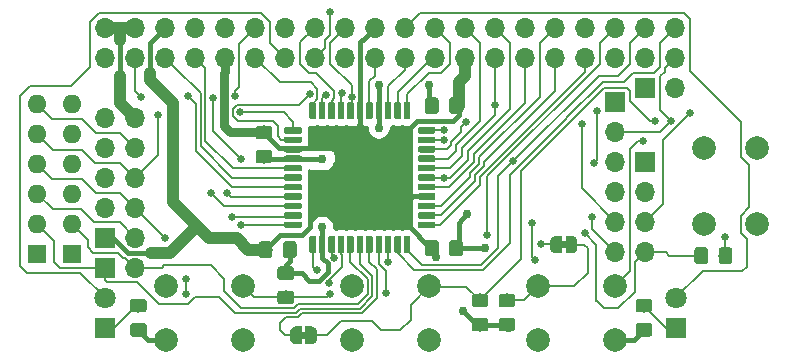
<source format=gtl>
G04 #@! TF.GenerationSoftware,KiCad,Pcbnew,(5.1.4)-1*
G04 #@! TF.CreationDate,2020-02-28T01:36:28+00:00*
G04 #@! TF.ProjectId,rgb-to-hdmi,7267622d-746f-42d6-9864-6d692e6b6963,rev?*
G04 #@! TF.SameCoordinates,Original*
G04 #@! TF.FileFunction,Copper,L1,Top*
G04 #@! TF.FilePolarity,Positive*
%FSLAX46Y46*%
G04 Gerber Fmt 4.6, Leading zero omitted, Abs format (unit mm)*
G04 Created by KiCad (PCBNEW (5.1.4)-1) date 2020-02-28 01:36:28*
%MOMM*%
%LPD*%
G04 APERTURE LIST*
%ADD10C,0.100000*%
%ADD11R,1.600000X1.600000*%
%ADD12O,1.600000X1.600000*%
%ADD13C,1.150000*%
%ADD14R,1.700000X1.700000*%
%ADD15O,1.700000X1.700000*%
%ADD16C,0.550000*%
%ADD17C,2.000000*%
%ADD18C,0.500000*%
%ADD19R,1.800000X1.800000*%
%ADD20C,1.800000*%
%ADD21C,0.762000*%
%ADD22C,0.660400*%
%ADD23C,0.381000*%
%ADD24C,0.203200*%
%ADD25C,1.016000*%
%ADD26C,0.762000*%
%ADD27C,0.254000*%
G04 APERTURE END LIST*
D10*
G36*
X41446960Y-52481200D02*
G01*
X40946960Y-52481200D01*
X40946960Y-53081200D01*
X41446960Y-53081200D01*
X41446960Y-52481200D01*
G37*
G36*
X63484000Y-44802780D02*
G01*
X62984000Y-44802780D01*
X62984000Y-45402780D01*
X63484000Y-45402780D01*
X63484000Y-44802780D01*
G37*
D11*
X21578000Y-45907960D03*
D12*
X21578000Y-43367960D03*
X21578000Y-40827960D03*
X21578000Y-38287960D03*
X21578000Y-35747960D03*
X21578000Y-33207960D03*
D10*
G36*
X40150005Y-49000764D02*
G01*
X40174273Y-49004364D01*
X40198072Y-49010325D01*
X40221171Y-49018590D01*
X40243350Y-49029080D01*
X40264393Y-49041692D01*
X40284099Y-49056307D01*
X40302277Y-49072783D01*
X40318753Y-49090961D01*
X40333368Y-49110667D01*
X40345980Y-49131710D01*
X40356470Y-49153889D01*
X40364735Y-49176988D01*
X40370696Y-49200787D01*
X40374296Y-49225055D01*
X40375500Y-49249559D01*
X40375500Y-49899561D01*
X40374296Y-49924065D01*
X40370696Y-49948333D01*
X40364735Y-49972132D01*
X40356470Y-49995231D01*
X40345980Y-50017410D01*
X40333368Y-50038453D01*
X40318753Y-50058159D01*
X40302277Y-50076337D01*
X40284099Y-50092813D01*
X40264393Y-50107428D01*
X40243350Y-50120040D01*
X40221171Y-50130530D01*
X40198072Y-50138795D01*
X40174273Y-50144756D01*
X40150005Y-50148356D01*
X40125501Y-50149560D01*
X39225499Y-50149560D01*
X39200995Y-50148356D01*
X39176727Y-50144756D01*
X39152928Y-50138795D01*
X39129829Y-50130530D01*
X39107650Y-50120040D01*
X39086607Y-50107428D01*
X39066901Y-50092813D01*
X39048723Y-50076337D01*
X39032247Y-50058159D01*
X39017632Y-50038453D01*
X39005020Y-50017410D01*
X38994530Y-49995231D01*
X38986265Y-49972132D01*
X38980304Y-49948333D01*
X38976704Y-49924065D01*
X38975500Y-49899561D01*
X38975500Y-49249559D01*
X38976704Y-49225055D01*
X38980304Y-49200787D01*
X38986265Y-49176988D01*
X38994530Y-49153889D01*
X39005020Y-49131710D01*
X39017632Y-49110667D01*
X39032247Y-49090961D01*
X39048723Y-49072783D01*
X39066901Y-49056307D01*
X39086607Y-49041692D01*
X39107650Y-49029080D01*
X39129829Y-49018590D01*
X39152928Y-49010325D01*
X39176727Y-49004364D01*
X39200995Y-49000764D01*
X39225499Y-48999560D01*
X40125501Y-48999560D01*
X40150005Y-49000764D01*
X40150005Y-49000764D01*
G37*
D13*
X39675500Y-49574560D03*
D10*
G36*
X40150005Y-46950764D02*
G01*
X40174273Y-46954364D01*
X40198072Y-46960325D01*
X40221171Y-46968590D01*
X40243350Y-46979080D01*
X40264393Y-46991692D01*
X40284099Y-47006307D01*
X40302277Y-47022783D01*
X40318753Y-47040961D01*
X40333368Y-47060667D01*
X40345980Y-47081710D01*
X40356470Y-47103889D01*
X40364735Y-47126988D01*
X40370696Y-47150787D01*
X40374296Y-47175055D01*
X40375500Y-47199559D01*
X40375500Y-47849561D01*
X40374296Y-47874065D01*
X40370696Y-47898333D01*
X40364735Y-47922132D01*
X40356470Y-47945231D01*
X40345980Y-47967410D01*
X40333368Y-47988453D01*
X40318753Y-48008159D01*
X40302277Y-48026337D01*
X40284099Y-48042813D01*
X40264393Y-48057428D01*
X40243350Y-48070040D01*
X40221171Y-48080530D01*
X40198072Y-48088795D01*
X40174273Y-48094756D01*
X40150005Y-48098356D01*
X40125501Y-48099560D01*
X39225499Y-48099560D01*
X39200995Y-48098356D01*
X39176727Y-48094756D01*
X39152928Y-48088795D01*
X39129829Y-48080530D01*
X39107650Y-48070040D01*
X39086607Y-48057428D01*
X39066901Y-48042813D01*
X39048723Y-48026337D01*
X39032247Y-48008159D01*
X39017632Y-47988453D01*
X39005020Y-47967410D01*
X38994530Y-47945231D01*
X38986265Y-47922132D01*
X38980304Y-47898333D01*
X38976704Y-47874065D01*
X38975500Y-47849561D01*
X38975500Y-47199559D01*
X38976704Y-47175055D01*
X38980304Y-47150787D01*
X38986265Y-47126988D01*
X38994530Y-47103889D01*
X39005020Y-47081710D01*
X39017632Y-47060667D01*
X39032247Y-47040961D01*
X39048723Y-47022783D01*
X39066901Y-47006307D01*
X39086607Y-46991692D01*
X39107650Y-46979080D01*
X39129829Y-46968590D01*
X39152928Y-46960325D01*
X39176727Y-46954364D01*
X39200995Y-46950764D01*
X39225499Y-46949560D01*
X40125501Y-46949560D01*
X40150005Y-46950764D01*
X40150005Y-46950764D01*
G37*
D13*
X39675500Y-47524560D03*
D14*
X24372000Y-44510960D03*
D15*
X26912000Y-44510960D03*
X24372000Y-41970960D03*
X26912000Y-41970960D03*
X24372000Y-39430960D03*
X26912000Y-39430960D03*
X24372000Y-36890960D03*
X26912000Y-36890960D03*
X24372000Y-34350960D03*
X26912000Y-34350960D03*
D10*
G36*
X52237977Y-43156622D02*
G01*
X52251325Y-43158602D01*
X52264414Y-43161881D01*
X52277119Y-43166427D01*
X52289317Y-43172196D01*
X52300891Y-43179133D01*
X52311729Y-43187171D01*
X52321727Y-43196233D01*
X52330789Y-43206231D01*
X52338827Y-43217069D01*
X52345764Y-43228643D01*
X52351533Y-43240841D01*
X52356079Y-43253546D01*
X52359358Y-43266635D01*
X52361338Y-43279983D01*
X52362000Y-43293460D01*
X52362000Y-43568460D01*
X52361338Y-43581937D01*
X52359358Y-43595285D01*
X52356079Y-43608374D01*
X52351533Y-43621079D01*
X52345764Y-43633277D01*
X52338827Y-43644851D01*
X52330789Y-43655689D01*
X52321727Y-43665687D01*
X52311729Y-43674749D01*
X52300891Y-43682787D01*
X52289317Y-43689724D01*
X52277119Y-43695493D01*
X52264414Y-43700039D01*
X52251325Y-43703318D01*
X52237977Y-43705298D01*
X52224500Y-43705960D01*
X51024500Y-43705960D01*
X51011023Y-43705298D01*
X50997675Y-43703318D01*
X50984586Y-43700039D01*
X50971881Y-43695493D01*
X50959683Y-43689724D01*
X50948109Y-43682787D01*
X50937271Y-43674749D01*
X50927273Y-43665687D01*
X50918211Y-43655689D01*
X50910173Y-43644851D01*
X50903236Y-43633277D01*
X50897467Y-43621079D01*
X50892921Y-43608374D01*
X50889642Y-43595285D01*
X50887662Y-43581937D01*
X50887000Y-43568460D01*
X50887000Y-43293460D01*
X50887662Y-43279983D01*
X50889642Y-43266635D01*
X50892921Y-43253546D01*
X50897467Y-43240841D01*
X50903236Y-43228643D01*
X50910173Y-43217069D01*
X50918211Y-43206231D01*
X50927273Y-43196233D01*
X50937271Y-43187171D01*
X50948109Y-43179133D01*
X50959683Y-43172196D01*
X50971881Y-43166427D01*
X50984586Y-43161881D01*
X50997675Y-43158602D01*
X51011023Y-43156622D01*
X51024500Y-43155960D01*
X52224500Y-43155960D01*
X52237977Y-43156622D01*
X52237977Y-43156622D01*
G37*
D16*
X51624500Y-43430960D03*
D10*
G36*
X52237977Y-42356622D02*
G01*
X52251325Y-42358602D01*
X52264414Y-42361881D01*
X52277119Y-42366427D01*
X52289317Y-42372196D01*
X52300891Y-42379133D01*
X52311729Y-42387171D01*
X52321727Y-42396233D01*
X52330789Y-42406231D01*
X52338827Y-42417069D01*
X52345764Y-42428643D01*
X52351533Y-42440841D01*
X52356079Y-42453546D01*
X52359358Y-42466635D01*
X52361338Y-42479983D01*
X52362000Y-42493460D01*
X52362000Y-42768460D01*
X52361338Y-42781937D01*
X52359358Y-42795285D01*
X52356079Y-42808374D01*
X52351533Y-42821079D01*
X52345764Y-42833277D01*
X52338827Y-42844851D01*
X52330789Y-42855689D01*
X52321727Y-42865687D01*
X52311729Y-42874749D01*
X52300891Y-42882787D01*
X52289317Y-42889724D01*
X52277119Y-42895493D01*
X52264414Y-42900039D01*
X52251325Y-42903318D01*
X52237977Y-42905298D01*
X52224500Y-42905960D01*
X51024500Y-42905960D01*
X51011023Y-42905298D01*
X50997675Y-42903318D01*
X50984586Y-42900039D01*
X50971881Y-42895493D01*
X50959683Y-42889724D01*
X50948109Y-42882787D01*
X50937271Y-42874749D01*
X50927273Y-42865687D01*
X50918211Y-42855689D01*
X50910173Y-42844851D01*
X50903236Y-42833277D01*
X50897467Y-42821079D01*
X50892921Y-42808374D01*
X50889642Y-42795285D01*
X50887662Y-42781937D01*
X50887000Y-42768460D01*
X50887000Y-42493460D01*
X50887662Y-42479983D01*
X50889642Y-42466635D01*
X50892921Y-42453546D01*
X50897467Y-42440841D01*
X50903236Y-42428643D01*
X50910173Y-42417069D01*
X50918211Y-42406231D01*
X50927273Y-42396233D01*
X50937271Y-42387171D01*
X50948109Y-42379133D01*
X50959683Y-42372196D01*
X50971881Y-42366427D01*
X50984586Y-42361881D01*
X50997675Y-42358602D01*
X51011023Y-42356622D01*
X51024500Y-42355960D01*
X52224500Y-42355960D01*
X52237977Y-42356622D01*
X52237977Y-42356622D01*
G37*
D16*
X51624500Y-42630960D03*
D10*
G36*
X52237977Y-41556622D02*
G01*
X52251325Y-41558602D01*
X52264414Y-41561881D01*
X52277119Y-41566427D01*
X52289317Y-41572196D01*
X52300891Y-41579133D01*
X52311729Y-41587171D01*
X52321727Y-41596233D01*
X52330789Y-41606231D01*
X52338827Y-41617069D01*
X52345764Y-41628643D01*
X52351533Y-41640841D01*
X52356079Y-41653546D01*
X52359358Y-41666635D01*
X52361338Y-41679983D01*
X52362000Y-41693460D01*
X52362000Y-41968460D01*
X52361338Y-41981937D01*
X52359358Y-41995285D01*
X52356079Y-42008374D01*
X52351533Y-42021079D01*
X52345764Y-42033277D01*
X52338827Y-42044851D01*
X52330789Y-42055689D01*
X52321727Y-42065687D01*
X52311729Y-42074749D01*
X52300891Y-42082787D01*
X52289317Y-42089724D01*
X52277119Y-42095493D01*
X52264414Y-42100039D01*
X52251325Y-42103318D01*
X52237977Y-42105298D01*
X52224500Y-42105960D01*
X51024500Y-42105960D01*
X51011023Y-42105298D01*
X50997675Y-42103318D01*
X50984586Y-42100039D01*
X50971881Y-42095493D01*
X50959683Y-42089724D01*
X50948109Y-42082787D01*
X50937271Y-42074749D01*
X50927273Y-42065687D01*
X50918211Y-42055689D01*
X50910173Y-42044851D01*
X50903236Y-42033277D01*
X50897467Y-42021079D01*
X50892921Y-42008374D01*
X50889642Y-41995285D01*
X50887662Y-41981937D01*
X50887000Y-41968460D01*
X50887000Y-41693460D01*
X50887662Y-41679983D01*
X50889642Y-41666635D01*
X50892921Y-41653546D01*
X50897467Y-41640841D01*
X50903236Y-41628643D01*
X50910173Y-41617069D01*
X50918211Y-41606231D01*
X50927273Y-41596233D01*
X50937271Y-41587171D01*
X50948109Y-41579133D01*
X50959683Y-41572196D01*
X50971881Y-41566427D01*
X50984586Y-41561881D01*
X50997675Y-41558602D01*
X51011023Y-41556622D01*
X51024500Y-41555960D01*
X52224500Y-41555960D01*
X52237977Y-41556622D01*
X52237977Y-41556622D01*
G37*
D16*
X51624500Y-41830960D03*
D10*
G36*
X52237977Y-40756622D02*
G01*
X52251325Y-40758602D01*
X52264414Y-40761881D01*
X52277119Y-40766427D01*
X52289317Y-40772196D01*
X52300891Y-40779133D01*
X52311729Y-40787171D01*
X52321727Y-40796233D01*
X52330789Y-40806231D01*
X52338827Y-40817069D01*
X52345764Y-40828643D01*
X52351533Y-40840841D01*
X52356079Y-40853546D01*
X52359358Y-40866635D01*
X52361338Y-40879983D01*
X52362000Y-40893460D01*
X52362000Y-41168460D01*
X52361338Y-41181937D01*
X52359358Y-41195285D01*
X52356079Y-41208374D01*
X52351533Y-41221079D01*
X52345764Y-41233277D01*
X52338827Y-41244851D01*
X52330789Y-41255689D01*
X52321727Y-41265687D01*
X52311729Y-41274749D01*
X52300891Y-41282787D01*
X52289317Y-41289724D01*
X52277119Y-41295493D01*
X52264414Y-41300039D01*
X52251325Y-41303318D01*
X52237977Y-41305298D01*
X52224500Y-41305960D01*
X51024500Y-41305960D01*
X51011023Y-41305298D01*
X50997675Y-41303318D01*
X50984586Y-41300039D01*
X50971881Y-41295493D01*
X50959683Y-41289724D01*
X50948109Y-41282787D01*
X50937271Y-41274749D01*
X50927273Y-41265687D01*
X50918211Y-41255689D01*
X50910173Y-41244851D01*
X50903236Y-41233277D01*
X50897467Y-41221079D01*
X50892921Y-41208374D01*
X50889642Y-41195285D01*
X50887662Y-41181937D01*
X50887000Y-41168460D01*
X50887000Y-40893460D01*
X50887662Y-40879983D01*
X50889642Y-40866635D01*
X50892921Y-40853546D01*
X50897467Y-40840841D01*
X50903236Y-40828643D01*
X50910173Y-40817069D01*
X50918211Y-40806231D01*
X50927273Y-40796233D01*
X50937271Y-40787171D01*
X50948109Y-40779133D01*
X50959683Y-40772196D01*
X50971881Y-40766427D01*
X50984586Y-40761881D01*
X50997675Y-40758602D01*
X51011023Y-40756622D01*
X51024500Y-40755960D01*
X52224500Y-40755960D01*
X52237977Y-40756622D01*
X52237977Y-40756622D01*
G37*
D16*
X51624500Y-41030960D03*
D10*
G36*
X52237977Y-39956622D02*
G01*
X52251325Y-39958602D01*
X52264414Y-39961881D01*
X52277119Y-39966427D01*
X52289317Y-39972196D01*
X52300891Y-39979133D01*
X52311729Y-39987171D01*
X52321727Y-39996233D01*
X52330789Y-40006231D01*
X52338827Y-40017069D01*
X52345764Y-40028643D01*
X52351533Y-40040841D01*
X52356079Y-40053546D01*
X52359358Y-40066635D01*
X52361338Y-40079983D01*
X52362000Y-40093460D01*
X52362000Y-40368460D01*
X52361338Y-40381937D01*
X52359358Y-40395285D01*
X52356079Y-40408374D01*
X52351533Y-40421079D01*
X52345764Y-40433277D01*
X52338827Y-40444851D01*
X52330789Y-40455689D01*
X52321727Y-40465687D01*
X52311729Y-40474749D01*
X52300891Y-40482787D01*
X52289317Y-40489724D01*
X52277119Y-40495493D01*
X52264414Y-40500039D01*
X52251325Y-40503318D01*
X52237977Y-40505298D01*
X52224500Y-40505960D01*
X51024500Y-40505960D01*
X51011023Y-40505298D01*
X50997675Y-40503318D01*
X50984586Y-40500039D01*
X50971881Y-40495493D01*
X50959683Y-40489724D01*
X50948109Y-40482787D01*
X50937271Y-40474749D01*
X50927273Y-40465687D01*
X50918211Y-40455689D01*
X50910173Y-40444851D01*
X50903236Y-40433277D01*
X50897467Y-40421079D01*
X50892921Y-40408374D01*
X50889642Y-40395285D01*
X50887662Y-40381937D01*
X50887000Y-40368460D01*
X50887000Y-40093460D01*
X50887662Y-40079983D01*
X50889642Y-40066635D01*
X50892921Y-40053546D01*
X50897467Y-40040841D01*
X50903236Y-40028643D01*
X50910173Y-40017069D01*
X50918211Y-40006231D01*
X50927273Y-39996233D01*
X50937271Y-39987171D01*
X50948109Y-39979133D01*
X50959683Y-39972196D01*
X50971881Y-39966427D01*
X50984586Y-39961881D01*
X50997675Y-39958602D01*
X51011023Y-39956622D01*
X51024500Y-39955960D01*
X52224500Y-39955960D01*
X52237977Y-39956622D01*
X52237977Y-39956622D01*
G37*
D16*
X51624500Y-40230960D03*
D10*
G36*
X52237977Y-39156622D02*
G01*
X52251325Y-39158602D01*
X52264414Y-39161881D01*
X52277119Y-39166427D01*
X52289317Y-39172196D01*
X52300891Y-39179133D01*
X52311729Y-39187171D01*
X52321727Y-39196233D01*
X52330789Y-39206231D01*
X52338827Y-39217069D01*
X52345764Y-39228643D01*
X52351533Y-39240841D01*
X52356079Y-39253546D01*
X52359358Y-39266635D01*
X52361338Y-39279983D01*
X52362000Y-39293460D01*
X52362000Y-39568460D01*
X52361338Y-39581937D01*
X52359358Y-39595285D01*
X52356079Y-39608374D01*
X52351533Y-39621079D01*
X52345764Y-39633277D01*
X52338827Y-39644851D01*
X52330789Y-39655689D01*
X52321727Y-39665687D01*
X52311729Y-39674749D01*
X52300891Y-39682787D01*
X52289317Y-39689724D01*
X52277119Y-39695493D01*
X52264414Y-39700039D01*
X52251325Y-39703318D01*
X52237977Y-39705298D01*
X52224500Y-39705960D01*
X51024500Y-39705960D01*
X51011023Y-39705298D01*
X50997675Y-39703318D01*
X50984586Y-39700039D01*
X50971881Y-39695493D01*
X50959683Y-39689724D01*
X50948109Y-39682787D01*
X50937271Y-39674749D01*
X50927273Y-39665687D01*
X50918211Y-39655689D01*
X50910173Y-39644851D01*
X50903236Y-39633277D01*
X50897467Y-39621079D01*
X50892921Y-39608374D01*
X50889642Y-39595285D01*
X50887662Y-39581937D01*
X50887000Y-39568460D01*
X50887000Y-39293460D01*
X50887662Y-39279983D01*
X50889642Y-39266635D01*
X50892921Y-39253546D01*
X50897467Y-39240841D01*
X50903236Y-39228643D01*
X50910173Y-39217069D01*
X50918211Y-39206231D01*
X50927273Y-39196233D01*
X50937271Y-39187171D01*
X50948109Y-39179133D01*
X50959683Y-39172196D01*
X50971881Y-39166427D01*
X50984586Y-39161881D01*
X50997675Y-39158602D01*
X51011023Y-39156622D01*
X51024500Y-39155960D01*
X52224500Y-39155960D01*
X52237977Y-39156622D01*
X52237977Y-39156622D01*
G37*
D16*
X51624500Y-39430960D03*
D10*
G36*
X52237977Y-38356622D02*
G01*
X52251325Y-38358602D01*
X52264414Y-38361881D01*
X52277119Y-38366427D01*
X52289317Y-38372196D01*
X52300891Y-38379133D01*
X52311729Y-38387171D01*
X52321727Y-38396233D01*
X52330789Y-38406231D01*
X52338827Y-38417069D01*
X52345764Y-38428643D01*
X52351533Y-38440841D01*
X52356079Y-38453546D01*
X52359358Y-38466635D01*
X52361338Y-38479983D01*
X52362000Y-38493460D01*
X52362000Y-38768460D01*
X52361338Y-38781937D01*
X52359358Y-38795285D01*
X52356079Y-38808374D01*
X52351533Y-38821079D01*
X52345764Y-38833277D01*
X52338827Y-38844851D01*
X52330789Y-38855689D01*
X52321727Y-38865687D01*
X52311729Y-38874749D01*
X52300891Y-38882787D01*
X52289317Y-38889724D01*
X52277119Y-38895493D01*
X52264414Y-38900039D01*
X52251325Y-38903318D01*
X52237977Y-38905298D01*
X52224500Y-38905960D01*
X51024500Y-38905960D01*
X51011023Y-38905298D01*
X50997675Y-38903318D01*
X50984586Y-38900039D01*
X50971881Y-38895493D01*
X50959683Y-38889724D01*
X50948109Y-38882787D01*
X50937271Y-38874749D01*
X50927273Y-38865687D01*
X50918211Y-38855689D01*
X50910173Y-38844851D01*
X50903236Y-38833277D01*
X50897467Y-38821079D01*
X50892921Y-38808374D01*
X50889642Y-38795285D01*
X50887662Y-38781937D01*
X50887000Y-38768460D01*
X50887000Y-38493460D01*
X50887662Y-38479983D01*
X50889642Y-38466635D01*
X50892921Y-38453546D01*
X50897467Y-38440841D01*
X50903236Y-38428643D01*
X50910173Y-38417069D01*
X50918211Y-38406231D01*
X50927273Y-38396233D01*
X50937271Y-38387171D01*
X50948109Y-38379133D01*
X50959683Y-38372196D01*
X50971881Y-38366427D01*
X50984586Y-38361881D01*
X50997675Y-38358602D01*
X51011023Y-38356622D01*
X51024500Y-38355960D01*
X52224500Y-38355960D01*
X52237977Y-38356622D01*
X52237977Y-38356622D01*
G37*
D16*
X51624500Y-38630960D03*
D10*
G36*
X52237977Y-37556622D02*
G01*
X52251325Y-37558602D01*
X52264414Y-37561881D01*
X52277119Y-37566427D01*
X52289317Y-37572196D01*
X52300891Y-37579133D01*
X52311729Y-37587171D01*
X52321727Y-37596233D01*
X52330789Y-37606231D01*
X52338827Y-37617069D01*
X52345764Y-37628643D01*
X52351533Y-37640841D01*
X52356079Y-37653546D01*
X52359358Y-37666635D01*
X52361338Y-37679983D01*
X52362000Y-37693460D01*
X52362000Y-37968460D01*
X52361338Y-37981937D01*
X52359358Y-37995285D01*
X52356079Y-38008374D01*
X52351533Y-38021079D01*
X52345764Y-38033277D01*
X52338827Y-38044851D01*
X52330789Y-38055689D01*
X52321727Y-38065687D01*
X52311729Y-38074749D01*
X52300891Y-38082787D01*
X52289317Y-38089724D01*
X52277119Y-38095493D01*
X52264414Y-38100039D01*
X52251325Y-38103318D01*
X52237977Y-38105298D01*
X52224500Y-38105960D01*
X51024500Y-38105960D01*
X51011023Y-38105298D01*
X50997675Y-38103318D01*
X50984586Y-38100039D01*
X50971881Y-38095493D01*
X50959683Y-38089724D01*
X50948109Y-38082787D01*
X50937271Y-38074749D01*
X50927273Y-38065687D01*
X50918211Y-38055689D01*
X50910173Y-38044851D01*
X50903236Y-38033277D01*
X50897467Y-38021079D01*
X50892921Y-38008374D01*
X50889642Y-37995285D01*
X50887662Y-37981937D01*
X50887000Y-37968460D01*
X50887000Y-37693460D01*
X50887662Y-37679983D01*
X50889642Y-37666635D01*
X50892921Y-37653546D01*
X50897467Y-37640841D01*
X50903236Y-37628643D01*
X50910173Y-37617069D01*
X50918211Y-37606231D01*
X50927273Y-37596233D01*
X50937271Y-37587171D01*
X50948109Y-37579133D01*
X50959683Y-37572196D01*
X50971881Y-37566427D01*
X50984586Y-37561881D01*
X50997675Y-37558602D01*
X51011023Y-37556622D01*
X51024500Y-37555960D01*
X52224500Y-37555960D01*
X52237977Y-37556622D01*
X52237977Y-37556622D01*
G37*
D16*
X51624500Y-37830960D03*
D10*
G36*
X52237977Y-36756622D02*
G01*
X52251325Y-36758602D01*
X52264414Y-36761881D01*
X52277119Y-36766427D01*
X52289317Y-36772196D01*
X52300891Y-36779133D01*
X52311729Y-36787171D01*
X52321727Y-36796233D01*
X52330789Y-36806231D01*
X52338827Y-36817069D01*
X52345764Y-36828643D01*
X52351533Y-36840841D01*
X52356079Y-36853546D01*
X52359358Y-36866635D01*
X52361338Y-36879983D01*
X52362000Y-36893460D01*
X52362000Y-37168460D01*
X52361338Y-37181937D01*
X52359358Y-37195285D01*
X52356079Y-37208374D01*
X52351533Y-37221079D01*
X52345764Y-37233277D01*
X52338827Y-37244851D01*
X52330789Y-37255689D01*
X52321727Y-37265687D01*
X52311729Y-37274749D01*
X52300891Y-37282787D01*
X52289317Y-37289724D01*
X52277119Y-37295493D01*
X52264414Y-37300039D01*
X52251325Y-37303318D01*
X52237977Y-37305298D01*
X52224500Y-37305960D01*
X51024500Y-37305960D01*
X51011023Y-37305298D01*
X50997675Y-37303318D01*
X50984586Y-37300039D01*
X50971881Y-37295493D01*
X50959683Y-37289724D01*
X50948109Y-37282787D01*
X50937271Y-37274749D01*
X50927273Y-37265687D01*
X50918211Y-37255689D01*
X50910173Y-37244851D01*
X50903236Y-37233277D01*
X50897467Y-37221079D01*
X50892921Y-37208374D01*
X50889642Y-37195285D01*
X50887662Y-37181937D01*
X50887000Y-37168460D01*
X50887000Y-36893460D01*
X50887662Y-36879983D01*
X50889642Y-36866635D01*
X50892921Y-36853546D01*
X50897467Y-36840841D01*
X50903236Y-36828643D01*
X50910173Y-36817069D01*
X50918211Y-36806231D01*
X50927273Y-36796233D01*
X50937271Y-36787171D01*
X50948109Y-36779133D01*
X50959683Y-36772196D01*
X50971881Y-36766427D01*
X50984586Y-36761881D01*
X50997675Y-36758602D01*
X51011023Y-36756622D01*
X51024500Y-36755960D01*
X52224500Y-36755960D01*
X52237977Y-36756622D01*
X52237977Y-36756622D01*
G37*
D16*
X51624500Y-37030960D03*
D10*
G36*
X52237977Y-35956622D02*
G01*
X52251325Y-35958602D01*
X52264414Y-35961881D01*
X52277119Y-35966427D01*
X52289317Y-35972196D01*
X52300891Y-35979133D01*
X52311729Y-35987171D01*
X52321727Y-35996233D01*
X52330789Y-36006231D01*
X52338827Y-36017069D01*
X52345764Y-36028643D01*
X52351533Y-36040841D01*
X52356079Y-36053546D01*
X52359358Y-36066635D01*
X52361338Y-36079983D01*
X52362000Y-36093460D01*
X52362000Y-36368460D01*
X52361338Y-36381937D01*
X52359358Y-36395285D01*
X52356079Y-36408374D01*
X52351533Y-36421079D01*
X52345764Y-36433277D01*
X52338827Y-36444851D01*
X52330789Y-36455689D01*
X52321727Y-36465687D01*
X52311729Y-36474749D01*
X52300891Y-36482787D01*
X52289317Y-36489724D01*
X52277119Y-36495493D01*
X52264414Y-36500039D01*
X52251325Y-36503318D01*
X52237977Y-36505298D01*
X52224500Y-36505960D01*
X51024500Y-36505960D01*
X51011023Y-36505298D01*
X50997675Y-36503318D01*
X50984586Y-36500039D01*
X50971881Y-36495493D01*
X50959683Y-36489724D01*
X50948109Y-36482787D01*
X50937271Y-36474749D01*
X50927273Y-36465687D01*
X50918211Y-36455689D01*
X50910173Y-36444851D01*
X50903236Y-36433277D01*
X50897467Y-36421079D01*
X50892921Y-36408374D01*
X50889642Y-36395285D01*
X50887662Y-36381937D01*
X50887000Y-36368460D01*
X50887000Y-36093460D01*
X50887662Y-36079983D01*
X50889642Y-36066635D01*
X50892921Y-36053546D01*
X50897467Y-36040841D01*
X50903236Y-36028643D01*
X50910173Y-36017069D01*
X50918211Y-36006231D01*
X50927273Y-35996233D01*
X50937271Y-35987171D01*
X50948109Y-35979133D01*
X50959683Y-35972196D01*
X50971881Y-35966427D01*
X50984586Y-35961881D01*
X50997675Y-35958602D01*
X51011023Y-35956622D01*
X51024500Y-35955960D01*
X52224500Y-35955960D01*
X52237977Y-35956622D01*
X52237977Y-35956622D01*
G37*
D16*
X51624500Y-36230960D03*
D10*
G36*
X52237977Y-35156622D02*
G01*
X52251325Y-35158602D01*
X52264414Y-35161881D01*
X52277119Y-35166427D01*
X52289317Y-35172196D01*
X52300891Y-35179133D01*
X52311729Y-35187171D01*
X52321727Y-35196233D01*
X52330789Y-35206231D01*
X52338827Y-35217069D01*
X52345764Y-35228643D01*
X52351533Y-35240841D01*
X52356079Y-35253546D01*
X52359358Y-35266635D01*
X52361338Y-35279983D01*
X52362000Y-35293460D01*
X52362000Y-35568460D01*
X52361338Y-35581937D01*
X52359358Y-35595285D01*
X52356079Y-35608374D01*
X52351533Y-35621079D01*
X52345764Y-35633277D01*
X52338827Y-35644851D01*
X52330789Y-35655689D01*
X52321727Y-35665687D01*
X52311729Y-35674749D01*
X52300891Y-35682787D01*
X52289317Y-35689724D01*
X52277119Y-35695493D01*
X52264414Y-35700039D01*
X52251325Y-35703318D01*
X52237977Y-35705298D01*
X52224500Y-35705960D01*
X51024500Y-35705960D01*
X51011023Y-35705298D01*
X50997675Y-35703318D01*
X50984586Y-35700039D01*
X50971881Y-35695493D01*
X50959683Y-35689724D01*
X50948109Y-35682787D01*
X50937271Y-35674749D01*
X50927273Y-35665687D01*
X50918211Y-35655689D01*
X50910173Y-35644851D01*
X50903236Y-35633277D01*
X50897467Y-35621079D01*
X50892921Y-35608374D01*
X50889642Y-35595285D01*
X50887662Y-35581937D01*
X50887000Y-35568460D01*
X50887000Y-35293460D01*
X50887662Y-35279983D01*
X50889642Y-35266635D01*
X50892921Y-35253546D01*
X50897467Y-35240841D01*
X50903236Y-35228643D01*
X50910173Y-35217069D01*
X50918211Y-35206231D01*
X50927273Y-35196233D01*
X50937271Y-35187171D01*
X50948109Y-35179133D01*
X50959683Y-35172196D01*
X50971881Y-35166427D01*
X50984586Y-35161881D01*
X50997675Y-35158602D01*
X51011023Y-35156622D01*
X51024500Y-35155960D01*
X52224500Y-35155960D01*
X52237977Y-35156622D01*
X52237977Y-35156622D01*
G37*
D16*
X51624500Y-35430960D03*
D10*
G36*
X50112977Y-33031622D02*
G01*
X50126325Y-33033602D01*
X50139414Y-33036881D01*
X50152119Y-33041427D01*
X50164317Y-33047196D01*
X50175891Y-33054133D01*
X50186729Y-33062171D01*
X50196727Y-33071233D01*
X50205789Y-33081231D01*
X50213827Y-33092069D01*
X50220764Y-33103643D01*
X50226533Y-33115841D01*
X50231079Y-33128546D01*
X50234358Y-33141635D01*
X50236338Y-33154983D01*
X50237000Y-33168460D01*
X50237000Y-34368460D01*
X50236338Y-34381937D01*
X50234358Y-34395285D01*
X50231079Y-34408374D01*
X50226533Y-34421079D01*
X50220764Y-34433277D01*
X50213827Y-34444851D01*
X50205789Y-34455689D01*
X50196727Y-34465687D01*
X50186729Y-34474749D01*
X50175891Y-34482787D01*
X50164317Y-34489724D01*
X50152119Y-34495493D01*
X50139414Y-34500039D01*
X50126325Y-34503318D01*
X50112977Y-34505298D01*
X50099500Y-34505960D01*
X49824500Y-34505960D01*
X49811023Y-34505298D01*
X49797675Y-34503318D01*
X49784586Y-34500039D01*
X49771881Y-34495493D01*
X49759683Y-34489724D01*
X49748109Y-34482787D01*
X49737271Y-34474749D01*
X49727273Y-34465687D01*
X49718211Y-34455689D01*
X49710173Y-34444851D01*
X49703236Y-34433277D01*
X49697467Y-34421079D01*
X49692921Y-34408374D01*
X49689642Y-34395285D01*
X49687662Y-34381937D01*
X49687000Y-34368460D01*
X49687000Y-33168460D01*
X49687662Y-33154983D01*
X49689642Y-33141635D01*
X49692921Y-33128546D01*
X49697467Y-33115841D01*
X49703236Y-33103643D01*
X49710173Y-33092069D01*
X49718211Y-33081231D01*
X49727273Y-33071233D01*
X49737271Y-33062171D01*
X49748109Y-33054133D01*
X49759683Y-33047196D01*
X49771881Y-33041427D01*
X49784586Y-33036881D01*
X49797675Y-33033602D01*
X49811023Y-33031622D01*
X49824500Y-33030960D01*
X50099500Y-33030960D01*
X50112977Y-33031622D01*
X50112977Y-33031622D01*
G37*
D16*
X49962000Y-33768460D03*
D10*
G36*
X49312977Y-33031622D02*
G01*
X49326325Y-33033602D01*
X49339414Y-33036881D01*
X49352119Y-33041427D01*
X49364317Y-33047196D01*
X49375891Y-33054133D01*
X49386729Y-33062171D01*
X49396727Y-33071233D01*
X49405789Y-33081231D01*
X49413827Y-33092069D01*
X49420764Y-33103643D01*
X49426533Y-33115841D01*
X49431079Y-33128546D01*
X49434358Y-33141635D01*
X49436338Y-33154983D01*
X49437000Y-33168460D01*
X49437000Y-34368460D01*
X49436338Y-34381937D01*
X49434358Y-34395285D01*
X49431079Y-34408374D01*
X49426533Y-34421079D01*
X49420764Y-34433277D01*
X49413827Y-34444851D01*
X49405789Y-34455689D01*
X49396727Y-34465687D01*
X49386729Y-34474749D01*
X49375891Y-34482787D01*
X49364317Y-34489724D01*
X49352119Y-34495493D01*
X49339414Y-34500039D01*
X49326325Y-34503318D01*
X49312977Y-34505298D01*
X49299500Y-34505960D01*
X49024500Y-34505960D01*
X49011023Y-34505298D01*
X48997675Y-34503318D01*
X48984586Y-34500039D01*
X48971881Y-34495493D01*
X48959683Y-34489724D01*
X48948109Y-34482787D01*
X48937271Y-34474749D01*
X48927273Y-34465687D01*
X48918211Y-34455689D01*
X48910173Y-34444851D01*
X48903236Y-34433277D01*
X48897467Y-34421079D01*
X48892921Y-34408374D01*
X48889642Y-34395285D01*
X48887662Y-34381937D01*
X48887000Y-34368460D01*
X48887000Y-33168460D01*
X48887662Y-33154983D01*
X48889642Y-33141635D01*
X48892921Y-33128546D01*
X48897467Y-33115841D01*
X48903236Y-33103643D01*
X48910173Y-33092069D01*
X48918211Y-33081231D01*
X48927273Y-33071233D01*
X48937271Y-33062171D01*
X48948109Y-33054133D01*
X48959683Y-33047196D01*
X48971881Y-33041427D01*
X48984586Y-33036881D01*
X48997675Y-33033602D01*
X49011023Y-33031622D01*
X49024500Y-33030960D01*
X49299500Y-33030960D01*
X49312977Y-33031622D01*
X49312977Y-33031622D01*
G37*
D16*
X49162000Y-33768460D03*
D10*
G36*
X48512977Y-33031622D02*
G01*
X48526325Y-33033602D01*
X48539414Y-33036881D01*
X48552119Y-33041427D01*
X48564317Y-33047196D01*
X48575891Y-33054133D01*
X48586729Y-33062171D01*
X48596727Y-33071233D01*
X48605789Y-33081231D01*
X48613827Y-33092069D01*
X48620764Y-33103643D01*
X48626533Y-33115841D01*
X48631079Y-33128546D01*
X48634358Y-33141635D01*
X48636338Y-33154983D01*
X48637000Y-33168460D01*
X48637000Y-34368460D01*
X48636338Y-34381937D01*
X48634358Y-34395285D01*
X48631079Y-34408374D01*
X48626533Y-34421079D01*
X48620764Y-34433277D01*
X48613827Y-34444851D01*
X48605789Y-34455689D01*
X48596727Y-34465687D01*
X48586729Y-34474749D01*
X48575891Y-34482787D01*
X48564317Y-34489724D01*
X48552119Y-34495493D01*
X48539414Y-34500039D01*
X48526325Y-34503318D01*
X48512977Y-34505298D01*
X48499500Y-34505960D01*
X48224500Y-34505960D01*
X48211023Y-34505298D01*
X48197675Y-34503318D01*
X48184586Y-34500039D01*
X48171881Y-34495493D01*
X48159683Y-34489724D01*
X48148109Y-34482787D01*
X48137271Y-34474749D01*
X48127273Y-34465687D01*
X48118211Y-34455689D01*
X48110173Y-34444851D01*
X48103236Y-34433277D01*
X48097467Y-34421079D01*
X48092921Y-34408374D01*
X48089642Y-34395285D01*
X48087662Y-34381937D01*
X48087000Y-34368460D01*
X48087000Y-33168460D01*
X48087662Y-33154983D01*
X48089642Y-33141635D01*
X48092921Y-33128546D01*
X48097467Y-33115841D01*
X48103236Y-33103643D01*
X48110173Y-33092069D01*
X48118211Y-33081231D01*
X48127273Y-33071233D01*
X48137271Y-33062171D01*
X48148109Y-33054133D01*
X48159683Y-33047196D01*
X48171881Y-33041427D01*
X48184586Y-33036881D01*
X48197675Y-33033602D01*
X48211023Y-33031622D01*
X48224500Y-33030960D01*
X48499500Y-33030960D01*
X48512977Y-33031622D01*
X48512977Y-33031622D01*
G37*
D16*
X48362000Y-33768460D03*
D10*
G36*
X47712977Y-33031622D02*
G01*
X47726325Y-33033602D01*
X47739414Y-33036881D01*
X47752119Y-33041427D01*
X47764317Y-33047196D01*
X47775891Y-33054133D01*
X47786729Y-33062171D01*
X47796727Y-33071233D01*
X47805789Y-33081231D01*
X47813827Y-33092069D01*
X47820764Y-33103643D01*
X47826533Y-33115841D01*
X47831079Y-33128546D01*
X47834358Y-33141635D01*
X47836338Y-33154983D01*
X47837000Y-33168460D01*
X47837000Y-34368460D01*
X47836338Y-34381937D01*
X47834358Y-34395285D01*
X47831079Y-34408374D01*
X47826533Y-34421079D01*
X47820764Y-34433277D01*
X47813827Y-34444851D01*
X47805789Y-34455689D01*
X47796727Y-34465687D01*
X47786729Y-34474749D01*
X47775891Y-34482787D01*
X47764317Y-34489724D01*
X47752119Y-34495493D01*
X47739414Y-34500039D01*
X47726325Y-34503318D01*
X47712977Y-34505298D01*
X47699500Y-34505960D01*
X47424500Y-34505960D01*
X47411023Y-34505298D01*
X47397675Y-34503318D01*
X47384586Y-34500039D01*
X47371881Y-34495493D01*
X47359683Y-34489724D01*
X47348109Y-34482787D01*
X47337271Y-34474749D01*
X47327273Y-34465687D01*
X47318211Y-34455689D01*
X47310173Y-34444851D01*
X47303236Y-34433277D01*
X47297467Y-34421079D01*
X47292921Y-34408374D01*
X47289642Y-34395285D01*
X47287662Y-34381937D01*
X47287000Y-34368460D01*
X47287000Y-33168460D01*
X47287662Y-33154983D01*
X47289642Y-33141635D01*
X47292921Y-33128546D01*
X47297467Y-33115841D01*
X47303236Y-33103643D01*
X47310173Y-33092069D01*
X47318211Y-33081231D01*
X47327273Y-33071233D01*
X47337271Y-33062171D01*
X47348109Y-33054133D01*
X47359683Y-33047196D01*
X47371881Y-33041427D01*
X47384586Y-33036881D01*
X47397675Y-33033602D01*
X47411023Y-33031622D01*
X47424500Y-33030960D01*
X47699500Y-33030960D01*
X47712977Y-33031622D01*
X47712977Y-33031622D01*
G37*
D16*
X47562000Y-33768460D03*
D10*
G36*
X46912977Y-33031622D02*
G01*
X46926325Y-33033602D01*
X46939414Y-33036881D01*
X46952119Y-33041427D01*
X46964317Y-33047196D01*
X46975891Y-33054133D01*
X46986729Y-33062171D01*
X46996727Y-33071233D01*
X47005789Y-33081231D01*
X47013827Y-33092069D01*
X47020764Y-33103643D01*
X47026533Y-33115841D01*
X47031079Y-33128546D01*
X47034358Y-33141635D01*
X47036338Y-33154983D01*
X47037000Y-33168460D01*
X47037000Y-34368460D01*
X47036338Y-34381937D01*
X47034358Y-34395285D01*
X47031079Y-34408374D01*
X47026533Y-34421079D01*
X47020764Y-34433277D01*
X47013827Y-34444851D01*
X47005789Y-34455689D01*
X46996727Y-34465687D01*
X46986729Y-34474749D01*
X46975891Y-34482787D01*
X46964317Y-34489724D01*
X46952119Y-34495493D01*
X46939414Y-34500039D01*
X46926325Y-34503318D01*
X46912977Y-34505298D01*
X46899500Y-34505960D01*
X46624500Y-34505960D01*
X46611023Y-34505298D01*
X46597675Y-34503318D01*
X46584586Y-34500039D01*
X46571881Y-34495493D01*
X46559683Y-34489724D01*
X46548109Y-34482787D01*
X46537271Y-34474749D01*
X46527273Y-34465687D01*
X46518211Y-34455689D01*
X46510173Y-34444851D01*
X46503236Y-34433277D01*
X46497467Y-34421079D01*
X46492921Y-34408374D01*
X46489642Y-34395285D01*
X46487662Y-34381937D01*
X46487000Y-34368460D01*
X46487000Y-33168460D01*
X46487662Y-33154983D01*
X46489642Y-33141635D01*
X46492921Y-33128546D01*
X46497467Y-33115841D01*
X46503236Y-33103643D01*
X46510173Y-33092069D01*
X46518211Y-33081231D01*
X46527273Y-33071233D01*
X46537271Y-33062171D01*
X46548109Y-33054133D01*
X46559683Y-33047196D01*
X46571881Y-33041427D01*
X46584586Y-33036881D01*
X46597675Y-33033602D01*
X46611023Y-33031622D01*
X46624500Y-33030960D01*
X46899500Y-33030960D01*
X46912977Y-33031622D01*
X46912977Y-33031622D01*
G37*
D16*
X46762000Y-33768460D03*
D10*
G36*
X46112977Y-33031622D02*
G01*
X46126325Y-33033602D01*
X46139414Y-33036881D01*
X46152119Y-33041427D01*
X46164317Y-33047196D01*
X46175891Y-33054133D01*
X46186729Y-33062171D01*
X46196727Y-33071233D01*
X46205789Y-33081231D01*
X46213827Y-33092069D01*
X46220764Y-33103643D01*
X46226533Y-33115841D01*
X46231079Y-33128546D01*
X46234358Y-33141635D01*
X46236338Y-33154983D01*
X46237000Y-33168460D01*
X46237000Y-34368460D01*
X46236338Y-34381937D01*
X46234358Y-34395285D01*
X46231079Y-34408374D01*
X46226533Y-34421079D01*
X46220764Y-34433277D01*
X46213827Y-34444851D01*
X46205789Y-34455689D01*
X46196727Y-34465687D01*
X46186729Y-34474749D01*
X46175891Y-34482787D01*
X46164317Y-34489724D01*
X46152119Y-34495493D01*
X46139414Y-34500039D01*
X46126325Y-34503318D01*
X46112977Y-34505298D01*
X46099500Y-34505960D01*
X45824500Y-34505960D01*
X45811023Y-34505298D01*
X45797675Y-34503318D01*
X45784586Y-34500039D01*
X45771881Y-34495493D01*
X45759683Y-34489724D01*
X45748109Y-34482787D01*
X45737271Y-34474749D01*
X45727273Y-34465687D01*
X45718211Y-34455689D01*
X45710173Y-34444851D01*
X45703236Y-34433277D01*
X45697467Y-34421079D01*
X45692921Y-34408374D01*
X45689642Y-34395285D01*
X45687662Y-34381937D01*
X45687000Y-34368460D01*
X45687000Y-33168460D01*
X45687662Y-33154983D01*
X45689642Y-33141635D01*
X45692921Y-33128546D01*
X45697467Y-33115841D01*
X45703236Y-33103643D01*
X45710173Y-33092069D01*
X45718211Y-33081231D01*
X45727273Y-33071233D01*
X45737271Y-33062171D01*
X45748109Y-33054133D01*
X45759683Y-33047196D01*
X45771881Y-33041427D01*
X45784586Y-33036881D01*
X45797675Y-33033602D01*
X45811023Y-33031622D01*
X45824500Y-33030960D01*
X46099500Y-33030960D01*
X46112977Y-33031622D01*
X46112977Y-33031622D01*
G37*
D16*
X45962000Y-33768460D03*
D10*
G36*
X45312977Y-33031622D02*
G01*
X45326325Y-33033602D01*
X45339414Y-33036881D01*
X45352119Y-33041427D01*
X45364317Y-33047196D01*
X45375891Y-33054133D01*
X45386729Y-33062171D01*
X45396727Y-33071233D01*
X45405789Y-33081231D01*
X45413827Y-33092069D01*
X45420764Y-33103643D01*
X45426533Y-33115841D01*
X45431079Y-33128546D01*
X45434358Y-33141635D01*
X45436338Y-33154983D01*
X45437000Y-33168460D01*
X45437000Y-34368460D01*
X45436338Y-34381937D01*
X45434358Y-34395285D01*
X45431079Y-34408374D01*
X45426533Y-34421079D01*
X45420764Y-34433277D01*
X45413827Y-34444851D01*
X45405789Y-34455689D01*
X45396727Y-34465687D01*
X45386729Y-34474749D01*
X45375891Y-34482787D01*
X45364317Y-34489724D01*
X45352119Y-34495493D01*
X45339414Y-34500039D01*
X45326325Y-34503318D01*
X45312977Y-34505298D01*
X45299500Y-34505960D01*
X45024500Y-34505960D01*
X45011023Y-34505298D01*
X44997675Y-34503318D01*
X44984586Y-34500039D01*
X44971881Y-34495493D01*
X44959683Y-34489724D01*
X44948109Y-34482787D01*
X44937271Y-34474749D01*
X44927273Y-34465687D01*
X44918211Y-34455689D01*
X44910173Y-34444851D01*
X44903236Y-34433277D01*
X44897467Y-34421079D01*
X44892921Y-34408374D01*
X44889642Y-34395285D01*
X44887662Y-34381937D01*
X44887000Y-34368460D01*
X44887000Y-33168460D01*
X44887662Y-33154983D01*
X44889642Y-33141635D01*
X44892921Y-33128546D01*
X44897467Y-33115841D01*
X44903236Y-33103643D01*
X44910173Y-33092069D01*
X44918211Y-33081231D01*
X44927273Y-33071233D01*
X44937271Y-33062171D01*
X44948109Y-33054133D01*
X44959683Y-33047196D01*
X44971881Y-33041427D01*
X44984586Y-33036881D01*
X44997675Y-33033602D01*
X45011023Y-33031622D01*
X45024500Y-33030960D01*
X45299500Y-33030960D01*
X45312977Y-33031622D01*
X45312977Y-33031622D01*
G37*
D16*
X45162000Y-33768460D03*
D10*
G36*
X44512977Y-33031622D02*
G01*
X44526325Y-33033602D01*
X44539414Y-33036881D01*
X44552119Y-33041427D01*
X44564317Y-33047196D01*
X44575891Y-33054133D01*
X44586729Y-33062171D01*
X44596727Y-33071233D01*
X44605789Y-33081231D01*
X44613827Y-33092069D01*
X44620764Y-33103643D01*
X44626533Y-33115841D01*
X44631079Y-33128546D01*
X44634358Y-33141635D01*
X44636338Y-33154983D01*
X44637000Y-33168460D01*
X44637000Y-34368460D01*
X44636338Y-34381937D01*
X44634358Y-34395285D01*
X44631079Y-34408374D01*
X44626533Y-34421079D01*
X44620764Y-34433277D01*
X44613827Y-34444851D01*
X44605789Y-34455689D01*
X44596727Y-34465687D01*
X44586729Y-34474749D01*
X44575891Y-34482787D01*
X44564317Y-34489724D01*
X44552119Y-34495493D01*
X44539414Y-34500039D01*
X44526325Y-34503318D01*
X44512977Y-34505298D01*
X44499500Y-34505960D01*
X44224500Y-34505960D01*
X44211023Y-34505298D01*
X44197675Y-34503318D01*
X44184586Y-34500039D01*
X44171881Y-34495493D01*
X44159683Y-34489724D01*
X44148109Y-34482787D01*
X44137271Y-34474749D01*
X44127273Y-34465687D01*
X44118211Y-34455689D01*
X44110173Y-34444851D01*
X44103236Y-34433277D01*
X44097467Y-34421079D01*
X44092921Y-34408374D01*
X44089642Y-34395285D01*
X44087662Y-34381937D01*
X44087000Y-34368460D01*
X44087000Y-33168460D01*
X44087662Y-33154983D01*
X44089642Y-33141635D01*
X44092921Y-33128546D01*
X44097467Y-33115841D01*
X44103236Y-33103643D01*
X44110173Y-33092069D01*
X44118211Y-33081231D01*
X44127273Y-33071233D01*
X44137271Y-33062171D01*
X44148109Y-33054133D01*
X44159683Y-33047196D01*
X44171881Y-33041427D01*
X44184586Y-33036881D01*
X44197675Y-33033602D01*
X44211023Y-33031622D01*
X44224500Y-33030960D01*
X44499500Y-33030960D01*
X44512977Y-33031622D01*
X44512977Y-33031622D01*
G37*
D16*
X44362000Y-33768460D03*
D10*
G36*
X43712977Y-33031622D02*
G01*
X43726325Y-33033602D01*
X43739414Y-33036881D01*
X43752119Y-33041427D01*
X43764317Y-33047196D01*
X43775891Y-33054133D01*
X43786729Y-33062171D01*
X43796727Y-33071233D01*
X43805789Y-33081231D01*
X43813827Y-33092069D01*
X43820764Y-33103643D01*
X43826533Y-33115841D01*
X43831079Y-33128546D01*
X43834358Y-33141635D01*
X43836338Y-33154983D01*
X43837000Y-33168460D01*
X43837000Y-34368460D01*
X43836338Y-34381937D01*
X43834358Y-34395285D01*
X43831079Y-34408374D01*
X43826533Y-34421079D01*
X43820764Y-34433277D01*
X43813827Y-34444851D01*
X43805789Y-34455689D01*
X43796727Y-34465687D01*
X43786729Y-34474749D01*
X43775891Y-34482787D01*
X43764317Y-34489724D01*
X43752119Y-34495493D01*
X43739414Y-34500039D01*
X43726325Y-34503318D01*
X43712977Y-34505298D01*
X43699500Y-34505960D01*
X43424500Y-34505960D01*
X43411023Y-34505298D01*
X43397675Y-34503318D01*
X43384586Y-34500039D01*
X43371881Y-34495493D01*
X43359683Y-34489724D01*
X43348109Y-34482787D01*
X43337271Y-34474749D01*
X43327273Y-34465687D01*
X43318211Y-34455689D01*
X43310173Y-34444851D01*
X43303236Y-34433277D01*
X43297467Y-34421079D01*
X43292921Y-34408374D01*
X43289642Y-34395285D01*
X43287662Y-34381937D01*
X43287000Y-34368460D01*
X43287000Y-33168460D01*
X43287662Y-33154983D01*
X43289642Y-33141635D01*
X43292921Y-33128546D01*
X43297467Y-33115841D01*
X43303236Y-33103643D01*
X43310173Y-33092069D01*
X43318211Y-33081231D01*
X43327273Y-33071233D01*
X43337271Y-33062171D01*
X43348109Y-33054133D01*
X43359683Y-33047196D01*
X43371881Y-33041427D01*
X43384586Y-33036881D01*
X43397675Y-33033602D01*
X43411023Y-33031622D01*
X43424500Y-33030960D01*
X43699500Y-33030960D01*
X43712977Y-33031622D01*
X43712977Y-33031622D01*
G37*
D16*
X43562000Y-33768460D03*
D10*
G36*
X42912977Y-33031622D02*
G01*
X42926325Y-33033602D01*
X42939414Y-33036881D01*
X42952119Y-33041427D01*
X42964317Y-33047196D01*
X42975891Y-33054133D01*
X42986729Y-33062171D01*
X42996727Y-33071233D01*
X43005789Y-33081231D01*
X43013827Y-33092069D01*
X43020764Y-33103643D01*
X43026533Y-33115841D01*
X43031079Y-33128546D01*
X43034358Y-33141635D01*
X43036338Y-33154983D01*
X43037000Y-33168460D01*
X43037000Y-34368460D01*
X43036338Y-34381937D01*
X43034358Y-34395285D01*
X43031079Y-34408374D01*
X43026533Y-34421079D01*
X43020764Y-34433277D01*
X43013827Y-34444851D01*
X43005789Y-34455689D01*
X42996727Y-34465687D01*
X42986729Y-34474749D01*
X42975891Y-34482787D01*
X42964317Y-34489724D01*
X42952119Y-34495493D01*
X42939414Y-34500039D01*
X42926325Y-34503318D01*
X42912977Y-34505298D01*
X42899500Y-34505960D01*
X42624500Y-34505960D01*
X42611023Y-34505298D01*
X42597675Y-34503318D01*
X42584586Y-34500039D01*
X42571881Y-34495493D01*
X42559683Y-34489724D01*
X42548109Y-34482787D01*
X42537271Y-34474749D01*
X42527273Y-34465687D01*
X42518211Y-34455689D01*
X42510173Y-34444851D01*
X42503236Y-34433277D01*
X42497467Y-34421079D01*
X42492921Y-34408374D01*
X42489642Y-34395285D01*
X42487662Y-34381937D01*
X42487000Y-34368460D01*
X42487000Y-33168460D01*
X42487662Y-33154983D01*
X42489642Y-33141635D01*
X42492921Y-33128546D01*
X42497467Y-33115841D01*
X42503236Y-33103643D01*
X42510173Y-33092069D01*
X42518211Y-33081231D01*
X42527273Y-33071233D01*
X42537271Y-33062171D01*
X42548109Y-33054133D01*
X42559683Y-33047196D01*
X42571881Y-33041427D01*
X42584586Y-33036881D01*
X42597675Y-33033602D01*
X42611023Y-33031622D01*
X42624500Y-33030960D01*
X42899500Y-33030960D01*
X42912977Y-33031622D01*
X42912977Y-33031622D01*
G37*
D16*
X42762000Y-33768460D03*
D10*
G36*
X42112977Y-33031622D02*
G01*
X42126325Y-33033602D01*
X42139414Y-33036881D01*
X42152119Y-33041427D01*
X42164317Y-33047196D01*
X42175891Y-33054133D01*
X42186729Y-33062171D01*
X42196727Y-33071233D01*
X42205789Y-33081231D01*
X42213827Y-33092069D01*
X42220764Y-33103643D01*
X42226533Y-33115841D01*
X42231079Y-33128546D01*
X42234358Y-33141635D01*
X42236338Y-33154983D01*
X42237000Y-33168460D01*
X42237000Y-34368460D01*
X42236338Y-34381937D01*
X42234358Y-34395285D01*
X42231079Y-34408374D01*
X42226533Y-34421079D01*
X42220764Y-34433277D01*
X42213827Y-34444851D01*
X42205789Y-34455689D01*
X42196727Y-34465687D01*
X42186729Y-34474749D01*
X42175891Y-34482787D01*
X42164317Y-34489724D01*
X42152119Y-34495493D01*
X42139414Y-34500039D01*
X42126325Y-34503318D01*
X42112977Y-34505298D01*
X42099500Y-34505960D01*
X41824500Y-34505960D01*
X41811023Y-34505298D01*
X41797675Y-34503318D01*
X41784586Y-34500039D01*
X41771881Y-34495493D01*
X41759683Y-34489724D01*
X41748109Y-34482787D01*
X41737271Y-34474749D01*
X41727273Y-34465687D01*
X41718211Y-34455689D01*
X41710173Y-34444851D01*
X41703236Y-34433277D01*
X41697467Y-34421079D01*
X41692921Y-34408374D01*
X41689642Y-34395285D01*
X41687662Y-34381937D01*
X41687000Y-34368460D01*
X41687000Y-33168460D01*
X41687662Y-33154983D01*
X41689642Y-33141635D01*
X41692921Y-33128546D01*
X41697467Y-33115841D01*
X41703236Y-33103643D01*
X41710173Y-33092069D01*
X41718211Y-33081231D01*
X41727273Y-33071233D01*
X41737271Y-33062171D01*
X41748109Y-33054133D01*
X41759683Y-33047196D01*
X41771881Y-33041427D01*
X41784586Y-33036881D01*
X41797675Y-33033602D01*
X41811023Y-33031622D01*
X41824500Y-33030960D01*
X42099500Y-33030960D01*
X42112977Y-33031622D01*
X42112977Y-33031622D01*
G37*
D16*
X41962000Y-33768460D03*
D10*
G36*
X40912977Y-35156622D02*
G01*
X40926325Y-35158602D01*
X40939414Y-35161881D01*
X40952119Y-35166427D01*
X40964317Y-35172196D01*
X40975891Y-35179133D01*
X40986729Y-35187171D01*
X40996727Y-35196233D01*
X41005789Y-35206231D01*
X41013827Y-35217069D01*
X41020764Y-35228643D01*
X41026533Y-35240841D01*
X41031079Y-35253546D01*
X41034358Y-35266635D01*
X41036338Y-35279983D01*
X41037000Y-35293460D01*
X41037000Y-35568460D01*
X41036338Y-35581937D01*
X41034358Y-35595285D01*
X41031079Y-35608374D01*
X41026533Y-35621079D01*
X41020764Y-35633277D01*
X41013827Y-35644851D01*
X41005789Y-35655689D01*
X40996727Y-35665687D01*
X40986729Y-35674749D01*
X40975891Y-35682787D01*
X40964317Y-35689724D01*
X40952119Y-35695493D01*
X40939414Y-35700039D01*
X40926325Y-35703318D01*
X40912977Y-35705298D01*
X40899500Y-35705960D01*
X39699500Y-35705960D01*
X39686023Y-35705298D01*
X39672675Y-35703318D01*
X39659586Y-35700039D01*
X39646881Y-35695493D01*
X39634683Y-35689724D01*
X39623109Y-35682787D01*
X39612271Y-35674749D01*
X39602273Y-35665687D01*
X39593211Y-35655689D01*
X39585173Y-35644851D01*
X39578236Y-35633277D01*
X39572467Y-35621079D01*
X39567921Y-35608374D01*
X39564642Y-35595285D01*
X39562662Y-35581937D01*
X39562000Y-35568460D01*
X39562000Y-35293460D01*
X39562662Y-35279983D01*
X39564642Y-35266635D01*
X39567921Y-35253546D01*
X39572467Y-35240841D01*
X39578236Y-35228643D01*
X39585173Y-35217069D01*
X39593211Y-35206231D01*
X39602273Y-35196233D01*
X39612271Y-35187171D01*
X39623109Y-35179133D01*
X39634683Y-35172196D01*
X39646881Y-35166427D01*
X39659586Y-35161881D01*
X39672675Y-35158602D01*
X39686023Y-35156622D01*
X39699500Y-35155960D01*
X40899500Y-35155960D01*
X40912977Y-35156622D01*
X40912977Y-35156622D01*
G37*
D16*
X40299500Y-35430960D03*
D10*
G36*
X40912977Y-35956622D02*
G01*
X40926325Y-35958602D01*
X40939414Y-35961881D01*
X40952119Y-35966427D01*
X40964317Y-35972196D01*
X40975891Y-35979133D01*
X40986729Y-35987171D01*
X40996727Y-35996233D01*
X41005789Y-36006231D01*
X41013827Y-36017069D01*
X41020764Y-36028643D01*
X41026533Y-36040841D01*
X41031079Y-36053546D01*
X41034358Y-36066635D01*
X41036338Y-36079983D01*
X41037000Y-36093460D01*
X41037000Y-36368460D01*
X41036338Y-36381937D01*
X41034358Y-36395285D01*
X41031079Y-36408374D01*
X41026533Y-36421079D01*
X41020764Y-36433277D01*
X41013827Y-36444851D01*
X41005789Y-36455689D01*
X40996727Y-36465687D01*
X40986729Y-36474749D01*
X40975891Y-36482787D01*
X40964317Y-36489724D01*
X40952119Y-36495493D01*
X40939414Y-36500039D01*
X40926325Y-36503318D01*
X40912977Y-36505298D01*
X40899500Y-36505960D01*
X39699500Y-36505960D01*
X39686023Y-36505298D01*
X39672675Y-36503318D01*
X39659586Y-36500039D01*
X39646881Y-36495493D01*
X39634683Y-36489724D01*
X39623109Y-36482787D01*
X39612271Y-36474749D01*
X39602273Y-36465687D01*
X39593211Y-36455689D01*
X39585173Y-36444851D01*
X39578236Y-36433277D01*
X39572467Y-36421079D01*
X39567921Y-36408374D01*
X39564642Y-36395285D01*
X39562662Y-36381937D01*
X39562000Y-36368460D01*
X39562000Y-36093460D01*
X39562662Y-36079983D01*
X39564642Y-36066635D01*
X39567921Y-36053546D01*
X39572467Y-36040841D01*
X39578236Y-36028643D01*
X39585173Y-36017069D01*
X39593211Y-36006231D01*
X39602273Y-35996233D01*
X39612271Y-35987171D01*
X39623109Y-35979133D01*
X39634683Y-35972196D01*
X39646881Y-35966427D01*
X39659586Y-35961881D01*
X39672675Y-35958602D01*
X39686023Y-35956622D01*
X39699500Y-35955960D01*
X40899500Y-35955960D01*
X40912977Y-35956622D01*
X40912977Y-35956622D01*
G37*
D16*
X40299500Y-36230960D03*
D10*
G36*
X40912977Y-36756622D02*
G01*
X40926325Y-36758602D01*
X40939414Y-36761881D01*
X40952119Y-36766427D01*
X40964317Y-36772196D01*
X40975891Y-36779133D01*
X40986729Y-36787171D01*
X40996727Y-36796233D01*
X41005789Y-36806231D01*
X41013827Y-36817069D01*
X41020764Y-36828643D01*
X41026533Y-36840841D01*
X41031079Y-36853546D01*
X41034358Y-36866635D01*
X41036338Y-36879983D01*
X41037000Y-36893460D01*
X41037000Y-37168460D01*
X41036338Y-37181937D01*
X41034358Y-37195285D01*
X41031079Y-37208374D01*
X41026533Y-37221079D01*
X41020764Y-37233277D01*
X41013827Y-37244851D01*
X41005789Y-37255689D01*
X40996727Y-37265687D01*
X40986729Y-37274749D01*
X40975891Y-37282787D01*
X40964317Y-37289724D01*
X40952119Y-37295493D01*
X40939414Y-37300039D01*
X40926325Y-37303318D01*
X40912977Y-37305298D01*
X40899500Y-37305960D01*
X39699500Y-37305960D01*
X39686023Y-37305298D01*
X39672675Y-37303318D01*
X39659586Y-37300039D01*
X39646881Y-37295493D01*
X39634683Y-37289724D01*
X39623109Y-37282787D01*
X39612271Y-37274749D01*
X39602273Y-37265687D01*
X39593211Y-37255689D01*
X39585173Y-37244851D01*
X39578236Y-37233277D01*
X39572467Y-37221079D01*
X39567921Y-37208374D01*
X39564642Y-37195285D01*
X39562662Y-37181937D01*
X39562000Y-37168460D01*
X39562000Y-36893460D01*
X39562662Y-36879983D01*
X39564642Y-36866635D01*
X39567921Y-36853546D01*
X39572467Y-36840841D01*
X39578236Y-36828643D01*
X39585173Y-36817069D01*
X39593211Y-36806231D01*
X39602273Y-36796233D01*
X39612271Y-36787171D01*
X39623109Y-36779133D01*
X39634683Y-36772196D01*
X39646881Y-36766427D01*
X39659586Y-36761881D01*
X39672675Y-36758602D01*
X39686023Y-36756622D01*
X39699500Y-36755960D01*
X40899500Y-36755960D01*
X40912977Y-36756622D01*
X40912977Y-36756622D01*
G37*
D16*
X40299500Y-37030960D03*
D10*
G36*
X40912977Y-37556622D02*
G01*
X40926325Y-37558602D01*
X40939414Y-37561881D01*
X40952119Y-37566427D01*
X40964317Y-37572196D01*
X40975891Y-37579133D01*
X40986729Y-37587171D01*
X40996727Y-37596233D01*
X41005789Y-37606231D01*
X41013827Y-37617069D01*
X41020764Y-37628643D01*
X41026533Y-37640841D01*
X41031079Y-37653546D01*
X41034358Y-37666635D01*
X41036338Y-37679983D01*
X41037000Y-37693460D01*
X41037000Y-37968460D01*
X41036338Y-37981937D01*
X41034358Y-37995285D01*
X41031079Y-38008374D01*
X41026533Y-38021079D01*
X41020764Y-38033277D01*
X41013827Y-38044851D01*
X41005789Y-38055689D01*
X40996727Y-38065687D01*
X40986729Y-38074749D01*
X40975891Y-38082787D01*
X40964317Y-38089724D01*
X40952119Y-38095493D01*
X40939414Y-38100039D01*
X40926325Y-38103318D01*
X40912977Y-38105298D01*
X40899500Y-38105960D01*
X39699500Y-38105960D01*
X39686023Y-38105298D01*
X39672675Y-38103318D01*
X39659586Y-38100039D01*
X39646881Y-38095493D01*
X39634683Y-38089724D01*
X39623109Y-38082787D01*
X39612271Y-38074749D01*
X39602273Y-38065687D01*
X39593211Y-38055689D01*
X39585173Y-38044851D01*
X39578236Y-38033277D01*
X39572467Y-38021079D01*
X39567921Y-38008374D01*
X39564642Y-37995285D01*
X39562662Y-37981937D01*
X39562000Y-37968460D01*
X39562000Y-37693460D01*
X39562662Y-37679983D01*
X39564642Y-37666635D01*
X39567921Y-37653546D01*
X39572467Y-37640841D01*
X39578236Y-37628643D01*
X39585173Y-37617069D01*
X39593211Y-37606231D01*
X39602273Y-37596233D01*
X39612271Y-37587171D01*
X39623109Y-37579133D01*
X39634683Y-37572196D01*
X39646881Y-37566427D01*
X39659586Y-37561881D01*
X39672675Y-37558602D01*
X39686023Y-37556622D01*
X39699500Y-37555960D01*
X40899500Y-37555960D01*
X40912977Y-37556622D01*
X40912977Y-37556622D01*
G37*
D16*
X40299500Y-37830960D03*
D10*
G36*
X40912977Y-38356622D02*
G01*
X40926325Y-38358602D01*
X40939414Y-38361881D01*
X40952119Y-38366427D01*
X40964317Y-38372196D01*
X40975891Y-38379133D01*
X40986729Y-38387171D01*
X40996727Y-38396233D01*
X41005789Y-38406231D01*
X41013827Y-38417069D01*
X41020764Y-38428643D01*
X41026533Y-38440841D01*
X41031079Y-38453546D01*
X41034358Y-38466635D01*
X41036338Y-38479983D01*
X41037000Y-38493460D01*
X41037000Y-38768460D01*
X41036338Y-38781937D01*
X41034358Y-38795285D01*
X41031079Y-38808374D01*
X41026533Y-38821079D01*
X41020764Y-38833277D01*
X41013827Y-38844851D01*
X41005789Y-38855689D01*
X40996727Y-38865687D01*
X40986729Y-38874749D01*
X40975891Y-38882787D01*
X40964317Y-38889724D01*
X40952119Y-38895493D01*
X40939414Y-38900039D01*
X40926325Y-38903318D01*
X40912977Y-38905298D01*
X40899500Y-38905960D01*
X39699500Y-38905960D01*
X39686023Y-38905298D01*
X39672675Y-38903318D01*
X39659586Y-38900039D01*
X39646881Y-38895493D01*
X39634683Y-38889724D01*
X39623109Y-38882787D01*
X39612271Y-38874749D01*
X39602273Y-38865687D01*
X39593211Y-38855689D01*
X39585173Y-38844851D01*
X39578236Y-38833277D01*
X39572467Y-38821079D01*
X39567921Y-38808374D01*
X39564642Y-38795285D01*
X39562662Y-38781937D01*
X39562000Y-38768460D01*
X39562000Y-38493460D01*
X39562662Y-38479983D01*
X39564642Y-38466635D01*
X39567921Y-38453546D01*
X39572467Y-38440841D01*
X39578236Y-38428643D01*
X39585173Y-38417069D01*
X39593211Y-38406231D01*
X39602273Y-38396233D01*
X39612271Y-38387171D01*
X39623109Y-38379133D01*
X39634683Y-38372196D01*
X39646881Y-38366427D01*
X39659586Y-38361881D01*
X39672675Y-38358602D01*
X39686023Y-38356622D01*
X39699500Y-38355960D01*
X40899500Y-38355960D01*
X40912977Y-38356622D01*
X40912977Y-38356622D01*
G37*
D16*
X40299500Y-38630960D03*
D10*
G36*
X40912977Y-39156622D02*
G01*
X40926325Y-39158602D01*
X40939414Y-39161881D01*
X40952119Y-39166427D01*
X40964317Y-39172196D01*
X40975891Y-39179133D01*
X40986729Y-39187171D01*
X40996727Y-39196233D01*
X41005789Y-39206231D01*
X41013827Y-39217069D01*
X41020764Y-39228643D01*
X41026533Y-39240841D01*
X41031079Y-39253546D01*
X41034358Y-39266635D01*
X41036338Y-39279983D01*
X41037000Y-39293460D01*
X41037000Y-39568460D01*
X41036338Y-39581937D01*
X41034358Y-39595285D01*
X41031079Y-39608374D01*
X41026533Y-39621079D01*
X41020764Y-39633277D01*
X41013827Y-39644851D01*
X41005789Y-39655689D01*
X40996727Y-39665687D01*
X40986729Y-39674749D01*
X40975891Y-39682787D01*
X40964317Y-39689724D01*
X40952119Y-39695493D01*
X40939414Y-39700039D01*
X40926325Y-39703318D01*
X40912977Y-39705298D01*
X40899500Y-39705960D01*
X39699500Y-39705960D01*
X39686023Y-39705298D01*
X39672675Y-39703318D01*
X39659586Y-39700039D01*
X39646881Y-39695493D01*
X39634683Y-39689724D01*
X39623109Y-39682787D01*
X39612271Y-39674749D01*
X39602273Y-39665687D01*
X39593211Y-39655689D01*
X39585173Y-39644851D01*
X39578236Y-39633277D01*
X39572467Y-39621079D01*
X39567921Y-39608374D01*
X39564642Y-39595285D01*
X39562662Y-39581937D01*
X39562000Y-39568460D01*
X39562000Y-39293460D01*
X39562662Y-39279983D01*
X39564642Y-39266635D01*
X39567921Y-39253546D01*
X39572467Y-39240841D01*
X39578236Y-39228643D01*
X39585173Y-39217069D01*
X39593211Y-39206231D01*
X39602273Y-39196233D01*
X39612271Y-39187171D01*
X39623109Y-39179133D01*
X39634683Y-39172196D01*
X39646881Y-39166427D01*
X39659586Y-39161881D01*
X39672675Y-39158602D01*
X39686023Y-39156622D01*
X39699500Y-39155960D01*
X40899500Y-39155960D01*
X40912977Y-39156622D01*
X40912977Y-39156622D01*
G37*
D16*
X40299500Y-39430960D03*
D10*
G36*
X40912977Y-39956622D02*
G01*
X40926325Y-39958602D01*
X40939414Y-39961881D01*
X40952119Y-39966427D01*
X40964317Y-39972196D01*
X40975891Y-39979133D01*
X40986729Y-39987171D01*
X40996727Y-39996233D01*
X41005789Y-40006231D01*
X41013827Y-40017069D01*
X41020764Y-40028643D01*
X41026533Y-40040841D01*
X41031079Y-40053546D01*
X41034358Y-40066635D01*
X41036338Y-40079983D01*
X41037000Y-40093460D01*
X41037000Y-40368460D01*
X41036338Y-40381937D01*
X41034358Y-40395285D01*
X41031079Y-40408374D01*
X41026533Y-40421079D01*
X41020764Y-40433277D01*
X41013827Y-40444851D01*
X41005789Y-40455689D01*
X40996727Y-40465687D01*
X40986729Y-40474749D01*
X40975891Y-40482787D01*
X40964317Y-40489724D01*
X40952119Y-40495493D01*
X40939414Y-40500039D01*
X40926325Y-40503318D01*
X40912977Y-40505298D01*
X40899500Y-40505960D01*
X39699500Y-40505960D01*
X39686023Y-40505298D01*
X39672675Y-40503318D01*
X39659586Y-40500039D01*
X39646881Y-40495493D01*
X39634683Y-40489724D01*
X39623109Y-40482787D01*
X39612271Y-40474749D01*
X39602273Y-40465687D01*
X39593211Y-40455689D01*
X39585173Y-40444851D01*
X39578236Y-40433277D01*
X39572467Y-40421079D01*
X39567921Y-40408374D01*
X39564642Y-40395285D01*
X39562662Y-40381937D01*
X39562000Y-40368460D01*
X39562000Y-40093460D01*
X39562662Y-40079983D01*
X39564642Y-40066635D01*
X39567921Y-40053546D01*
X39572467Y-40040841D01*
X39578236Y-40028643D01*
X39585173Y-40017069D01*
X39593211Y-40006231D01*
X39602273Y-39996233D01*
X39612271Y-39987171D01*
X39623109Y-39979133D01*
X39634683Y-39972196D01*
X39646881Y-39966427D01*
X39659586Y-39961881D01*
X39672675Y-39958602D01*
X39686023Y-39956622D01*
X39699500Y-39955960D01*
X40899500Y-39955960D01*
X40912977Y-39956622D01*
X40912977Y-39956622D01*
G37*
D16*
X40299500Y-40230960D03*
D10*
G36*
X40912977Y-40756622D02*
G01*
X40926325Y-40758602D01*
X40939414Y-40761881D01*
X40952119Y-40766427D01*
X40964317Y-40772196D01*
X40975891Y-40779133D01*
X40986729Y-40787171D01*
X40996727Y-40796233D01*
X41005789Y-40806231D01*
X41013827Y-40817069D01*
X41020764Y-40828643D01*
X41026533Y-40840841D01*
X41031079Y-40853546D01*
X41034358Y-40866635D01*
X41036338Y-40879983D01*
X41037000Y-40893460D01*
X41037000Y-41168460D01*
X41036338Y-41181937D01*
X41034358Y-41195285D01*
X41031079Y-41208374D01*
X41026533Y-41221079D01*
X41020764Y-41233277D01*
X41013827Y-41244851D01*
X41005789Y-41255689D01*
X40996727Y-41265687D01*
X40986729Y-41274749D01*
X40975891Y-41282787D01*
X40964317Y-41289724D01*
X40952119Y-41295493D01*
X40939414Y-41300039D01*
X40926325Y-41303318D01*
X40912977Y-41305298D01*
X40899500Y-41305960D01*
X39699500Y-41305960D01*
X39686023Y-41305298D01*
X39672675Y-41303318D01*
X39659586Y-41300039D01*
X39646881Y-41295493D01*
X39634683Y-41289724D01*
X39623109Y-41282787D01*
X39612271Y-41274749D01*
X39602273Y-41265687D01*
X39593211Y-41255689D01*
X39585173Y-41244851D01*
X39578236Y-41233277D01*
X39572467Y-41221079D01*
X39567921Y-41208374D01*
X39564642Y-41195285D01*
X39562662Y-41181937D01*
X39562000Y-41168460D01*
X39562000Y-40893460D01*
X39562662Y-40879983D01*
X39564642Y-40866635D01*
X39567921Y-40853546D01*
X39572467Y-40840841D01*
X39578236Y-40828643D01*
X39585173Y-40817069D01*
X39593211Y-40806231D01*
X39602273Y-40796233D01*
X39612271Y-40787171D01*
X39623109Y-40779133D01*
X39634683Y-40772196D01*
X39646881Y-40766427D01*
X39659586Y-40761881D01*
X39672675Y-40758602D01*
X39686023Y-40756622D01*
X39699500Y-40755960D01*
X40899500Y-40755960D01*
X40912977Y-40756622D01*
X40912977Y-40756622D01*
G37*
D16*
X40299500Y-41030960D03*
D10*
G36*
X40912977Y-41556622D02*
G01*
X40926325Y-41558602D01*
X40939414Y-41561881D01*
X40952119Y-41566427D01*
X40964317Y-41572196D01*
X40975891Y-41579133D01*
X40986729Y-41587171D01*
X40996727Y-41596233D01*
X41005789Y-41606231D01*
X41013827Y-41617069D01*
X41020764Y-41628643D01*
X41026533Y-41640841D01*
X41031079Y-41653546D01*
X41034358Y-41666635D01*
X41036338Y-41679983D01*
X41037000Y-41693460D01*
X41037000Y-41968460D01*
X41036338Y-41981937D01*
X41034358Y-41995285D01*
X41031079Y-42008374D01*
X41026533Y-42021079D01*
X41020764Y-42033277D01*
X41013827Y-42044851D01*
X41005789Y-42055689D01*
X40996727Y-42065687D01*
X40986729Y-42074749D01*
X40975891Y-42082787D01*
X40964317Y-42089724D01*
X40952119Y-42095493D01*
X40939414Y-42100039D01*
X40926325Y-42103318D01*
X40912977Y-42105298D01*
X40899500Y-42105960D01*
X39699500Y-42105960D01*
X39686023Y-42105298D01*
X39672675Y-42103318D01*
X39659586Y-42100039D01*
X39646881Y-42095493D01*
X39634683Y-42089724D01*
X39623109Y-42082787D01*
X39612271Y-42074749D01*
X39602273Y-42065687D01*
X39593211Y-42055689D01*
X39585173Y-42044851D01*
X39578236Y-42033277D01*
X39572467Y-42021079D01*
X39567921Y-42008374D01*
X39564642Y-41995285D01*
X39562662Y-41981937D01*
X39562000Y-41968460D01*
X39562000Y-41693460D01*
X39562662Y-41679983D01*
X39564642Y-41666635D01*
X39567921Y-41653546D01*
X39572467Y-41640841D01*
X39578236Y-41628643D01*
X39585173Y-41617069D01*
X39593211Y-41606231D01*
X39602273Y-41596233D01*
X39612271Y-41587171D01*
X39623109Y-41579133D01*
X39634683Y-41572196D01*
X39646881Y-41566427D01*
X39659586Y-41561881D01*
X39672675Y-41558602D01*
X39686023Y-41556622D01*
X39699500Y-41555960D01*
X40899500Y-41555960D01*
X40912977Y-41556622D01*
X40912977Y-41556622D01*
G37*
D16*
X40299500Y-41830960D03*
D10*
G36*
X40912977Y-42356622D02*
G01*
X40926325Y-42358602D01*
X40939414Y-42361881D01*
X40952119Y-42366427D01*
X40964317Y-42372196D01*
X40975891Y-42379133D01*
X40986729Y-42387171D01*
X40996727Y-42396233D01*
X41005789Y-42406231D01*
X41013827Y-42417069D01*
X41020764Y-42428643D01*
X41026533Y-42440841D01*
X41031079Y-42453546D01*
X41034358Y-42466635D01*
X41036338Y-42479983D01*
X41037000Y-42493460D01*
X41037000Y-42768460D01*
X41036338Y-42781937D01*
X41034358Y-42795285D01*
X41031079Y-42808374D01*
X41026533Y-42821079D01*
X41020764Y-42833277D01*
X41013827Y-42844851D01*
X41005789Y-42855689D01*
X40996727Y-42865687D01*
X40986729Y-42874749D01*
X40975891Y-42882787D01*
X40964317Y-42889724D01*
X40952119Y-42895493D01*
X40939414Y-42900039D01*
X40926325Y-42903318D01*
X40912977Y-42905298D01*
X40899500Y-42905960D01*
X39699500Y-42905960D01*
X39686023Y-42905298D01*
X39672675Y-42903318D01*
X39659586Y-42900039D01*
X39646881Y-42895493D01*
X39634683Y-42889724D01*
X39623109Y-42882787D01*
X39612271Y-42874749D01*
X39602273Y-42865687D01*
X39593211Y-42855689D01*
X39585173Y-42844851D01*
X39578236Y-42833277D01*
X39572467Y-42821079D01*
X39567921Y-42808374D01*
X39564642Y-42795285D01*
X39562662Y-42781937D01*
X39562000Y-42768460D01*
X39562000Y-42493460D01*
X39562662Y-42479983D01*
X39564642Y-42466635D01*
X39567921Y-42453546D01*
X39572467Y-42440841D01*
X39578236Y-42428643D01*
X39585173Y-42417069D01*
X39593211Y-42406231D01*
X39602273Y-42396233D01*
X39612271Y-42387171D01*
X39623109Y-42379133D01*
X39634683Y-42372196D01*
X39646881Y-42366427D01*
X39659586Y-42361881D01*
X39672675Y-42358602D01*
X39686023Y-42356622D01*
X39699500Y-42355960D01*
X40899500Y-42355960D01*
X40912977Y-42356622D01*
X40912977Y-42356622D01*
G37*
D16*
X40299500Y-42630960D03*
D10*
G36*
X40912977Y-43156622D02*
G01*
X40926325Y-43158602D01*
X40939414Y-43161881D01*
X40952119Y-43166427D01*
X40964317Y-43172196D01*
X40975891Y-43179133D01*
X40986729Y-43187171D01*
X40996727Y-43196233D01*
X41005789Y-43206231D01*
X41013827Y-43217069D01*
X41020764Y-43228643D01*
X41026533Y-43240841D01*
X41031079Y-43253546D01*
X41034358Y-43266635D01*
X41036338Y-43279983D01*
X41037000Y-43293460D01*
X41037000Y-43568460D01*
X41036338Y-43581937D01*
X41034358Y-43595285D01*
X41031079Y-43608374D01*
X41026533Y-43621079D01*
X41020764Y-43633277D01*
X41013827Y-43644851D01*
X41005789Y-43655689D01*
X40996727Y-43665687D01*
X40986729Y-43674749D01*
X40975891Y-43682787D01*
X40964317Y-43689724D01*
X40952119Y-43695493D01*
X40939414Y-43700039D01*
X40926325Y-43703318D01*
X40912977Y-43705298D01*
X40899500Y-43705960D01*
X39699500Y-43705960D01*
X39686023Y-43705298D01*
X39672675Y-43703318D01*
X39659586Y-43700039D01*
X39646881Y-43695493D01*
X39634683Y-43689724D01*
X39623109Y-43682787D01*
X39612271Y-43674749D01*
X39602273Y-43665687D01*
X39593211Y-43655689D01*
X39585173Y-43644851D01*
X39578236Y-43633277D01*
X39572467Y-43621079D01*
X39567921Y-43608374D01*
X39564642Y-43595285D01*
X39562662Y-43581937D01*
X39562000Y-43568460D01*
X39562000Y-43293460D01*
X39562662Y-43279983D01*
X39564642Y-43266635D01*
X39567921Y-43253546D01*
X39572467Y-43240841D01*
X39578236Y-43228643D01*
X39585173Y-43217069D01*
X39593211Y-43206231D01*
X39602273Y-43196233D01*
X39612271Y-43187171D01*
X39623109Y-43179133D01*
X39634683Y-43172196D01*
X39646881Y-43166427D01*
X39659586Y-43161881D01*
X39672675Y-43158602D01*
X39686023Y-43156622D01*
X39699500Y-43155960D01*
X40899500Y-43155960D01*
X40912977Y-43156622D01*
X40912977Y-43156622D01*
G37*
D16*
X40299500Y-43430960D03*
D10*
G36*
X42112977Y-44356622D02*
G01*
X42126325Y-44358602D01*
X42139414Y-44361881D01*
X42152119Y-44366427D01*
X42164317Y-44372196D01*
X42175891Y-44379133D01*
X42186729Y-44387171D01*
X42196727Y-44396233D01*
X42205789Y-44406231D01*
X42213827Y-44417069D01*
X42220764Y-44428643D01*
X42226533Y-44440841D01*
X42231079Y-44453546D01*
X42234358Y-44466635D01*
X42236338Y-44479983D01*
X42237000Y-44493460D01*
X42237000Y-45693460D01*
X42236338Y-45706937D01*
X42234358Y-45720285D01*
X42231079Y-45733374D01*
X42226533Y-45746079D01*
X42220764Y-45758277D01*
X42213827Y-45769851D01*
X42205789Y-45780689D01*
X42196727Y-45790687D01*
X42186729Y-45799749D01*
X42175891Y-45807787D01*
X42164317Y-45814724D01*
X42152119Y-45820493D01*
X42139414Y-45825039D01*
X42126325Y-45828318D01*
X42112977Y-45830298D01*
X42099500Y-45830960D01*
X41824500Y-45830960D01*
X41811023Y-45830298D01*
X41797675Y-45828318D01*
X41784586Y-45825039D01*
X41771881Y-45820493D01*
X41759683Y-45814724D01*
X41748109Y-45807787D01*
X41737271Y-45799749D01*
X41727273Y-45790687D01*
X41718211Y-45780689D01*
X41710173Y-45769851D01*
X41703236Y-45758277D01*
X41697467Y-45746079D01*
X41692921Y-45733374D01*
X41689642Y-45720285D01*
X41687662Y-45706937D01*
X41687000Y-45693460D01*
X41687000Y-44493460D01*
X41687662Y-44479983D01*
X41689642Y-44466635D01*
X41692921Y-44453546D01*
X41697467Y-44440841D01*
X41703236Y-44428643D01*
X41710173Y-44417069D01*
X41718211Y-44406231D01*
X41727273Y-44396233D01*
X41737271Y-44387171D01*
X41748109Y-44379133D01*
X41759683Y-44372196D01*
X41771881Y-44366427D01*
X41784586Y-44361881D01*
X41797675Y-44358602D01*
X41811023Y-44356622D01*
X41824500Y-44355960D01*
X42099500Y-44355960D01*
X42112977Y-44356622D01*
X42112977Y-44356622D01*
G37*
D16*
X41962000Y-45093460D03*
D10*
G36*
X42912977Y-44356622D02*
G01*
X42926325Y-44358602D01*
X42939414Y-44361881D01*
X42952119Y-44366427D01*
X42964317Y-44372196D01*
X42975891Y-44379133D01*
X42986729Y-44387171D01*
X42996727Y-44396233D01*
X43005789Y-44406231D01*
X43013827Y-44417069D01*
X43020764Y-44428643D01*
X43026533Y-44440841D01*
X43031079Y-44453546D01*
X43034358Y-44466635D01*
X43036338Y-44479983D01*
X43037000Y-44493460D01*
X43037000Y-45693460D01*
X43036338Y-45706937D01*
X43034358Y-45720285D01*
X43031079Y-45733374D01*
X43026533Y-45746079D01*
X43020764Y-45758277D01*
X43013827Y-45769851D01*
X43005789Y-45780689D01*
X42996727Y-45790687D01*
X42986729Y-45799749D01*
X42975891Y-45807787D01*
X42964317Y-45814724D01*
X42952119Y-45820493D01*
X42939414Y-45825039D01*
X42926325Y-45828318D01*
X42912977Y-45830298D01*
X42899500Y-45830960D01*
X42624500Y-45830960D01*
X42611023Y-45830298D01*
X42597675Y-45828318D01*
X42584586Y-45825039D01*
X42571881Y-45820493D01*
X42559683Y-45814724D01*
X42548109Y-45807787D01*
X42537271Y-45799749D01*
X42527273Y-45790687D01*
X42518211Y-45780689D01*
X42510173Y-45769851D01*
X42503236Y-45758277D01*
X42497467Y-45746079D01*
X42492921Y-45733374D01*
X42489642Y-45720285D01*
X42487662Y-45706937D01*
X42487000Y-45693460D01*
X42487000Y-44493460D01*
X42487662Y-44479983D01*
X42489642Y-44466635D01*
X42492921Y-44453546D01*
X42497467Y-44440841D01*
X42503236Y-44428643D01*
X42510173Y-44417069D01*
X42518211Y-44406231D01*
X42527273Y-44396233D01*
X42537271Y-44387171D01*
X42548109Y-44379133D01*
X42559683Y-44372196D01*
X42571881Y-44366427D01*
X42584586Y-44361881D01*
X42597675Y-44358602D01*
X42611023Y-44356622D01*
X42624500Y-44355960D01*
X42899500Y-44355960D01*
X42912977Y-44356622D01*
X42912977Y-44356622D01*
G37*
D16*
X42762000Y-45093460D03*
D10*
G36*
X43712977Y-44356622D02*
G01*
X43726325Y-44358602D01*
X43739414Y-44361881D01*
X43752119Y-44366427D01*
X43764317Y-44372196D01*
X43775891Y-44379133D01*
X43786729Y-44387171D01*
X43796727Y-44396233D01*
X43805789Y-44406231D01*
X43813827Y-44417069D01*
X43820764Y-44428643D01*
X43826533Y-44440841D01*
X43831079Y-44453546D01*
X43834358Y-44466635D01*
X43836338Y-44479983D01*
X43837000Y-44493460D01*
X43837000Y-45693460D01*
X43836338Y-45706937D01*
X43834358Y-45720285D01*
X43831079Y-45733374D01*
X43826533Y-45746079D01*
X43820764Y-45758277D01*
X43813827Y-45769851D01*
X43805789Y-45780689D01*
X43796727Y-45790687D01*
X43786729Y-45799749D01*
X43775891Y-45807787D01*
X43764317Y-45814724D01*
X43752119Y-45820493D01*
X43739414Y-45825039D01*
X43726325Y-45828318D01*
X43712977Y-45830298D01*
X43699500Y-45830960D01*
X43424500Y-45830960D01*
X43411023Y-45830298D01*
X43397675Y-45828318D01*
X43384586Y-45825039D01*
X43371881Y-45820493D01*
X43359683Y-45814724D01*
X43348109Y-45807787D01*
X43337271Y-45799749D01*
X43327273Y-45790687D01*
X43318211Y-45780689D01*
X43310173Y-45769851D01*
X43303236Y-45758277D01*
X43297467Y-45746079D01*
X43292921Y-45733374D01*
X43289642Y-45720285D01*
X43287662Y-45706937D01*
X43287000Y-45693460D01*
X43287000Y-44493460D01*
X43287662Y-44479983D01*
X43289642Y-44466635D01*
X43292921Y-44453546D01*
X43297467Y-44440841D01*
X43303236Y-44428643D01*
X43310173Y-44417069D01*
X43318211Y-44406231D01*
X43327273Y-44396233D01*
X43337271Y-44387171D01*
X43348109Y-44379133D01*
X43359683Y-44372196D01*
X43371881Y-44366427D01*
X43384586Y-44361881D01*
X43397675Y-44358602D01*
X43411023Y-44356622D01*
X43424500Y-44355960D01*
X43699500Y-44355960D01*
X43712977Y-44356622D01*
X43712977Y-44356622D01*
G37*
D16*
X43562000Y-45093460D03*
D10*
G36*
X44512977Y-44356622D02*
G01*
X44526325Y-44358602D01*
X44539414Y-44361881D01*
X44552119Y-44366427D01*
X44564317Y-44372196D01*
X44575891Y-44379133D01*
X44586729Y-44387171D01*
X44596727Y-44396233D01*
X44605789Y-44406231D01*
X44613827Y-44417069D01*
X44620764Y-44428643D01*
X44626533Y-44440841D01*
X44631079Y-44453546D01*
X44634358Y-44466635D01*
X44636338Y-44479983D01*
X44637000Y-44493460D01*
X44637000Y-45693460D01*
X44636338Y-45706937D01*
X44634358Y-45720285D01*
X44631079Y-45733374D01*
X44626533Y-45746079D01*
X44620764Y-45758277D01*
X44613827Y-45769851D01*
X44605789Y-45780689D01*
X44596727Y-45790687D01*
X44586729Y-45799749D01*
X44575891Y-45807787D01*
X44564317Y-45814724D01*
X44552119Y-45820493D01*
X44539414Y-45825039D01*
X44526325Y-45828318D01*
X44512977Y-45830298D01*
X44499500Y-45830960D01*
X44224500Y-45830960D01*
X44211023Y-45830298D01*
X44197675Y-45828318D01*
X44184586Y-45825039D01*
X44171881Y-45820493D01*
X44159683Y-45814724D01*
X44148109Y-45807787D01*
X44137271Y-45799749D01*
X44127273Y-45790687D01*
X44118211Y-45780689D01*
X44110173Y-45769851D01*
X44103236Y-45758277D01*
X44097467Y-45746079D01*
X44092921Y-45733374D01*
X44089642Y-45720285D01*
X44087662Y-45706937D01*
X44087000Y-45693460D01*
X44087000Y-44493460D01*
X44087662Y-44479983D01*
X44089642Y-44466635D01*
X44092921Y-44453546D01*
X44097467Y-44440841D01*
X44103236Y-44428643D01*
X44110173Y-44417069D01*
X44118211Y-44406231D01*
X44127273Y-44396233D01*
X44137271Y-44387171D01*
X44148109Y-44379133D01*
X44159683Y-44372196D01*
X44171881Y-44366427D01*
X44184586Y-44361881D01*
X44197675Y-44358602D01*
X44211023Y-44356622D01*
X44224500Y-44355960D01*
X44499500Y-44355960D01*
X44512977Y-44356622D01*
X44512977Y-44356622D01*
G37*
D16*
X44362000Y-45093460D03*
D10*
G36*
X45312977Y-44356622D02*
G01*
X45326325Y-44358602D01*
X45339414Y-44361881D01*
X45352119Y-44366427D01*
X45364317Y-44372196D01*
X45375891Y-44379133D01*
X45386729Y-44387171D01*
X45396727Y-44396233D01*
X45405789Y-44406231D01*
X45413827Y-44417069D01*
X45420764Y-44428643D01*
X45426533Y-44440841D01*
X45431079Y-44453546D01*
X45434358Y-44466635D01*
X45436338Y-44479983D01*
X45437000Y-44493460D01*
X45437000Y-45693460D01*
X45436338Y-45706937D01*
X45434358Y-45720285D01*
X45431079Y-45733374D01*
X45426533Y-45746079D01*
X45420764Y-45758277D01*
X45413827Y-45769851D01*
X45405789Y-45780689D01*
X45396727Y-45790687D01*
X45386729Y-45799749D01*
X45375891Y-45807787D01*
X45364317Y-45814724D01*
X45352119Y-45820493D01*
X45339414Y-45825039D01*
X45326325Y-45828318D01*
X45312977Y-45830298D01*
X45299500Y-45830960D01*
X45024500Y-45830960D01*
X45011023Y-45830298D01*
X44997675Y-45828318D01*
X44984586Y-45825039D01*
X44971881Y-45820493D01*
X44959683Y-45814724D01*
X44948109Y-45807787D01*
X44937271Y-45799749D01*
X44927273Y-45790687D01*
X44918211Y-45780689D01*
X44910173Y-45769851D01*
X44903236Y-45758277D01*
X44897467Y-45746079D01*
X44892921Y-45733374D01*
X44889642Y-45720285D01*
X44887662Y-45706937D01*
X44887000Y-45693460D01*
X44887000Y-44493460D01*
X44887662Y-44479983D01*
X44889642Y-44466635D01*
X44892921Y-44453546D01*
X44897467Y-44440841D01*
X44903236Y-44428643D01*
X44910173Y-44417069D01*
X44918211Y-44406231D01*
X44927273Y-44396233D01*
X44937271Y-44387171D01*
X44948109Y-44379133D01*
X44959683Y-44372196D01*
X44971881Y-44366427D01*
X44984586Y-44361881D01*
X44997675Y-44358602D01*
X45011023Y-44356622D01*
X45024500Y-44355960D01*
X45299500Y-44355960D01*
X45312977Y-44356622D01*
X45312977Y-44356622D01*
G37*
D16*
X45162000Y-45093460D03*
D10*
G36*
X46112977Y-44356622D02*
G01*
X46126325Y-44358602D01*
X46139414Y-44361881D01*
X46152119Y-44366427D01*
X46164317Y-44372196D01*
X46175891Y-44379133D01*
X46186729Y-44387171D01*
X46196727Y-44396233D01*
X46205789Y-44406231D01*
X46213827Y-44417069D01*
X46220764Y-44428643D01*
X46226533Y-44440841D01*
X46231079Y-44453546D01*
X46234358Y-44466635D01*
X46236338Y-44479983D01*
X46237000Y-44493460D01*
X46237000Y-45693460D01*
X46236338Y-45706937D01*
X46234358Y-45720285D01*
X46231079Y-45733374D01*
X46226533Y-45746079D01*
X46220764Y-45758277D01*
X46213827Y-45769851D01*
X46205789Y-45780689D01*
X46196727Y-45790687D01*
X46186729Y-45799749D01*
X46175891Y-45807787D01*
X46164317Y-45814724D01*
X46152119Y-45820493D01*
X46139414Y-45825039D01*
X46126325Y-45828318D01*
X46112977Y-45830298D01*
X46099500Y-45830960D01*
X45824500Y-45830960D01*
X45811023Y-45830298D01*
X45797675Y-45828318D01*
X45784586Y-45825039D01*
X45771881Y-45820493D01*
X45759683Y-45814724D01*
X45748109Y-45807787D01*
X45737271Y-45799749D01*
X45727273Y-45790687D01*
X45718211Y-45780689D01*
X45710173Y-45769851D01*
X45703236Y-45758277D01*
X45697467Y-45746079D01*
X45692921Y-45733374D01*
X45689642Y-45720285D01*
X45687662Y-45706937D01*
X45687000Y-45693460D01*
X45687000Y-44493460D01*
X45687662Y-44479983D01*
X45689642Y-44466635D01*
X45692921Y-44453546D01*
X45697467Y-44440841D01*
X45703236Y-44428643D01*
X45710173Y-44417069D01*
X45718211Y-44406231D01*
X45727273Y-44396233D01*
X45737271Y-44387171D01*
X45748109Y-44379133D01*
X45759683Y-44372196D01*
X45771881Y-44366427D01*
X45784586Y-44361881D01*
X45797675Y-44358602D01*
X45811023Y-44356622D01*
X45824500Y-44355960D01*
X46099500Y-44355960D01*
X46112977Y-44356622D01*
X46112977Y-44356622D01*
G37*
D16*
X45962000Y-45093460D03*
D10*
G36*
X46912977Y-44356622D02*
G01*
X46926325Y-44358602D01*
X46939414Y-44361881D01*
X46952119Y-44366427D01*
X46964317Y-44372196D01*
X46975891Y-44379133D01*
X46986729Y-44387171D01*
X46996727Y-44396233D01*
X47005789Y-44406231D01*
X47013827Y-44417069D01*
X47020764Y-44428643D01*
X47026533Y-44440841D01*
X47031079Y-44453546D01*
X47034358Y-44466635D01*
X47036338Y-44479983D01*
X47037000Y-44493460D01*
X47037000Y-45693460D01*
X47036338Y-45706937D01*
X47034358Y-45720285D01*
X47031079Y-45733374D01*
X47026533Y-45746079D01*
X47020764Y-45758277D01*
X47013827Y-45769851D01*
X47005789Y-45780689D01*
X46996727Y-45790687D01*
X46986729Y-45799749D01*
X46975891Y-45807787D01*
X46964317Y-45814724D01*
X46952119Y-45820493D01*
X46939414Y-45825039D01*
X46926325Y-45828318D01*
X46912977Y-45830298D01*
X46899500Y-45830960D01*
X46624500Y-45830960D01*
X46611023Y-45830298D01*
X46597675Y-45828318D01*
X46584586Y-45825039D01*
X46571881Y-45820493D01*
X46559683Y-45814724D01*
X46548109Y-45807787D01*
X46537271Y-45799749D01*
X46527273Y-45790687D01*
X46518211Y-45780689D01*
X46510173Y-45769851D01*
X46503236Y-45758277D01*
X46497467Y-45746079D01*
X46492921Y-45733374D01*
X46489642Y-45720285D01*
X46487662Y-45706937D01*
X46487000Y-45693460D01*
X46487000Y-44493460D01*
X46487662Y-44479983D01*
X46489642Y-44466635D01*
X46492921Y-44453546D01*
X46497467Y-44440841D01*
X46503236Y-44428643D01*
X46510173Y-44417069D01*
X46518211Y-44406231D01*
X46527273Y-44396233D01*
X46537271Y-44387171D01*
X46548109Y-44379133D01*
X46559683Y-44372196D01*
X46571881Y-44366427D01*
X46584586Y-44361881D01*
X46597675Y-44358602D01*
X46611023Y-44356622D01*
X46624500Y-44355960D01*
X46899500Y-44355960D01*
X46912977Y-44356622D01*
X46912977Y-44356622D01*
G37*
D16*
X46762000Y-45093460D03*
D10*
G36*
X47712977Y-44356622D02*
G01*
X47726325Y-44358602D01*
X47739414Y-44361881D01*
X47752119Y-44366427D01*
X47764317Y-44372196D01*
X47775891Y-44379133D01*
X47786729Y-44387171D01*
X47796727Y-44396233D01*
X47805789Y-44406231D01*
X47813827Y-44417069D01*
X47820764Y-44428643D01*
X47826533Y-44440841D01*
X47831079Y-44453546D01*
X47834358Y-44466635D01*
X47836338Y-44479983D01*
X47837000Y-44493460D01*
X47837000Y-45693460D01*
X47836338Y-45706937D01*
X47834358Y-45720285D01*
X47831079Y-45733374D01*
X47826533Y-45746079D01*
X47820764Y-45758277D01*
X47813827Y-45769851D01*
X47805789Y-45780689D01*
X47796727Y-45790687D01*
X47786729Y-45799749D01*
X47775891Y-45807787D01*
X47764317Y-45814724D01*
X47752119Y-45820493D01*
X47739414Y-45825039D01*
X47726325Y-45828318D01*
X47712977Y-45830298D01*
X47699500Y-45830960D01*
X47424500Y-45830960D01*
X47411023Y-45830298D01*
X47397675Y-45828318D01*
X47384586Y-45825039D01*
X47371881Y-45820493D01*
X47359683Y-45814724D01*
X47348109Y-45807787D01*
X47337271Y-45799749D01*
X47327273Y-45790687D01*
X47318211Y-45780689D01*
X47310173Y-45769851D01*
X47303236Y-45758277D01*
X47297467Y-45746079D01*
X47292921Y-45733374D01*
X47289642Y-45720285D01*
X47287662Y-45706937D01*
X47287000Y-45693460D01*
X47287000Y-44493460D01*
X47287662Y-44479983D01*
X47289642Y-44466635D01*
X47292921Y-44453546D01*
X47297467Y-44440841D01*
X47303236Y-44428643D01*
X47310173Y-44417069D01*
X47318211Y-44406231D01*
X47327273Y-44396233D01*
X47337271Y-44387171D01*
X47348109Y-44379133D01*
X47359683Y-44372196D01*
X47371881Y-44366427D01*
X47384586Y-44361881D01*
X47397675Y-44358602D01*
X47411023Y-44356622D01*
X47424500Y-44355960D01*
X47699500Y-44355960D01*
X47712977Y-44356622D01*
X47712977Y-44356622D01*
G37*
D16*
X47562000Y-45093460D03*
D10*
G36*
X48512977Y-44356622D02*
G01*
X48526325Y-44358602D01*
X48539414Y-44361881D01*
X48552119Y-44366427D01*
X48564317Y-44372196D01*
X48575891Y-44379133D01*
X48586729Y-44387171D01*
X48596727Y-44396233D01*
X48605789Y-44406231D01*
X48613827Y-44417069D01*
X48620764Y-44428643D01*
X48626533Y-44440841D01*
X48631079Y-44453546D01*
X48634358Y-44466635D01*
X48636338Y-44479983D01*
X48637000Y-44493460D01*
X48637000Y-45693460D01*
X48636338Y-45706937D01*
X48634358Y-45720285D01*
X48631079Y-45733374D01*
X48626533Y-45746079D01*
X48620764Y-45758277D01*
X48613827Y-45769851D01*
X48605789Y-45780689D01*
X48596727Y-45790687D01*
X48586729Y-45799749D01*
X48575891Y-45807787D01*
X48564317Y-45814724D01*
X48552119Y-45820493D01*
X48539414Y-45825039D01*
X48526325Y-45828318D01*
X48512977Y-45830298D01*
X48499500Y-45830960D01*
X48224500Y-45830960D01*
X48211023Y-45830298D01*
X48197675Y-45828318D01*
X48184586Y-45825039D01*
X48171881Y-45820493D01*
X48159683Y-45814724D01*
X48148109Y-45807787D01*
X48137271Y-45799749D01*
X48127273Y-45790687D01*
X48118211Y-45780689D01*
X48110173Y-45769851D01*
X48103236Y-45758277D01*
X48097467Y-45746079D01*
X48092921Y-45733374D01*
X48089642Y-45720285D01*
X48087662Y-45706937D01*
X48087000Y-45693460D01*
X48087000Y-44493460D01*
X48087662Y-44479983D01*
X48089642Y-44466635D01*
X48092921Y-44453546D01*
X48097467Y-44440841D01*
X48103236Y-44428643D01*
X48110173Y-44417069D01*
X48118211Y-44406231D01*
X48127273Y-44396233D01*
X48137271Y-44387171D01*
X48148109Y-44379133D01*
X48159683Y-44372196D01*
X48171881Y-44366427D01*
X48184586Y-44361881D01*
X48197675Y-44358602D01*
X48211023Y-44356622D01*
X48224500Y-44355960D01*
X48499500Y-44355960D01*
X48512977Y-44356622D01*
X48512977Y-44356622D01*
G37*
D16*
X48362000Y-45093460D03*
D10*
G36*
X49312977Y-44356622D02*
G01*
X49326325Y-44358602D01*
X49339414Y-44361881D01*
X49352119Y-44366427D01*
X49364317Y-44372196D01*
X49375891Y-44379133D01*
X49386729Y-44387171D01*
X49396727Y-44396233D01*
X49405789Y-44406231D01*
X49413827Y-44417069D01*
X49420764Y-44428643D01*
X49426533Y-44440841D01*
X49431079Y-44453546D01*
X49434358Y-44466635D01*
X49436338Y-44479983D01*
X49437000Y-44493460D01*
X49437000Y-45693460D01*
X49436338Y-45706937D01*
X49434358Y-45720285D01*
X49431079Y-45733374D01*
X49426533Y-45746079D01*
X49420764Y-45758277D01*
X49413827Y-45769851D01*
X49405789Y-45780689D01*
X49396727Y-45790687D01*
X49386729Y-45799749D01*
X49375891Y-45807787D01*
X49364317Y-45814724D01*
X49352119Y-45820493D01*
X49339414Y-45825039D01*
X49326325Y-45828318D01*
X49312977Y-45830298D01*
X49299500Y-45830960D01*
X49024500Y-45830960D01*
X49011023Y-45830298D01*
X48997675Y-45828318D01*
X48984586Y-45825039D01*
X48971881Y-45820493D01*
X48959683Y-45814724D01*
X48948109Y-45807787D01*
X48937271Y-45799749D01*
X48927273Y-45790687D01*
X48918211Y-45780689D01*
X48910173Y-45769851D01*
X48903236Y-45758277D01*
X48897467Y-45746079D01*
X48892921Y-45733374D01*
X48889642Y-45720285D01*
X48887662Y-45706937D01*
X48887000Y-45693460D01*
X48887000Y-44493460D01*
X48887662Y-44479983D01*
X48889642Y-44466635D01*
X48892921Y-44453546D01*
X48897467Y-44440841D01*
X48903236Y-44428643D01*
X48910173Y-44417069D01*
X48918211Y-44406231D01*
X48927273Y-44396233D01*
X48937271Y-44387171D01*
X48948109Y-44379133D01*
X48959683Y-44372196D01*
X48971881Y-44366427D01*
X48984586Y-44361881D01*
X48997675Y-44358602D01*
X49011023Y-44356622D01*
X49024500Y-44355960D01*
X49299500Y-44355960D01*
X49312977Y-44356622D01*
X49312977Y-44356622D01*
G37*
D16*
X49162000Y-45093460D03*
D10*
G36*
X50112977Y-44356622D02*
G01*
X50126325Y-44358602D01*
X50139414Y-44361881D01*
X50152119Y-44366427D01*
X50164317Y-44372196D01*
X50175891Y-44379133D01*
X50186729Y-44387171D01*
X50196727Y-44396233D01*
X50205789Y-44406231D01*
X50213827Y-44417069D01*
X50220764Y-44428643D01*
X50226533Y-44440841D01*
X50231079Y-44453546D01*
X50234358Y-44466635D01*
X50236338Y-44479983D01*
X50237000Y-44493460D01*
X50237000Y-45693460D01*
X50236338Y-45706937D01*
X50234358Y-45720285D01*
X50231079Y-45733374D01*
X50226533Y-45746079D01*
X50220764Y-45758277D01*
X50213827Y-45769851D01*
X50205789Y-45780689D01*
X50196727Y-45790687D01*
X50186729Y-45799749D01*
X50175891Y-45807787D01*
X50164317Y-45814724D01*
X50152119Y-45820493D01*
X50139414Y-45825039D01*
X50126325Y-45828318D01*
X50112977Y-45830298D01*
X50099500Y-45830960D01*
X49824500Y-45830960D01*
X49811023Y-45830298D01*
X49797675Y-45828318D01*
X49784586Y-45825039D01*
X49771881Y-45820493D01*
X49759683Y-45814724D01*
X49748109Y-45807787D01*
X49737271Y-45799749D01*
X49727273Y-45790687D01*
X49718211Y-45780689D01*
X49710173Y-45769851D01*
X49703236Y-45758277D01*
X49697467Y-45746079D01*
X49692921Y-45733374D01*
X49689642Y-45720285D01*
X49687662Y-45706937D01*
X49687000Y-45693460D01*
X49687000Y-44493460D01*
X49687662Y-44479983D01*
X49689642Y-44466635D01*
X49692921Y-44453546D01*
X49697467Y-44440841D01*
X49703236Y-44428643D01*
X49710173Y-44417069D01*
X49718211Y-44406231D01*
X49727273Y-44396233D01*
X49737271Y-44387171D01*
X49748109Y-44379133D01*
X49759683Y-44372196D01*
X49771881Y-44366427D01*
X49784586Y-44361881D01*
X49797675Y-44358602D01*
X49811023Y-44356622D01*
X49824500Y-44355960D01*
X50099500Y-44355960D01*
X50112977Y-44356622D01*
X50112977Y-44356622D01*
G37*
D16*
X49962000Y-45093460D03*
D10*
G36*
X77257705Y-45336164D02*
G01*
X77281973Y-45339764D01*
X77305772Y-45345725D01*
X77328871Y-45353990D01*
X77351050Y-45364480D01*
X77372093Y-45377092D01*
X77391799Y-45391707D01*
X77409977Y-45408183D01*
X77426453Y-45426361D01*
X77441068Y-45446067D01*
X77453680Y-45467110D01*
X77464170Y-45489289D01*
X77472435Y-45512388D01*
X77478396Y-45536187D01*
X77481996Y-45560455D01*
X77483200Y-45584959D01*
X77483200Y-46484961D01*
X77481996Y-46509465D01*
X77478396Y-46533733D01*
X77472435Y-46557532D01*
X77464170Y-46580631D01*
X77453680Y-46602810D01*
X77441068Y-46623853D01*
X77426453Y-46643559D01*
X77409977Y-46661737D01*
X77391799Y-46678213D01*
X77372093Y-46692828D01*
X77351050Y-46705440D01*
X77328871Y-46715930D01*
X77305772Y-46724195D01*
X77281973Y-46730156D01*
X77257705Y-46733756D01*
X77233201Y-46734960D01*
X76583199Y-46734960D01*
X76558695Y-46733756D01*
X76534427Y-46730156D01*
X76510628Y-46724195D01*
X76487529Y-46715930D01*
X76465350Y-46705440D01*
X76444307Y-46692828D01*
X76424601Y-46678213D01*
X76406423Y-46661737D01*
X76389947Y-46643559D01*
X76375332Y-46623853D01*
X76362720Y-46602810D01*
X76352230Y-46580631D01*
X76343965Y-46557532D01*
X76338004Y-46533733D01*
X76334404Y-46509465D01*
X76333200Y-46484961D01*
X76333200Y-45584959D01*
X76334404Y-45560455D01*
X76338004Y-45536187D01*
X76343965Y-45512388D01*
X76352230Y-45489289D01*
X76362720Y-45467110D01*
X76375332Y-45446067D01*
X76389947Y-45426361D01*
X76406423Y-45408183D01*
X76424601Y-45391707D01*
X76444307Y-45377092D01*
X76465350Y-45364480D01*
X76487529Y-45353990D01*
X76510628Y-45345725D01*
X76534427Y-45339764D01*
X76558695Y-45336164D01*
X76583199Y-45334960D01*
X77233201Y-45334960D01*
X77257705Y-45336164D01*
X77257705Y-45336164D01*
G37*
D13*
X76908200Y-46034960D03*
D10*
G36*
X75207705Y-45336164D02*
G01*
X75231973Y-45339764D01*
X75255772Y-45345725D01*
X75278871Y-45353990D01*
X75301050Y-45364480D01*
X75322093Y-45377092D01*
X75341799Y-45391707D01*
X75359977Y-45408183D01*
X75376453Y-45426361D01*
X75391068Y-45446067D01*
X75403680Y-45467110D01*
X75414170Y-45489289D01*
X75422435Y-45512388D01*
X75428396Y-45536187D01*
X75431996Y-45560455D01*
X75433200Y-45584959D01*
X75433200Y-46484961D01*
X75431996Y-46509465D01*
X75428396Y-46533733D01*
X75422435Y-46557532D01*
X75414170Y-46580631D01*
X75403680Y-46602810D01*
X75391068Y-46623853D01*
X75376453Y-46643559D01*
X75359977Y-46661737D01*
X75341799Y-46678213D01*
X75322093Y-46692828D01*
X75301050Y-46705440D01*
X75278871Y-46715930D01*
X75255772Y-46724195D01*
X75231973Y-46730156D01*
X75207705Y-46733756D01*
X75183201Y-46734960D01*
X74533199Y-46734960D01*
X74508695Y-46733756D01*
X74484427Y-46730156D01*
X74460628Y-46724195D01*
X74437529Y-46715930D01*
X74415350Y-46705440D01*
X74394307Y-46692828D01*
X74374601Y-46678213D01*
X74356423Y-46661737D01*
X74339947Y-46643559D01*
X74325332Y-46623853D01*
X74312720Y-46602810D01*
X74302230Y-46580631D01*
X74293965Y-46557532D01*
X74288004Y-46533733D01*
X74284404Y-46509465D01*
X74283200Y-46484961D01*
X74283200Y-45584959D01*
X74284404Y-45560455D01*
X74288004Y-45536187D01*
X74293965Y-45512388D01*
X74302230Y-45489289D01*
X74312720Y-45467110D01*
X74325332Y-45446067D01*
X74339947Y-45426361D01*
X74356423Y-45408183D01*
X74374601Y-45391707D01*
X74394307Y-45377092D01*
X74415350Y-45364480D01*
X74437529Y-45353990D01*
X74460628Y-45345725D01*
X74484427Y-45339764D01*
X74508695Y-45336164D01*
X74533199Y-45334960D01*
X75183201Y-45334960D01*
X75207705Y-45336164D01*
X75207705Y-45336164D01*
G37*
D13*
X74858200Y-46034960D03*
D14*
X70092000Y-38135560D03*
D15*
X70092000Y-40675560D03*
X70092000Y-43215560D03*
X70092000Y-45755560D03*
D14*
X67600800Y-33054001D03*
D15*
X67600800Y-35594001D03*
X67600800Y-38134001D03*
X67600800Y-40674001D03*
X67600800Y-43214001D03*
X67600800Y-45754001D03*
D10*
G36*
X52398505Y-44701164D02*
G01*
X52422773Y-44704764D01*
X52446572Y-44710725D01*
X52469671Y-44718990D01*
X52491850Y-44729480D01*
X52512893Y-44742092D01*
X52532599Y-44756707D01*
X52550777Y-44773183D01*
X52567253Y-44791361D01*
X52581868Y-44811067D01*
X52594480Y-44832110D01*
X52604970Y-44854289D01*
X52613235Y-44877388D01*
X52619196Y-44901187D01*
X52622796Y-44925455D01*
X52624000Y-44949959D01*
X52624000Y-45849961D01*
X52622796Y-45874465D01*
X52619196Y-45898733D01*
X52613235Y-45922532D01*
X52604970Y-45945631D01*
X52594480Y-45967810D01*
X52581868Y-45988853D01*
X52567253Y-46008559D01*
X52550777Y-46026737D01*
X52532599Y-46043213D01*
X52512893Y-46057828D01*
X52491850Y-46070440D01*
X52469671Y-46080930D01*
X52446572Y-46089195D01*
X52422773Y-46095156D01*
X52398505Y-46098756D01*
X52374001Y-46099960D01*
X51723999Y-46099960D01*
X51699495Y-46098756D01*
X51675227Y-46095156D01*
X51651428Y-46089195D01*
X51628329Y-46080930D01*
X51606150Y-46070440D01*
X51585107Y-46057828D01*
X51565401Y-46043213D01*
X51547223Y-46026737D01*
X51530747Y-46008559D01*
X51516132Y-45988853D01*
X51503520Y-45967810D01*
X51493030Y-45945631D01*
X51484765Y-45922532D01*
X51478804Y-45898733D01*
X51475204Y-45874465D01*
X51474000Y-45849961D01*
X51474000Y-44949959D01*
X51475204Y-44925455D01*
X51478804Y-44901187D01*
X51484765Y-44877388D01*
X51493030Y-44854289D01*
X51503520Y-44832110D01*
X51516132Y-44811067D01*
X51530747Y-44791361D01*
X51547223Y-44773183D01*
X51565401Y-44756707D01*
X51585107Y-44742092D01*
X51606150Y-44729480D01*
X51628329Y-44718990D01*
X51651428Y-44710725D01*
X51675227Y-44704764D01*
X51699495Y-44701164D01*
X51723999Y-44699960D01*
X52374001Y-44699960D01*
X52398505Y-44701164D01*
X52398505Y-44701164D01*
G37*
D13*
X52049000Y-45399960D03*
D10*
G36*
X54448505Y-44701164D02*
G01*
X54472773Y-44704764D01*
X54496572Y-44710725D01*
X54519671Y-44718990D01*
X54541850Y-44729480D01*
X54562893Y-44742092D01*
X54582599Y-44756707D01*
X54600777Y-44773183D01*
X54617253Y-44791361D01*
X54631868Y-44811067D01*
X54644480Y-44832110D01*
X54654970Y-44854289D01*
X54663235Y-44877388D01*
X54669196Y-44901187D01*
X54672796Y-44925455D01*
X54674000Y-44949959D01*
X54674000Y-45849961D01*
X54672796Y-45874465D01*
X54669196Y-45898733D01*
X54663235Y-45922532D01*
X54654970Y-45945631D01*
X54644480Y-45967810D01*
X54631868Y-45988853D01*
X54617253Y-46008559D01*
X54600777Y-46026737D01*
X54582599Y-46043213D01*
X54562893Y-46057828D01*
X54541850Y-46070440D01*
X54519671Y-46080930D01*
X54496572Y-46089195D01*
X54472773Y-46095156D01*
X54448505Y-46098756D01*
X54424001Y-46099960D01*
X53773999Y-46099960D01*
X53749495Y-46098756D01*
X53725227Y-46095156D01*
X53701428Y-46089195D01*
X53678329Y-46080930D01*
X53656150Y-46070440D01*
X53635107Y-46057828D01*
X53615401Y-46043213D01*
X53597223Y-46026737D01*
X53580747Y-46008559D01*
X53566132Y-45988853D01*
X53553520Y-45967810D01*
X53543030Y-45945631D01*
X53534765Y-45922532D01*
X53528804Y-45898733D01*
X53525204Y-45874465D01*
X53524000Y-45849961D01*
X53524000Y-44949959D01*
X53525204Y-44925455D01*
X53528804Y-44901187D01*
X53534765Y-44877388D01*
X53543030Y-44854289D01*
X53553520Y-44832110D01*
X53566132Y-44811067D01*
X53580747Y-44791361D01*
X53597223Y-44773183D01*
X53615401Y-44756707D01*
X53635107Y-44742092D01*
X53656150Y-44729480D01*
X53678329Y-44718990D01*
X53701428Y-44710725D01*
X53725227Y-44704764D01*
X53749495Y-44701164D01*
X53773999Y-44699960D01*
X54424001Y-44699960D01*
X54448505Y-44701164D01*
X54448505Y-44701164D01*
G37*
D13*
X54099000Y-45399960D03*
D10*
G36*
X38308505Y-37088164D02*
G01*
X38332773Y-37091764D01*
X38356572Y-37097725D01*
X38379671Y-37105990D01*
X38401850Y-37116480D01*
X38422893Y-37129092D01*
X38442599Y-37143707D01*
X38460777Y-37160183D01*
X38477253Y-37178361D01*
X38491868Y-37198067D01*
X38504480Y-37219110D01*
X38514970Y-37241289D01*
X38523235Y-37264388D01*
X38529196Y-37288187D01*
X38532796Y-37312455D01*
X38534000Y-37336959D01*
X38534000Y-37986961D01*
X38532796Y-38011465D01*
X38529196Y-38035733D01*
X38523235Y-38059532D01*
X38514970Y-38082631D01*
X38504480Y-38104810D01*
X38491868Y-38125853D01*
X38477253Y-38145559D01*
X38460777Y-38163737D01*
X38442599Y-38180213D01*
X38422893Y-38194828D01*
X38401850Y-38207440D01*
X38379671Y-38217930D01*
X38356572Y-38226195D01*
X38332773Y-38232156D01*
X38308505Y-38235756D01*
X38284001Y-38236960D01*
X37383999Y-38236960D01*
X37359495Y-38235756D01*
X37335227Y-38232156D01*
X37311428Y-38226195D01*
X37288329Y-38217930D01*
X37266150Y-38207440D01*
X37245107Y-38194828D01*
X37225401Y-38180213D01*
X37207223Y-38163737D01*
X37190747Y-38145559D01*
X37176132Y-38125853D01*
X37163520Y-38104810D01*
X37153030Y-38082631D01*
X37144765Y-38059532D01*
X37138804Y-38035733D01*
X37135204Y-38011465D01*
X37134000Y-37986961D01*
X37134000Y-37336959D01*
X37135204Y-37312455D01*
X37138804Y-37288187D01*
X37144765Y-37264388D01*
X37153030Y-37241289D01*
X37163520Y-37219110D01*
X37176132Y-37198067D01*
X37190747Y-37178361D01*
X37207223Y-37160183D01*
X37225401Y-37143707D01*
X37245107Y-37129092D01*
X37266150Y-37116480D01*
X37288329Y-37105990D01*
X37311428Y-37097725D01*
X37335227Y-37091764D01*
X37359495Y-37088164D01*
X37383999Y-37086960D01*
X38284001Y-37086960D01*
X38308505Y-37088164D01*
X38308505Y-37088164D01*
G37*
D13*
X37834000Y-37661960D03*
D10*
G36*
X38308505Y-35038164D02*
G01*
X38332773Y-35041764D01*
X38356572Y-35047725D01*
X38379671Y-35055990D01*
X38401850Y-35066480D01*
X38422893Y-35079092D01*
X38442599Y-35093707D01*
X38460777Y-35110183D01*
X38477253Y-35128361D01*
X38491868Y-35148067D01*
X38504480Y-35169110D01*
X38514970Y-35191289D01*
X38523235Y-35214388D01*
X38529196Y-35238187D01*
X38532796Y-35262455D01*
X38534000Y-35286959D01*
X38534000Y-35936961D01*
X38532796Y-35961465D01*
X38529196Y-35985733D01*
X38523235Y-36009532D01*
X38514970Y-36032631D01*
X38504480Y-36054810D01*
X38491868Y-36075853D01*
X38477253Y-36095559D01*
X38460777Y-36113737D01*
X38442599Y-36130213D01*
X38422893Y-36144828D01*
X38401850Y-36157440D01*
X38379671Y-36167930D01*
X38356572Y-36176195D01*
X38332773Y-36182156D01*
X38308505Y-36185756D01*
X38284001Y-36186960D01*
X37383999Y-36186960D01*
X37359495Y-36185756D01*
X37335227Y-36182156D01*
X37311428Y-36176195D01*
X37288329Y-36167930D01*
X37266150Y-36157440D01*
X37245107Y-36144828D01*
X37225401Y-36130213D01*
X37207223Y-36113737D01*
X37190747Y-36095559D01*
X37176132Y-36075853D01*
X37163520Y-36054810D01*
X37153030Y-36032631D01*
X37144765Y-36009532D01*
X37138804Y-35985733D01*
X37135204Y-35961465D01*
X37134000Y-35936961D01*
X37134000Y-35286959D01*
X37135204Y-35262455D01*
X37138804Y-35238187D01*
X37144765Y-35214388D01*
X37153030Y-35191289D01*
X37163520Y-35169110D01*
X37176132Y-35148067D01*
X37190747Y-35128361D01*
X37207223Y-35110183D01*
X37225401Y-35093707D01*
X37245107Y-35079092D01*
X37266150Y-35066480D01*
X37288329Y-35055990D01*
X37311428Y-35047725D01*
X37335227Y-35041764D01*
X37359495Y-35038164D01*
X37383999Y-35036960D01*
X38284001Y-35036960D01*
X38308505Y-35038164D01*
X38308505Y-35038164D01*
G37*
D13*
X37834000Y-35611960D03*
D10*
G36*
X52398505Y-32636164D02*
G01*
X52422773Y-32639764D01*
X52446572Y-32645725D01*
X52469671Y-32653990D01*
X52491850Y-32664480D01*
X52512893Y-32677092D01*
X52532599Y-32691707D01*
X52550777Y-32708183D01*
X52567253Y-32726361D01*
X52581868Y-32746067D01*
X52594480Y-32767110D01*
X52604970Y-32789289D01*
X52613235Y-32812388D01*
X52619196Y-32836187D01*
X52622796Y-32860455D01*
X52624000Y-32884959D01*
X52624000Y-33784961D01*
X52622796Y-33809465D01*
X52619196Y-33833733D01*
X52613235Y-33857532D01*
X52604970Y-33880631D01*
X52594480Y-33902810D01*
X52581868Y-33923853D01*
X52567253Y-33943559D01*
X52550777Y-33961737D01*
X52532599Y-33978213D01*
X52512893Y-33992828D01*
X52491850Y-34005440D01*
X52469671Y-34015930D01*
X52446572Y-34024195D01*
X52422773Y-34030156D01*
X52398505Y-34033756D01*
X52374001Y-34034960D01*
X51723999Y-34034960D01*
X51699495Y-34033756D01*
X51675227Y-34030156D01*
X51651428Y-34024195D01*
X51628329Y-34015930D01*
X51606150Y-34005440D01*
X51585107Y-33992828D01*
X51565401Y-33978213D01*
X51547223Y-33961737D01*
X51530747Y-33943559D01*
X51516132Y-33923853D01*
X51503520Y-33902810D01*
X51493030Y-33880631D01*
X51484765Y-33857532D01*
X51478804Y-33833733D01*
X51475204Y-33809465D01*
X51474000Y-33784961D01*
X51474000Y-32884959D01*
X51475204Y-32860455D01*
X51478804Y-32836187D01*
X51484765Y-32812388D01*
X51493030Y-32789289D01*
X51503520Y-32767110D01*
X51516132Y-32746067D01*
X51530747Y-32726361D01*
X51547223Y-32708183D01*
X51565401Y-32691707D01*
X51585107Y-32677092D01*
X51606150Y-32664480D01*
X51628329Y-32653990D01*
X51651428Y-32645725D01*
X51675227Y-32639764D01*
X51699495Y-32636164D01*
X51723999Y-32634960D01*
X52374001Y-32634960D01*
X52398505Y-32636164D01*
X52398505Y-32636164D01*
G37*
D13*
X52049000Y-33334960D03*
D10*
G36*
X54448505Y-32636164D02*
G01*
X54472773Y-32639764D01*
X54496572Y-32645725D01*
X54519671Y-32653990D01*
X54541850Y-32664480D01*
X54562893Y-32677092D01*
X54582599Y-32691707D01*
X54600777Y-32708183D01*
X54617253Y-32726361D01*
X54631868Y-32746067D01*
X54644480Y-32767110D01*
X54654970Y-32789289D01*
X54663235Y-32812388D01*
X54669196Y-32836187D01*
X54672796Y-32860455D01*
X54674000Y-32884959D01*
X54674000Y-33784961D01*
X54672796Y-33809465D01*
X54669196Y-33833733D01*
X54663235Y-33857532D01*
X54654970Y-33880631D01*
X54644480Y-33902810D01*
X54631868Y-33923853D01*
X54617253Y-33943559D01*
X54600777Y-33961737D01*
X54582599Y-33978213D01*
X54562893Y-33992828D01*
X54541850Y-34005440D01*
X54519671Y-34015930D01*
X54496572Y-34024195D01*
X54472773Y-34030156D01*
X54448505Y-34033756D01*
X54424001Y-34034960D01*
X53773999Y-34034960D01*
X53749495Y-34033756D01*
X53725227Y-34030156D01*
X53701428Y-34024195D01*
X53678329Y-34015930D01*
X53656150Y-34005440D01*
X53635107Y-33992828D01*
X53615401Y-33978213D01*
X53597223Y-33961737D01*
X53580747Y-33943559D01*
X53566132Y-33923853D01*
X53553520Y-33902810D01*
X53543030Y-33880631D01*
X53534765Y-33857532D01*
X53528804Y-33833733D01*
X53525204Y-33809465D01*
X53524000Y-33784961D01*
X53524000Y-32884959D01*
X53525204Y-32860455D01*
X53528804Y-32836187D01*
X53534765Y-32812388D01*
X53543030Y-32789289D01*
X53553520Y-32767110D01*
X53566132Y-32746067D01*
X53580747Y-32726361D01*
X53597223Y-32708183D01*
X53615401Y-32691707D01*
X53635107Y-32677092D01*
X53656150Y-32664480D01*
X53678329Y-32653990D01*
X53701428Y-32645725D01*
X53725227Y-32639764D01*
X53749495Y-32636164D01*
X53773999Y-32634960D01*
X54424001Y-32634960D01*
X54448505Y-32636164D01*
X54448505Y-32636164D01*
G37*
D13*
X54099000Y-33334960D03*
D10*
G36*
X40376905Y-44828164D02*
G01*
X40401173Y-44831764D01*
X40424972Y-44837725D01*
X40448071Y-44845990D01*
X40470250Y-44856480D01*
X40491293Y-44869092D01*
X40510999Y-44883707D01*
X40529177Y-44900183D01*
X40545653Y-44918361D01*
X40560268Y-44938067D01*
X40572880Y-44959110D01*
X40583370Y-44981289D01*
X40591635Y-45004388D01*
X40597596Y-45028187D01*
X40601196Y-45052455D01*
X40602400Y-45076959D01*
X40602400Y-45976961D01*
X40601196Y-46001465D01*
X40597596Y-46025733D01*
X40591635Y-46049532D01*
X40583370Y-46072631D01*
X40572880Y-46094810D01*
X40560268Y-46115853D01*
X40545653Y-46135559D01*
X40529177Y-46153737D01*
X40510999Y-46170213D01*
X40491293Y-46184828D01*
X40470250Y-46197440D01*
X40448071Y-46207930D01*
X40424972Y-46216195D01*
X40401173Y-46222156D01*
X40376905Y-46225756D01*
X40352401Y-46226960D01*
X39702399Y-46226960D01*
X39677895Y-46225756D01*
X39653627Y-46222156D01*
X39629828Y-46216195D01*
X39606729Y-46207930D01*
X39584550Y-46197440D01*
X39563507Y-46184828D01*
X39543801Y-46170213D01*
X39525623Y-46153737D01*
X39509147Y-46135559D01*
X39494532Y-46115853D01*
X39481920Y-46094810D01*
X39471430Y-46072631D01*
X39463165Y-46049532D01*
X39457204Y-46025733D01*
X39453604Y-46001465D01*
X39452400Y-45976961D01*
X39452400Y-45076959D01*
X39453604Y-45052455D01*
X39457204Y-45028187D01*
X39463165Y-45004388D01*
X39471430Y-44981289D01*
X39481920Y-44959110D01*
X39494532Y-44938067D01*
X39509147Y-44918361D01*
X39525623Y-44900183D01*
X39543801Y-44883707D01*
X39563507Y-44869092D01*
X39584550Y-44856480D01*
X39606729Y-44845990D01*
X39629828Y-44837725D01*
X39653627Y-44831764D01*
X39677895Y-44828164D01*
X39702399Y-44826960D01*
X40352401Y-44826960D01*
X40376905Y-44828164D01*
X40376905Y-44828164D01*
G37*
D13*
X40027400Y-45526960D03*
D10*
G36*
X38326905Y-44828164D02*
G01*
X38351173Y-44831764D01*
X38374972Y-44837725D01*
X38398071Y-44845990D01*
X38420250Y-44856480D01*
X38441293Y-44869092D01*
X38460999Y-44883707D01*
X38479177Y-44900183D01*
X38495653Y-44918361D01*
X38510268Y-44938067D01*
X38522880Y-44959110D01*
X38533370Y-44981289D01*
X38541635Y-45004388D01*
X38547596Y-45028187D01*
X38551196Y-45052455D01*
X38552400Y-45076959D01*
X38552400Y-45976961D01*
X38551196Y-46001465D01*
X38547596Y-46025733D01*
X38541635Y-46049532D01*
X38533370Y-46072631D01*
X38522880Y-46094810D01*
X38510268Y-46115853D01*
X38495653Y-46135559D01*
X38479177Y-46153737D01*
X38460999Y-46170213D01*
X38441293Y-46184828D01*
X38420250Y-46197440D01*
X38398071Y-46207930D01*
X38374972Y-46216195D01*
X38351173Y-46222156D01*
X38326905Y-46225756D01*
X38302401Y-46226960D01*
X37652399Y-46226960D01*
X37627895Y-46225756D01*
X37603627Y-46222156D01*
X37579828Y-46216195D01*
X37556729Y-46207930D01*
X37534550Y-46197440D01*
X37513507Y-46184828D01*
X37493801Y-46170213D01*
X37475623Y-46153737D01*
X37459147Y-46135559D01*
X37444532Y-46115853D01*
X37431920Y-46094810D01*
X37421430Y-46072631D01*
X37413165Y-46049532D01*
X37407204Y-46025733D01*
X37403604Y-46001465D01*
X37402400Y-45976961D01*
X37402400Y-45076959D01*
X37403604Y-45052455D01*
X37407204Y-45028187D01*
X37413165Y-45004388D01*
X37421430Y-44981289D01*
X37431920Y-44959110D01*
X37444532Y-44938067D01*
X37459147Y-44918361D01*
X37475623Y-44900183D01*
X37493801Y-44883707D01*
X37513507Y-44869092D01*
X37534550Y-44856480D01*
X37556729Y-44845990D01*
X37579828Y-44837725D01*
X37603627Y-44831764D01*
X37627895Y-44828164D01*
X37652399Y-44826960D01*
X38302401Y-44826960D01*
X38326905Y-44828164D01*
X38326905Y-44828164D01*
G37*
D13*
X37977400Y-45526960D03*
D10*
G36*
X56609205Y-49262164D02*
G01*
X56633473Y-49265764D01*
X56657272Y-49271725D01*
X56680371Y-49279990D01*
X56702550Y-49290480D01*
X56723593Y-49303092D01*
X56743299Y-49317707D01*
X56761477Y-49334183D01*
X56777953Y-49352361D01*
X56792568Y-49372067D01*
X56805180Y-49393110D01*
X56815670Y-49415289D01*
X56823935Y-49438388D01*
X56829896Y-49462187D01*
X56833496Y-49486455D01*
X56834700Y-49510959D01*
X56834700Y-50160961D01*
X56833496Y-50185465D01*
X56829896Y-50209733D01*
X56823935Y-50233532D01*
X56815670Y-50256631D01*
X56805180Y-50278810D01*
X56792568Y-50299853D01*
X56777953Y-50319559D01*
X56761477Y-50337737D01*
X56743299Y-50354213D01*
X56723593Y-50368828D01*
X56702550Y-50381440D01*
X56680371Y-50391930D01*
X56657272Y-50400195D01*
X56633473Y-50406156D01*
X56609205Y-50409756D01*
X56584701Y-50410960D01*
X55684699Y-50410960D01*
X55660195Y-50409756D01*
X55635927Y-50406156D01*
X55612128Y-50400195D01*
X55589029Y-50391930D01*
X55566850Y-50381440D01*
X55545807Y-50368828D01*
X55526101Y-50354213D01*
X55507923Y-50337737D01*
X55491447Y-50319559D01*
X55476832Y-50299853D01*
X55464220Y-50278810D01*
X55453730Y-50256631D01*
X55445465Y-50233532D01*
X55439504Y-50209733D01*
X55435904Y-50185465D01*
X55434700Y-50160961D01*
X55434700Y-49510959D01*
X55435904Y-49486455D01*
X55439504Y-49462187D01*
X55445465Y-49438388D01*
X55453730Y-49415289D01*
X55464220Y-49393110D01*
X55476832Y-49372067D01*
X55491447Y-49352361D01*
X55507923Y-49334183D01*
X55526101Y-49317707D01*
X55545807Y-49303092D01*
X55566850Y-49290480D01*
X55589029Y-49279990D01*
X55612128Y-49271725D01*
X55635927Y-49265764D01*
X55660195Y-49262164D01*
X55684699Y-49260960D01*
X56584701Y-49260960D01*
X56609205Y-49262164D01*
X56609205Y-49262164D01*
G37*
D13*
X56134700Y-49835960D03*
D10*
G36*
X56609205Y-51312164D02*
G01*
X56633473Y-51315764D01*
X56657272Y-51321725D01*
X56680371Y-51329990D01*
X56702550Y-51340480D01*
X56723593Y-51353092D01*
X56743299Y-51367707D01*
X56761477Y-51384183D01*
X56777953Y-51402361D01*
X56792568Y-51422067D01*
X56805180Y-51443110D01*
X56815670Y-51465289D01*
X56823935Y-51488388D01*
X56829896Y-51512187D01*
X56833496Y-51536455D01*
X56834700Y-51560959D01*
X56834700Y-52210961D01*
X56833496Y-52235465D01*
X56829896Y-52259733D01*
X56823935Y-52283532D01*
X56815670Y-52306631D01*
X56805180Y-52328810D01*
X56792568Y-52349853D01*
X56777953Y-52369559D01*
X56761477Y-52387737D01*
X56743299Y-52404213D01*
X56723593Y-52418828D01*
X56702550Y-52431440D01*
X56680371Y-52441930D01*
X56657272Y-52450195D01*
X56633473Y-52456156D01*
X56609205Y-52459756D01*
X56584701Y-52460960D01*
X55684699Y-52460960D01*
X55660195Y-52459756D01*
X55635927Y-52456156D01*
X55612128Y-52450195D01*
X55589029Y-52441930D01*
X55566850Y-52431440D01*
X55545807Y-52418828D01*
X55526101Y-52404213D01*
X55507923Y-52387737D01*
X55491447Y-52369559D01*
X55476832Y-52349853D01*
X55464220Y-52328810D01*
X55453730Y-52306631D01*
X55445465Y-52283532D01*
X55439504Y-52259733D01*
X55435904Y-52235465D01*
X55434700Y-52210961D01*
X55434700Y-51560959D01*
X55435904Y-51536455D01*
X55439504Y-51512187D01*
X55445465Y-51488388D01*
X55453730Y-51465289D01*
X55464220Y-51443110D01*
X55476832Y-51422067D01*
X55491447Y-51402361D01*
X55507923Y-51384183D01*
X55526101Y-51367707D01*
X55545807Y-51353092D01*
X55566850Y-51340480D01*
X55589029Y-51329990D01*
X55612128Y-51321725D01*
X55635927Y-51315764D01*
X55660195Y-51312164D01*
X55684699Y-51310960D01*
X56584701Y-51310960D01*
X56609205Y-51312164D01*
X56609205Y-51312164D01*
G37*
D13*
X56134700Y-51885960D03*
D10*
G36*
X58882505Y-49262164D02*
G01*
X58906773Y-49265764D01*
X58930572Y-49271725D01*
X58953671Y-49279990D01*
X58975850Y-49290480D01*
X58996893Y-49303092D01*
X59016599Y-49317707D01*
X59034777Y-49334183D01*
X59051253Y-49352361D01*
X59065868Y-49372067D01*
X59078480Y-49393110D01*
X59088970Y-49415289D01*
X59097235Y-49438388D01*
X59103196Y-49462187D01*
X59106796Y-49486455D01*
X59108000Y-49510959D01*
X59108000Y-50160961D01*
X59106796Y-50185465D01*
X59103196Y-50209733D01*
X59097235Y-50233532D01*
X59088970Y-50256631D01*
X59078480Y-50278810D01*
X59065868Y-50299853D01*
X59051253Y-50319559D01*
X59034777Y-50337737D01*
X59016599Y-50354213D01*
X58996893Y-50368828D01*
X58975850Y-50381440D01*
X58953671Y-50391930D01*
X58930572Y-50400195D01*
X58906773Y-50406156D01*
X58882505Y-50409756D01*
X58858001Y-50410960D01*
X57957999Y-50410960D01*
X57933495Y-50409756D01*
X57909227Y-50406156D01*
X57885428Y-50400195D01*
X57862329Y-50391930D01*
X57840150Y-50381440D01*
X57819107Y-50368828D01*
X57799401Y-50354213D01*
X57781223Y-50337737D01*
X57764747Y-50319559D01*
X57750132Y-50299853D01*
X57737520Y-50278810D01*
X57727030Y-50256631D01*
X57718765Y-50233532D01*
X57712804Y-50209733D01*
X57709204Y-50185465D01*
X57708000Y-50160961D01*
X57708000Y-49510959D01*
X57709204Y-49486455D01*
X57712804Y-49462187D01*
X57718765Y-49438388D01*
X57727030Y-49415289D01*
X57737520Y-49393110D01*
X57750132Y-49372067D01*
X57764747Y-49352361D01*
X57781223Y-49334183D01*
X57799401Y-49317707D01*
X57819107Y-49303092D01*
X57840150Y-49290480D01*
X57862329Y-49279990D01*
X57885428Y-49271725D01*
X57909227Y-49265764D01*
X57933495Y-49262164D01*
X57957999Y-49260960D01*
X58858001Y-49260960D01*
X58882505Y-49262164D01*
X58882505Y-49262164D01*
G37*
D13*
X58408000Y-49835960D03*
D10*
G36*
X58882505Y-51312164D02*
G01*
X58906773Y-51315764D01*
X58930572Y-51321725D01*
X58953671Y-51329990D01*
X58975850Y-51340480D01*
X58996893Y-51353092D01*
X59016599Y-51367707D01*
X59034777Y-51384183D01*
X59051253Y-51402361D01*
X59065868Y-51422067D01*
X59078480Y-51443110D01*
X59088970Y-51465289D01*
X59097235Y-51488388D01*
X59103196Y-51512187D01*
X59106796Y-51536455D01*
X59108000Y-51560959D01*
X59108000Y-52210961D01*
X59106796Y-52235465D01*
X59103196Y-52259733D01*
X59097235Y-52283532D01*
X59088970Y-52306631D01*
X59078480Y-52328810D01*
X59065868Y-52349853D01*
X59051253Y-52369559D01*
X59034777Y-52387737D01*
X59016599Y-52404213D01*
X58996893Y-52418828D01*
X58975850Y-52431440D01*
X58953671Y-52441930D01*
X58930572Y-52450195D01*
X58906773Y-52456156D01*
X58882505Y-52459756D01*
X58858001Y-52460960D01*
X57957999Y-52460960D01*
X57933495Y-52459756D01*
X57909227Y-52456156D01*
X57885428Y-52450195D01*
X57862329Y-52441930D01*
X57840150Y-52431440D01*
X57819107Y-52418828D01*
X57799401Y-52404213D01*
X57781223Y-52387737D01*
X57764747Y-52369559D01*
X57750132Y-52349853D01*
X57737520Y-52328810D01*
X57727030Y-52306631D01*
X57718765Y-52283532D01*
X57712804Y-52259733D01*
X57709204Y-52235465D01*
X57708000Y-52210961D01*
X57708000Y-51560959D01*
X57709204Y-51536455D01*
X57712804Y-51512187D01*
X57718765Y-51488388D01*
X57727030Y-51465289D01*
X57737520Y-51443110D01*
X57750132Y-51422067D01*
X57764747Y-51402361D01*
X57781223Y-51384183D01*
X57799401Y-51367707D01*
X57819107Y-51353092D01*
X57840150Y-51340480D01*
X57862329Y-51329990D01*
X57885428Y-51321725D01*
X57909227Y-51315764D01*
X57933495Y-51312164D01*
X57957999Y-51310960D01*
X58858001Y-51310960D01*
X58882505Y-51312164D01*
X58882505Y-51312164D01*
G37*
D13*
X58408000Y-51885960D03*
D10*
G36*
X27676505Y-51752164D02*
G01*
X27700773Y-51755764D01*
X27724572Y-51761725D01*
X27747671Y-51769990D01*
X27769850Y-51780480D01*
X27790893Y-51793092D01*
X27810599Y-51807707D01*
X27828777Y-51824183D01*
X27845253Y-51842361D01*
X27859868Y-51862067D01*
X27872480Y-51883110D01*
X27882970Y-51905289D01*
X27891235Y-51928388D01*
X27897196Y-51952187D01*
X27900796Y-51976455D01*
X27902000Y-52000959D01*
X27902000Y-52650961D01*
X27900796Y-52675465D01*
X27897196Y-52699733D01*
X27891235Y-52723532D01*
X27882970Y-52746631D01*
X27872480Y-52768810D01*
X27859868Y-52789853D01*
X27845253Y-52809559D01*
X27828777Y-52827737D01*
X27810599Y-52844213D01*
X27790893Y-52858828D01*
X27769850Y-52871440D01*
X27747671Y-52881930D01*
X27724572Y-52890195D01*
X27700773Y-52896156D01*
X27676505Y-52899756D01*
X27652001Y-52900960D01*
X26751999Y-52900960D01*
X26727495Y-52899756D01*
X26703227Y-52896156D01*
X26679428Y-52890195D01*
X26656329Y-52881930D01*
X26634150Y-52871440D01*
X26613107Y-52858828D01*
X26593401Y-52844213D01*
X26575223Y-52827737D01*
X26558747Y-52809559D01*
X26544132Y-52789853D01*
X26531520Y-52768810D01*
X26521030Y-52746631D01*
X26512765Y-52723532D01*
X26506804Y-52699733D01*
X26503204Y-52675465D01*
X26502000Y-52650961D01*
X26502000Y-52000959D01*
X26503204Y-51976455D01*
X26506804Y-51952187D01*
X26512765Y-51928388D01*
X26521030Y-51905289D01*
X26531520Y-51883110D01*
X26544132Y-51862067D01*
X26558747Y-51842361D01*
X26575223Y-51824183D01*
X26593401Y-51807707D01*
X26613107Y-51793092D01*
X26634150Y-51780480D01*
X26656329Y-51769990D01*
X26679428Y-51761725D01*
X26703227Y-51755764D01*
X26727495Y-51752164D01*
X26751999Y-51750960D01*
X27652001Y-51750960D01*
X27676505Y-51752164D01*
X27676505Y-51752164D01*
G37*
D13*
X27202000Y-52325960D03*
D10*
G36*
X27676505Y-49702164D02*
G01*
X27700773Y-49705764D01*
X27724572Y-49711725D01*
X27747671Y-49719990D01*
X27769850Y-49730480D01*
X27790893Y-49743092D01*
X27810599Y-49757707D01*
X27828777Y-49774183D01*
X27845253Y-49792361D01*
X27859868Y-49812067D01*
X27872480Y-49833110D01*
X27882970Y-49855289D01*
X27891235Y-49878388D01*
X27897196Y-49902187D01*
X27900796Y-49926455D01*
X27902000Y-49950959D01*
X27902000Y-50600961D01*
X27900796Y-50625465D01*
X27897196Y-50649733D01*
X27891235Y-50673532D01*
X27882970Y-50696631D01*
X27872480Y-50718810D01*
X27859868Y-50739853D01*
X27845253Y-50759559D01*
X27828777Y-50777737D01*
X27810599Y-50794213D01*
X27790893Y-50808828D01*
X27769850Y-50821440D01*
X27747671Y-50831930D01*
X27724572Y-50840195D01*
X27700773Y-50846156D01*
X27676505Y-50849756D01*
X27652001Y-50850960D01*
X26751999Y-50850960D01*
X26727495Y-50849756D01*
X26703227Y-50846156D01*
X26679428Y-50840195D01*
X26656329Y-50831930D01*
X26634150Y-50821440D01*
X26613107Y-50808828D01*
X26593401Y-50794213D01*
X26575223Y-50777737D01*
X26558747Y-50759559D01*
X26544132Y-50739853D01*
X26531520Y-50718810D01*
X26521030Y-50696631D01*
X26512765Y-50673532D01*
X26506804Y-50649733D01*
X26503204Y-50625465D01*
X26502000Y-50600961D01*
X26502000Y-49950959D01*
X26503204Y-49926455D01*
X26506804Y-49902187D01*
X26512765Y-49878388D01*
X26521030Y-49855289D01*
X26531520Y-49833110D01*
X26544132Y-49812067D01*
X26558747Y-49792361D01*
X26575223Y-49774183D01*
X26593401Y-49757707D01*
X26613107Y-49743092D01*
X26634150Y-49730480D01*
X26656329Y-49719990D01*
X26679428Y-49711725D01*
X26703227Y-49705764D01*
X26727495Y-49702164D01*
X26751999Y-49700960D01*
X27652001Y-49700960D01*
X27676505Y-49702164D01*
X27676505Y-49702164D01*
G37*
D13*
X27202000Y-50275960D03*
D10*
G36*
X70476505Y-49702164D02*
G01*
X70500773Y-49705764D01*
X70524572Y-49711725D01*
X70547671Y-49719990D01*
X70569850Y-49730480D01*
X70590893Y-49743092D01*
X70610599Y-49757707D01*
X70628777Y-49774183D01*
X70645253Y-49792361D01*
X70659868Y-49812067D01*
X70672480Y-49833110D01*
X70682970Y-49855289D01*
X70691235Y-49878388D01*
X70697196Y-49902187D01*
X70700796Y-49926455D01*
X70702000Y-49950959D01*
X70702000Y-50600961D01*
X70700796Y-50625465D01*
X70697196Y-50649733D01*
X70691235Y-50673532D01*
X70682970Y-50696631D01*
X70672480Y-50718810D01*
X70659868Y-50739853D01*
X70645253Y-50759559D01*
X70628777Y-50777737D01*
X70610599Y-50794213D01*
X70590893Y-50808828D01*
X70569850Y-50821440D01*
X70547671Y-50831930D01*
X70524572Y-50840195D01*
X70500773Y-50846156D01*
X70476505Y-50849756D01*
X70452001Y-50850960D01*
X69551999Y-50850960D01*
X69527495Y-50849756D01*
X69503227Y-50846156D01*
X69479428Y-50840195D01*
X69456329Y-50831930D01*
X69434150Y-50821440D01*
X69413107Y-50808828D01*
X69393401Y-50794213D01*
X69375223Y-50777737D01*
X69358747Y-50759559D01*
X69344132Y-50739853D01*
X69331520Y-50718810D01*
X69321030Y-50696631D01*
X69312765Y-50673532D01*
X69306804Y-50649733D01*
X69303204Y-50625465D01*
X69302000Y-50600961D01*
X69302000Y-49950959D01*
X69303204Y-49926455D01*
X69306804Y-49902187D01*
X69312765Y-49878388D01*
X69321030Y-49855289D01*
X69331520Y-49833110D01*
X69344132Y-49812067D01*
X69358747Y-49792361D01*
X69375223Y-49774183D01*
X69393401Y-49757707D01*
X69413107Y-49743092D01*
X69434150Y-49730480D01*
X69456329Y-49719990D01*
X69479428Y-49711725D01*
X69503227Y-49705764D01*
X69527495Y-49702164D01*
X69551999Y-49700960D01*
X70452001Y-49700960D01*
X70476505Y-49702164D01*
X70476505Y-49702164D01*
G37*
D13*
X70002000Y-50275960D03*
D10*
G36*
X70476505Y-51752164D02*
G01*
X70500773Y-51755764D01*
X70524572Y-51761725D01*
X70547671Y-51769990D01*
X70569850Y-51780480D01*
X70590893Y-51793092D01*
X70610599Y-51807707D01*
X70628777Y-51824183D01*
X70645253Y-51842361D01*
X70659868Y-51862067D01*
X70672480Y-51883110D01*
X70682970Y-51905289D01*
X70691235Y-51928388D01*
X70697196Y-51952187D01*
X70700796Y-51976455D01*
X70702000Y-52000959D01*
X70702000Y-52650961D01*
X70700796Y-52675465D01*
X70697196Y-52699733D01*
X70691235Y-52723532D01*
X70682970Y-52746631D01*
X70672480Y-52768810D01*
X70659868Y-52789853D01*
X70645253Y-52809559D01*
X70628777Y-52827737D01*
X70610599Y-52844213D01*
X70590893Y-52858828D01*
X70569850Y-52871440D01*
X70547671Y-52881930D01*
X70524572Y-52890195D01*
X70500773Y-52896156D01*
X70476505Y-52899756D01*
X70452001Y-52900960D01*
X69551999Y-52900960D01*
X69527495Y-52899756D01*
X69503227Y-52896156D01*
X69479428Y-52890195D01*
X69456329Y-52881930D01*
X69434150Y-52871440D01*
X69413107Y-52858828D01*
X69393401Y-52844213D01*
X69375223Y-52827737D01*
X69358747Y-52809559D01*
X69344132Y-52789853D01*
X69331520Y-52768810D01*
X69321030Y-52746631D01*
X69312765Y-52723532D01*
X69306804Y-52699733D01*
X69303204Y-52675465D01*
X69302000Y-52650961D01*
X69302000Y-52000959D01*
X69303204Y-51976455D01*
X69306804Y-51952187D01*
X69312765Y-51928388D01*
X69321030Y-51905289D01*
X69331520Y-51883110D01*
X69344132Y-51862067D01*
X69358747Y-51842361D01*
X69375223Y-51824183D01*
X69393401Y-51807707D01*
X69413107Y-51793092D01*
X69434150Y-51780480D01*
X69456329Y-51769990D01*
X69479428Y-51761725D01*
X69503227Y-51755764D01*
X69527495Y-51752164D01*
X69551999Y-51750960D01*
X70452001Y-51750960D01*
X70476505Y-51752164D01*
X70476505Y-51752164D01*
G37*
D13*
X70002000Y-52325960D03*
D17*
X29556000Y-53146960D03*
X29556000Y-48646960D03*
X36056000Y-53146960D03*
X36056000Y-48646960D03*
X51804000Y-48646960D03*
X51804000Y-53146960D03*
X45304000Y-48646960D03*
X45304000Y-53146960D03*
X67552000Y-48646960D03*
X67552000Y-53146960D03*
X61052000Y-48646960D03*
X61052000Y-53146960D03*
X79617000Y-43390960D03*
X75117000Y-43390960D03*
X79617000Y-36890960D03*
X75117000Y-36890960D03*
D14*
X24372000Y-47050960D03*
D15*
X26912000Y-47050960D03*
D12*
X18657000Y-33207960D03*
X18657000Y-35747960D03*
X18657000Y-38287960D03*
X18657000Y-40827960D03*
X18657000Y-43367960D03*
D11*
X18657000Y-45907960D03*
D18*
X41846960Y-52781200D03*
D10*
G36*
X41846960Y-52031802D02*
G01*
X41871494Y-52031802D01*
X41920325Y-52036612D01*
X41968450Y-52046184D01*
X42015405Y-52060428D01*
X42060738Y-52079205D01*
X42104011Y-52102336D01*
X42144810Y-52129596D01*
X42182739Y-52160724D01*
X42217436Y-52195421D01*
X42248564Y-52233350D01*
X42275824Y-52274149D01*
X42298955Y-52317422D01*
X42317732Y-52362755D01*
X42331976Y-52409710D01*
X42341548Y-52457835D01*
X42346358Y-52506666D01*
X42346358Y-52531200D01*
X42346960Y-52531200D01*
X42346960Y-53031200D01*
X42346358Y-53031200D01*
X42346358Y-53055734D01*
X42341548Y-53104565D01*
X42331976Y-53152690D01*
X42317732Y-53199645D01*
X42298955Y-53244978D01*
X42275824Y-53288251D01*
X42248564Y-53329050D01*
X42217436Y-53366979D01*
X42182739Y-53401676D01*
X42144810Y-53432804D01*
X42104011Y-53460064D01*
X42060738Y-53483195D01*
X42015405Y-53501972D01*
X41968450Y-53516216D01*
X41920325Y-53525788D01*
X41871494Y-53530598D01*
X41846960Y-53530598D01*
X41846960Y-53531200D01*
X41346960Y-53531200D01*
X41346960Y-52031200D01*
X41846960Y-52031200D01*
X41846960Y-52031802D01*
X41846960Y-52031802D01*
G37*
D18*
X40546960Y-52781200D03*
D10*
G36*
X41046960Y-53531200D02*
G01*
X40546960Y-53531200D01*
X40546960Y-53530598D01*
X40522426Y-53530598D01*
X40473595Y-53525788D01*
X40425470Y-53516216D01*
X40378515Y-53501972D01*
X40333182Y-53483195D01*
X40289909Y-53460064D01*
X40249110Y-53432804D01*
X40211181Y-53401676D01*
X40176484Y-53366979D01*
X40145356Y-53329050D01*
X40118096Y-53288251D01*
X40094965Y-53244978D01*
X40076188Y-53199645D01*
X40061944Y-53152690D01*
X40052372Y-53104565D01*
X40047562Y-53055734D01*
X40047562Y-53031200D01*
X40046960Y-53031200D01*
X40046960Y-52531200D01*
X40047562Y-52531200D01*
X40047562Y-52506666D01*
X40052372Y-52457835D01*
X40061944Y-52409710D01*
X40076188Y-52362755D01*
X40094965Y-52317422D01*
X40118096Y-52274149D01*
X40145356Y-52233350D01*
X40176484Y-52195421D01*
X40211181Y-52160724D01*
X40249110Y-52129596D01*
X40289909Y-52102336D01*
X40333182Y-52079205D01*
X40378515Y-52060428D01*
X40425470Y-52046184D01*
X40473595Y-52036612D01*
X40522426Y-52031802D01*
X40546960Y-52031802D01*
X40546960Y-52031200D01*
X41046960Y-52031200D01*
X41046960Y-53531200D01*
X41046960Y-53531200D01*
G37*
D18*
X63884000Y-45102780D03*
D10*
G36*
X63884000Y-44353382D02*
G01*
X63908534Y-44353382D01*
X63957365Y-44358192D01*
X64005490Y-44367764D01*
X64052445Y-44382008D01*
X64097778Y-44400785D01*
X64141051Y-44423916D01*
X64181850Y-44451176D01*
X64219779Y-44482304D01*
X64254476Y-44517001D01*
X64285604Y-44554930D01*
X64312864Y-44595729D01*
X64335995Y-44639002D01*
X64354772Y-44684335D01*
X64369016Y-44731290D01*
X64378588Y-44779415D01*
X64383398Y-44828246D01*
X64383398Y-44852780D01*
X64384000Y-44852780D01*
X64384000Y-45352780D01*
X64383398Y-45352780D01*
X64383398Y-45377314D01*
X64378588Y-45426145D01*
X64369016Y-45474270D01*
X64354772Y-45521225D01*
X64335995Y-45566558D01*
X64312864Y-45609831D01*
X64285604Y-45650630D01*
X64254476Y-45688559D01*
X64219779Y-45723256D01*
X64181850Y-45754384D01*
X64141051Y-45781644D01*
X64097778Y-45804775D01*
X64052445Y-45823552D01*
X64005490Y-45837796D01*
X63957365Y-45847368D01*
X63908534Y-45852178D01*
X63884000Y-45852178D01*
X63884000Y-45852780D01*
X63384000Y-45852780D01*
X63384000Y-44352780D01*
X63884000Y-44352780D01*
X63884000Y-44353382D01*
X63884000Y-44353382D01*
G37*
D18*
X62584000Y-45102780D03*
D10*
G36*
X63084000Y-45852780D02*
G01*
X62584000Y-45852780D01*
X62584000Y-45852178D01*
X62559466Y-45852178D01*
X62510635Y-45847368D01*
X62462510Y-45837796D01*
X62415555Y-45823552D01*
X62370222Y-45804775D01*
X62326949Y-45781644D01*
X62286150Y-45754384D01*
X62248221Y-45723256D01*
X62213524Y-45688559D01*
X62182396Y-45650630D01*
X62155136Y-45609831D01*
X62132005Y-45566558D01*
X62113228Y-45521225D01*
X62098984Y-45474270D01*
X62089412Y-45426145D01*
X62084602Y-45377314D01*
X62084602Y-45352780D01*
X62084000Y-45352780D01*
X62084000Y-44852780D01*
X62084602Y-44852780D01*
X62084602Y-44828246D01*
X62089412Y-44779415D01*
X62098984Y-44731290D01*
X62113228Y-44684335D01*
X62132005Y-44639002D01*
X62155136Y-44595729D01*
X62182396Y-44554930D01*
X62213524Y-44517001D01*
X62248221Y-44482304D01*
X62286150Y-44451176D01*
X62326949Y-44423916D01*
X62370222Y-44400785D01*
X62415555Y-44382008D01*
X62462510Y-44367764D01*
X62510635Y-44358192D01*
X62559466Y-44353382D01*
X62584000Y-44353382D01*
X62584000Y-44352780D01*
X63084000Y-44352780D01*
X63084000Y-45852780D01*
X63084000Y-45852780D01*
G37*
D15*
X24372000Y-29270960D03*
X24372000Y-26730960D03*
X26912000Y-29270960D03*
X26912000Y-26730960D03*
X29452000Y-29270960D03*
X29452000Y-26730960D03*
X31992000Y-29270960D03*
X31992000Y-26730960D03*
X34532000Y-29270960D03*
X34532000Y-26730960D03*
X37072000Y-29270960D03*
X37072000Y-26730960D03*
X39612000Y-29270960D03*
X39612000Y-26730960D03*
X42152000Y-29270960D03*
X42152000Y-26730960D03*
X44692000Y-29270960D03*
X44692000Y-26730960D03*
X47232000Y-29270960D03*
X47232000Y-26730960D03*
X49772000Y-29270960D03*
X49772000Y-26730960D03*
X52312000Y-29270960D03*
X52312000Y-26730960D03*
X54852000Y-29270960D03*
X54852000Y-26730960D03*
X57392000Y-29270960D03*
X57392000Y-26730960D03*
X59932000Y-29270960D03*
X59932000Y-26730960D03*
X62472000Y-29270960D03*
X62472000Y-26730960D03*
X65012000Y-29270960D03*
X65012000Y-26730960D03*
X67552000Y-29270960D03*
X67552000Y-26730960D03*
X70092000Y-29270960D03*
X70092000Y-26730960D03*
X72632000Y-29270960D03*
X72632000Y-26730960D03*
D14*
X70092000Y-31810960D03*
D15*
X72632000Y-31810960D03*
D19*
X24349000Y-52170960D03*
D20*
X24349000Y-49630960D03*
X72759000Y-49630960D03*
D19*
X72759000Y-52170960D03*
D21*
X51829400Y-31556960D03*
X47562200Y-31556960D03*
X47552000Y-35200960D03*
X42752000Y-43600960D03*
X42761600Y-37856160D03*
X56549784Y-45408644D03*
X55017100Y-42542462D03*
X54674200Y-50695860D03*
D22*
X27420000Y-32572960D03*
X31407806Y-32522160D03*
X33516000Y-32699960D03*
X35878200Y-43418760D03*
X35903600Y-37856162D03*
X35372819Y-32535900D03*
X43422000Y-25410160D03*
X73902000Y-33969961D03*
X66028000Y-33766760D03*
X65774000Y-38160960D03*
X45255497Y-32610030D03*
X69939562Y-36357560D03*
X56731600Y-44256960D03*
X43396600Y-49324260D03*
X70960120Y-34600440D03*
X58941400Y-38033960D03*
X48357780Y-46614640D03*
X57392000Y-33309560D03*
X53074000Y-39430960D03*
X60539060Y-43238420D03*
X60818460Y-46421040D03*
X72301800Y-34630360D03*
X76873800Y-44460160D03*
D21*
X52426300Y-46123860D03*
X28283600Y-45780960D03*
X29231020Y-45780960D03*
D22*
X28842400Y-34096960D03*
X35827400Y-33919160D03*
X34712545Y-40731430D03*
X33363600Y-40700960D03*
X35116212Y-42783760D03*
X42301606Y-47289011D03*
X31219840Y-49303940D03*
X31202060Y-48011960D03*
X43781125Y-46204250D03*
X43364149Y-48321140D03*
X29482480Y-44526200D03*
X48156560Y-49194720D03*
X53074000Y-35366960D03*
X41715729Y-32369781D03*
X64732600Y-34935160D03*
X54979000Y-34731960D03*
X53054715Y-36238955D03*
X65621612Y-42758360D03*
X44480526Y-32228921D03*
X64996760Y-44162980D03*
X43051160Y-32412940D03*
X61268040Y-45018960D03*
D23*
X51824000Y-33334960D02*
X51824000Y-31562360D01*
X51824000Y-31562360D02*
X51829400Y-31556960D01*
X47562000Y-33580960D02*
X47562000Y-31557160D01*
X47562000Y-31557160D02*
X47562200Y-31556960D01*
X58408000Y-52210960D02*
X58582000Y-52210960D01*
X51824000Y-33528960D02*
X51824000Y-33334960D01*
X47562000Y-33580960D02*
X47562000Y-35190960D01*
X47562000Y-35190960D02*
X47552000Y-35200960D01*
X58408000Y-52210960D02*
X58408000Y-52130960D01*
X37834000Y-37886960D02*
X37864800Y-37856160D01*
X42222785Y-37856160D02*
X41745600Y-37856160D01*
X42761600Y-37856160D02*
X42222785Y-37856160D01*
X37864800Y-37856160D02*
X41745600Y-37856160D01*
X41745600Y-37856160D02*
X42166596Y-37856160D01*
X42752000Y-45083460D02*
X42762000Y-45093460D01*
X42752000Y-43600960D02*
X42752000Y-45083460D01*
X42762000Y-45093460D02*
X42762000Y-46208584D01*
X42762000Y-46208584D02*
X43256902Y-46703486D01*
X43256902Y-47392273D02*
X42497015Y-48152160D01*
X43256902Y-46703486D02*
X43256902Y-47392273D01*
X58083000Y-51885960D02*
X58408000Y-52210960D01*
X42497015Y-48152160D02*
X41691100Y-48152160D01*
X41063500Y-47524560D02*
X39675500Y-47524560D01*
X40027400Y-46497660D02*
X40027400Y-45526960D01*
X39675500Y-47524560D02*
X39675500Y-46849560D01*
X39675500Y-46849560D02*
X40027400Y-46497660D01*
X54099000Y-45399960D02*
X56541100Y-45399960D01*
X56541100Y-45399960D02*
X56549784Y-45408644D01*
X54324000Y-45399960D02*
X54324000Y-43235562D01*
X54324000Y-43235562D02*
X54636101Y-42923461D01*
X54636101Y-42923461D02*
X55017100Y-42542462D01*
X58408000Y-51885960D02*
X55864300Y-51885960D01*
X55055199Y-51076859D02*
X54674200Y-50695860D01*
X55864300Y-51885960D02*
X55055199Y-51076859D01*
X41691100Y-48152160D02*
X41063500Y-47524560D01*
D24*
X26912000Y-32064960D02*
X26912000Y-29270960D01*
X27420000Y-32572960D02*
X26912000Y-32064960D01*
X31738005Y-32852359D02*
X31407806Y-32522160D01*
X32068178Y-33182532D02*
X31738005Y-32852359D01*
X32068178Y-37195738D02*
X32068178Y-33182532D01*
X35103400Y-40230960D02*
X32068178Y-37195738D01*
X40112000Y-40230960D02*
X35103400Y-40230960D01*
X40112000Y-39430960D02*
X35151049Y-39430960D01*
X35151049Y-39430960D02*
X32474589Y-36754500D01*
X32474589Y-36754500D02*
X32474589Y-32293549D01*
X30301999Y-30120959D02*
X29452000Y-29270960D01*
X32474589Y-32293549D02*
X30301999Y-30120959D01*
X31992000Y-29270960D02*
X31992000Y-29778960D01*
X32841999Y-30120959D02*
X31992000Y-29270960D01*
X32881000Y-30159960D02*
X32841999Y-30120959D01*
X32881000Y-36332160D02*
X32881000Y-30159960D01*
X40112000Y-38630960D02*
X35179800Y-38630960D01*
X35179800Y-38630960D02*
X32881000Y-36332160D01*
X41962000Y-33205438D02*
X41962000Y-33768460D01*
X42350729Y-32816709D02*
X41962000Y-33205438D01*
X42350729Y-31908087D02*
X42350729Y-32816709D01*
X41821822Y-31379180D02*
X42350729Y-31908087D01*
X39180220Y-31379180D02*
X41821822Y-31379180D01*
X37072000Y-29270960D02*
X39180220Y-31379180D01*
X35890400Y-43430960D02*
X35878200Y-43418760D01*
X40299500Y-43430960D02*
X35890400Y-43430960D01*
X33516000Y-32699960D02*
X33516000Y-35468562D01*
X33516000Y-35468562D02*
X35573401Y-37525963D01*
X35573401Y-37525963D02*
X35903600Y-37856162D01*
X35372819Y-32068927D02*
X35372819Y-32535900D01*
X37072000Y-26730960D02*
X35700400Y-28102560D01*
X35700400Y-28102560D02*
X35700400Y-31741346D01*
X35700400Y-31741346D02*
X35372819Y-32068927D01*
X17181260Y-46903640D02*
X17798480Y-47520860D01*
X17181260Y-32501840D02*
X17181260Y-46903640D01*
X18029620Y-31653480D02*
X17181260Y-32501840D01*
X21481480Y-31653480D02*
X18029620Y-31653480D01*
X38342000Y-28000960D02*
X38342000Y-26222960D01*
X39612000Y-29270960D02*
X38342000Y-28000960D01*
X38342000Y-26222960D02*
X37580000Y-25460960D01*
X37580000Y-25460960D02*
X23864000Y-25460960D01*
X23864000Y-25460960D02*
X23102000Y-26222960D01*
X23102000Y-30032960D02*
X21481480Y-31653480D01*
X23102000Y-26222960D02*
X23102000Y-30032960D01*
X22298900Y-47520860D02*
X24349000Y-49570960D01*
X17798480Y-47520860D02*
X22298900Y-47520860D01*
X42152000Y-29270960D02*
X42152000Y-28762960D01*
X70092000Y-43215560D02*
X71641400Y-41666160D01*
X71641400Y-36230561D02*
X73571801Y-34300160D01*
X71641400Y-41666160D02*
X71641400Y-36230561D01*
X73571801Y-34300160D02*
X73902000Y-33969961D01*
X43422000Y-27391360D02*
X43422000Y-25410160D01*
X43001999Y-27811361D02*
X43422000Y-27391360D01*
X42152000Y-29270960D02*
X43001999Y-28420961D01*
X43001999Y-28420961D02*
X43001999Y-27811361D01*
X40907400Y-27975560D02*
X42152000Y-26730960D01*
X40907400Y-29804360D02*
X40907400Y-27975560D01*
X43562000Y-32930960D02*
X43765060Y-32727900D01*
X43562000Y-33768460D02*
X43562000Y-32930960D01*
X43765060Y-32727900D02*
X43765060Y-32057500D01*
X43765060Y-32057500D02*
X42273920Y-30566360D01*
X42273920Y-30566360D02*
X41669400Y-30566360D01*
X41669400Y-30566360D02*
X40907400Y-29804360D01*
X66028000Y-33766760D02*
X66028000Y-37906960D01*
X66028000Y-37906960D02*
X65774000Y-38160960D01*
X45255497Y-33487463D02*
X45255497Y-33077003D01*
X45255497Y-32143057D02*
X45255497Y-32610030D01*
X45162000Y-33580960D02*
X45255497Y-33487463D01*
X44692000Y-26730960D02*
X43422000Y-28000960D01*
X45255497Y-33077003D02*
X45255497Y-32610030D01*
X45255497Y-31612457D02*
X45255497Y-32143057D01*
X43422000Y-29778960D02*
X45255497Y-31612457D01*
X43422000Y-28000960D02*
X43422000Y-29778960D01*
X47232000Y-29270960D02*
X47232000Y-30794960D01*
X46762000Y-31264960D02*
X46762000Y-33580960D01*
X47232000Y-30794960D02*
X46762000Y-31264960D01*
X49772000Y-29270960D02*
X49772000Y-30286960D01*
X48362000Y-31696960D02*
X48362000Y-33580960D01*
X49772000Y-30286960D02*
X48362000Y-31696960D01*
X49162000Y-33580960D02*
X49162000Y-32216960D01*
X49162000Y-32216960D02*
X52108000Y-29270960D01*
X52108000Y-29270960D02*
X52312000Y-29270960D01*
X52312000Y-26730960D02*
X53582000Y-28000960D01*
X49962000Y-32382960D02*
X49962000Y-33580960D01*
X51804000Y-30540960D02*
X49962000Y-32382960D01*
X52820000Y-30540960D02*
X51804000Y-30540960D01*
X53582000Y-29778960D02*
X52820000Y-30540960D01*
X53582000Y-28000960D02*
X53582000Y-29778960D01*
X54090000Y-36636960D02*
X56122000Y-34604960D01*
X56122000Y-28000960D02*
X54852000Y-26730960D01*
X54090000Y-37144960D02*
X54090000Y-36636960D01*
X53404000Y-37830960D02*
X54090000Y-37144960D01*
X51812000Y-37830960D02*
X53404000Y-37830960D01*
X56122000Y-34604960D02*
X56122000Y-28000960D01*
X55614000Y-38147956D02*
X55614000Y-37398960D01*
X55614000Y-37398960D02*
X59932000Y-33080960D01*
X53530996Y-40230960D02*
X55614000Y-38147956D01*
X51812000Y-40230960D02*
X53530996Y-40230960D01*
X59932000Y-30473041D02*
X59932000Y-29270960D01*
X59932000Y-33080960D02*
X59932000Y-30473041D01*
X52815200Y-42630960D02*
X55690178Y-39755982D01*
X55690178Y-39755982D02*
X55690178Y-39221280D01*
X55690178Y-39221280D02*
X56452178Y-38459280D01*
X56452178Y-38459280D02*
X56452178Y-38084782D01*
X56452178Y-38084782D02*
X62472000Y-32064960D01*
X62472000Y-32064960D02*
X62472000Y-30473041D01*
X62472000Y-30473041D02*
X62472000Y-29270960D01*
X51812000Y-42630960D02*
X52815200Y-42630960D01*
X51812000Y-41830960D02*
X52815200Y-41830960D01*
X52815200Y-41830960D02*
X55283767Y-39362393D01*
X55283767Y-39362393D02*
X55283767Y-39052940D01*
X61202000Y-28000960D02*
X61622001Y-27580959D01*
X61622001Y-27580959D02*
X62472000Y-26730960D01*
X61202000Y-32572960D02*
X61202000Y-28000960D01*
X56045767Y-37729193D02*
X61202000Y-32572960D01*
X56045767Y-38290940D02*
X56045767Y-37729193D01*
X55283767Y-39052940D02*
X56045767Y-38290940D01*
X56096589Y-39389620D02*
X65012000Y-30474209D01*
X56096589Y-40092383D02*
X56096589Y-39389620D01*
X52758012Y-43430960D02*
X56096589Y-40092383D01*
X65012000Y-30473041D02*
X65012000Y-29270960D01*
X51812000Y-43430960D02*
X52758012Y-43430960D01*
X65012000Y-30474209D02*
X65012000Y-30473041D01*
X68822000Y-37008149D02*
X69472589Y-36357560D01*
X69472589Y-36357560D02*
X69939562Y-36357560D01*
X68822000Y-47376960D02*
X68822000Y-37008149D01*
X67552000Y-48646960D02*
X68822000Y-47376960D01*
X59863000Y-49835960D02*
X58408000Y-49835960D01*
X61052000Y-48646960D02*
X59863000Y-49835960D01*
X61052000Y-48646960D02*
X64063700Y-48646960D01*
X64063700Y-48646960D02*
X65243140Y-47467520D01*
X65243140Y-47467520D02*
X65243140Y-45372020D01*
X64973900Y-45102780D02*
X63884000Y-45102780D01*
X65243140Y-45372020D02*
X64973900Y-45102780D01*
X56731600Y-43789987D02*
X56731600Y-44256960D01*
X67552000Y-26730960D02*
X66282000Y-28000960D01*
X66282000Y-29778960D02*
X56731600Y-39329360D01*
X56731600Y-39329360D02*
X56731600Y-43789987D01*
X66282000Y-28000960D02*
X66282000Y-29778960D01*
X36983600Y-49574560D02*
X36056000Y-48646960D01*
X39675500Y-49574560D02*
X36983600Y-49574560D01*
X39675500Y-49574560D02*
X43146300Y-49574560D01*
X43146300Y-49574560D02*
X43396600Y-49324260D01*
X51804000Y-48646960D02*
X51986000Y-48646960D01*
X54962600Y-48663860D02*
X56134700Y-49835960D01*
X51804000Y-48646960D02*
X51820900Y-48663860D01*
X51820900Y-48663860D02*
X54962600Y-48663860D01*
X70960120Y-34600440D02*
X70493147Y-34600440D01*
X66649640Y-31810960D02*
X59627200Y-38833400D01*
X68822000Y-32929293D02*
X68822000Y-32064960D01*
X70493147Y-34600440D02*
X68822000Y-32929293D01*
X68822000Y-32064960D02*
X68568000Y-31810960D01*
X68568000Y-31810960D02*
X66649640Y-31810960D01*
X59627200Y-38833400D02*
X59627200Y-46343460D01*
X59627200Y-46343460D02*
X56134700Y-49835960D01*
X50349460Y-50101500D02*
X51804000Y-48646960D01*
X50315560Y-50101500D02*
X50349460Y-50101500D01*
X50315560Y-51450240D02*
X50315560Y-50101500D01*
X43188320Y-52781200D02*
X44361800Y-51607720D01*
X41846960Y-52781200D02*
X43188320Y-52781200D01*
X44361800Y-51607720D02*
X46980540Y-51607720D01*
X46980540Y-51607720D02*
X47740000Y-52367180D01*
X47740000Y-52367180D02*
X49398620Y-52367180D01*
X49398620Y-52367180D02*
X50315560Y-51450240D01*
X68822000Y-29778960D02*
X68822000Y-28000960D01*
X67806000Y-30794960D02*
X68822000Y-29778960D01*
X68822000Y-28000960D02*
X70092000Y-26730960D01*
X67806000Y-30794960D02*
X66180400Y-30794960D01*
X66180400Y-30794960D02*
X58941400Y-38033960D01*
X56216811Y-46854549D02*
X57646000Y-45425360D01*
X49962000Y-45589960D02*
X51226589Y-46854549D01*
X57646000Y-45425360D02*
X57646000Y-39329360D01*
X51226589Y-46854549D02*
X56216811Y-46854549D01*
X58611201Y-38364159D02*
X58941400Y-38033960D01*
X57646000Y-39329360D02*
X58611201Y-38364159D01*
X49162000Y-45841703D02*
X49162000Y-45280960D01*
X50581257Y-47260960D02*
X49162000Y-45841703D01*
X56385151Y-47260960D02*
X50581257Y-47260960D01*
X58662000Y-44984111D02*
X56385151Y-47260960D01*
X58662000Y-39223850D02*
X58662000Y-44984111D01*
X63424500Y-34461350D02*
X58662000Y-39223850D01*
X63424500Y-34414460D02*
X63424500Y-34461350D01*
X66536000Y-31302960D02*
X63424500Y-34414460D01*
X71362000Y-28000960D02*
X71362000Y-30032960D01*
X72632000Y-26730960D02*
X71362000Y-28000960D01*
X71362000Y-30032960D02*
X70854000Y-30540960D01*
X70854000Y-30540960D02*
X69076000Y-30540960D01*
X69076000Y-30540960D02*
X68314000Y-31302960D01*
X68314000Y-31302960D02*
X66536000Y-31302960D01*
X26977000Y-50275960D02*
X27202000Y-50275960D01*
X24349000Y-52220960D02*
X25032000Y-52220960D01*
X25032000Y-52220960D02*
X26977000Y-50275960D01*
X71947000Y-52220960D02*
X72759000Y-52220960D01*
X70002000Y-50275960D02*
X71947000Y-52220960D01*
X48357780Y-46147667D02*
X48357780Y-46614640D01*
X48357780Y-45285180D02*
X48357780Y-46147667D01*
X48362000Y-45280960D02*
X48357780Y-45285180D01*
X78702600Y-47000160D02*
X78347000Y-47355760D01*
X78186980Y-44152820D02*
X78702600Y-44668440D01*
X78702600Y-44668440D02*
X78702600Y-47000160D01*
X78186980Y-42672000D02*
X78186980Y-44152820D01*
X78928660Y-41930320D02*
X78186980Y-42672000D01*
X78204760Y-37665660D02*
X78928660Y-38389560D01*
X51042000Y-25460960D02*
X73394000Y-25460960D01*
X73902000Y-25968960D02*
X73902000Y-30439360D01*
X78928660Y-38389560D02*
X78928660Y-41930320D01*
X49772000Y-26730960D02*
X51042000Y-25460960D01*
X73394000Y-25460960D02*
X73902000Y-25968960D01*
X73902000Y-30439360D02*
X78204760Y-34742120D01*
X78204760Y-34742120D02*
X78204760Y-37665660D01*
X74974200Y-47355760D02*
X72759000Y-49570960D01*
X78347000Y-47355760D02*
X74974200Y-47355760D01*
X57392000Y-33309560D02*
X57392000Y-29270960D01*
X53582000Y-38630960D02*
X51624500Y-38630960D01*
X54598000Y-36890960D02*
X57392000Y-34096960D01*
X54598000Y-37614960D02*
X54598000Y-36890960D01*
X53582000Y-38630960D02*
X54598000Y-37614960D01*
X57392000Y-34096960D02*
X57392000Y-33309560D01*
X58662000Y-28000960D02*
X57392000Y-26730960D01*
X58662000Y-33588960D02*
X58662000Y-28000960D01*
X53074000Y-39430960D02*
X53582000Y-39430960D01*
X53582000Y-39430960D02*
X55106000Y-37906960D01*
X55106000Y-37906960D02*
X55106000Y-37144960D01*
X55106000Y-37144960D02*
X58662000Y-33588960D01*
X51812000Y-39430960D02*
X53074000Y-39430960D01*
X60539060Y-43238420D02*
X60539060Y-46141640D01*
X60539060Y-46141640D02*
X60818460Y-46421040D01*
D25*
X24372000Y-26730960D02*
X25642000Y-26730960D01*
X25642000Y-26730960D02*
X25642000Y-27746960D01*
X25642000Y-31810960D02*
X25642000Y-32064960D01*
X25642000Y-32064960D02*
X25642000Y-30794960D01*
X25642000Y-26730960D02*
X26912000Y-26730960D01*
D23*
X25642000Y-29347160D02*
X25642000Y-27746960D01*
X25642000Y-30794960D02*
X25642000Y-29347160D01*
D25*
X25642000Y-33080960D02*
X26912000Y-34350960D01*
X25642000Y-32064960D02*
X25642000Y-33080960D01*
D23*
X29452000Y-26730960D02*
X28182000Y-28000960D01*
X45962000Y-36890960D02*
X48756000Y-39684960D01*
X34532000Y-29270960D02*
X34532000Y-29524960D01*
X51824000Y-45399960D02*
X51824000Y-45292960D01*
X51824000Y-45292960D02*
X50102000Y-43570960D01*
X50102000Y-43570960D02*
X50102000Y-41030960D01*
X45962000Y-37030960D02*
X45962000Y-36890960D01*
X50102000Y-41030960D02*
X51812000Y-41030960D01*
X48756000Y-39684960D02*
X50102000Y-41030960D01*
D25*
X54852000Y-29270960D02*
X54852000Y-30794960D01*
X54852000Y-30794960D02*
X54324000Y-31322960D01*
X54324000Y-31322960D02*
X54324000Y-33334960D01*
D23*
X28182000Y-28000960D02*
X28182000Y-30540960D01*
X53836000Y-34604960D02*
X50788000Y-34604960D01*
X48362000Y-37030960D02*
X45962000Y-37030960D01*
X54324000Y-33334960D02*
X54324000Y-34116960D01*
X54324000Y-34116960D02*
X53836000Y-34604960D01*
X50788000Y-34604960D02*
X48362000Y-37030960D01*
D24*
X67878641Y-35316160D02*
X67600800Y-35594001D01*
X71387400Y-30871160D02*
X71387400Y-33715960D01*
X71387400Y-33715960D02*
X71971601Y-34300161D01*
X71971601Y-34300161D02*
X72301800Y-34630360D01*
X71782001Y-30476559D02*
X71387400Y-30871160D01*
X71782001Y-30120959D02*
X71782001Y-30476559D01*
X72632000Y-29270960D02*
X71782001Y-30120959D01*
X71971601Y-34960559D02*
X72301800Y-34630360D01*
X67600800Y-35594001D02*
X71338159Y-35594001D01*
X71338159Y-35594001D02*
X71971601Y-34960559D01*
D25*
X37825000Y-45526960D02*
X36513200Y-45526960D01*
X36513200Y-45526960D02*
X35522600Y-44536360D01*
X33185800Y-44536360D02*
X32754000Y-44104560D01*
X35522600Y-44536360D02*
X33185800Y-44536360D01*
X30112400Y-33106360D02*
X30112400Y-41462960D01*
X28182000Y-30540960D02*
X28182000Y-31175960D01*
X28182000Y-31175960D02*
X30112400Y-33106360D01*
D26*
X37834000Y-35611960D02*
X34980200Y-35611960D01*
X34980200Y-35611960D02*
X34458417Y-35090177D01*
X34458417Y-35090177D02*
X34458417Y-30546624D01*
X34532000Y-30473041D02*
X34532000Y-29270960D01*
X34458417Y-30546624D02*
X34532000Y-30473041D01*
D23*
X24372000Y-44510960D02*
X24575200Y-44510960D01*
D25*
X30112400Y-41462960D02*
X32169800Y-43520360D01*
X32169800Y-43520360D02*
X32754000Y-44104560D01*
X32169800Y-43520360D02*
X29909200Y-45780960D01*
X29909200Y-45780960D02*
X29231020Y-45780960D01*
D23*
X28283600Y-45780960D02*
X29147200Y-45780960D01*
X52049000Y-45399960D02*
X52049000Y-45746560D01*
X52049000Y-45746560D02*
X52426300Y-46123860D01*
D24*
X76873800Y-46000560D02*
X76908200Y-46034960D01*
X76873800Y-44460160D02*
X76873800Y-46000560D01*
D23*
X42787000Y-39684960D02*
X48756000Y-39684960D01*
X37707000Y-45780960D02*
X39180200Y-44307760D01*
X37600000Y-45780960D02*
X37707000Y-45780960D01*
X39180200Y-44307760D02*
X41085200Y-44307760D01*
X41085200Y-44307760D02*
X41771000Y-43621960D01*
X41771000Y-43621960D02*
X41771000Y-40700960D01*
X41771000Y-40700960D02*
X42787000Y-39684960D01*
X26341322Y-45780960D02*
X25071322Y-44510960D01*
X28283600Y-45780960D02*
X26341322Y-45780960D01*
X25071322Y-44510960D02*
X24372000Y-44510960D01*
D25*
X28283600Y-45780960D02*
X29231020Y-45780960D01*
D23*
X45962000Y-36890960D02*
X45979399Y-36873561D01*
X45979399Y-36873561D02*
X45979399Y-27983561D01*
X45979399Y-27983561D02*
X46382001Y-27580959D01*
X46382001Y-27580959D02*
X47232000Y-26730960D01*
X28023000Y-53146960D02*
X27202000Y-52325960D01*
X29556000Y-53146960D02*
X28023000Y-53146960D01*
X69181000Y-53146960D02*
X70002000Y-52325960D01*
X67552000Y-53146960D02*
X69181000Y-53146960D01*
X45834698Y-36903658D02*
X45962000Y-37030960D01*
X39124698Y-36903658D02*
X45834698Y-36903658D01*
X37834000Y-35386960D02*
X37834000Y-35612960D01*
X37834000Y-35612960D02*
X39124698Y-36903658D01*
D24*
X40112000Y-35430960D02*
X40112000Y-35358960D01*
X40120000Y-35422960D02*
X40112000Y-35430960D01*
X27420000Y-39430960D02*
X27039000Y-39430960D01*
X28842400Y-37500560D02*
X26912000Y-39430960D01*
X28842400Y-34096960D02*
X28842400Y-37500560D01*
X26912000Y-39430960D02*
X25642000Y-38160960D01*
X36294373Y-33919160D02*
X35827400Y-33919160D01*
X39510400Y-33919160D02*
X36294373Y-33919160D01*
X40299500Y-35430960D02*
X40299500Y-34708260D01*
X40299500Y-34708260D02*
X39510400Y-33919160D01*
X25642000Y-38160960D02*
X23521100Y-38160960D01*
X23521100Y-38160960D02*
X22416200Y-37056060D01*
X19965100Y-37056060D02*
X18657000Y-35747960D01*
X22416200Y-37056060D02*
X19965100Y-37056060D01*
X40112000Y-41030960D02*
X40081331Y-41061629D01*
X35042744Y-41061629D02*
X34712545Y-40731430D01*
X40081331Y-41061629D02*
X35042744Y-41061629D01*
X34493600Y-41830960D02*
X33363600Y-40700960D01*
X40299500Y-41830960D02*
X34493600Y-41830960D01*
X40112000Y-42630960D02*
X39959200Y-42783760D01*
X35583185Y-42783760D02*
X35116212Y-42783760D01*
X39959200Y-42783760D02*
X35583185Y-42783760D01*
X41962000Y-45093460D02*
X41962000Y-46949405D01*
X41962000Y-46949405D02*
X41971407Y-46958812D01*
X41971407Y-46958812D02*
X42301606Y-47289011D01*
X31219840Y-49303940D02*
X31219840Y-48029740D01*
X31219840Y-48029740D02*
X31202060Y-48011960D01*
X27420000Y-44510960D02*
X27420000Y-44256960D01*
X26912000Y-44510960D02*
X25616600Y-43215560D01*
X43562000Y-45985125D02*
X43781125Y-46204250D01*
X43562000Y-45093460D02*
X43562000Y-45985125D01*
X25616600Y-43215560D02*
X23477920Y-43215560D01*
X23477920Y-43215560D02*
X22373020Y-42110660D01*
X19939700Y-42110660D02*
X18657000Y-40827960D01*
X22373020Y-42110660D02*
X19939700Y-42110660D01*
X26912000Y-41970960D02*
X25642000Y-40700960D01*
X44362000Y-45930960D02*
X44416127Y-45985087D01*
X44416127Y-45985087D02*
X44416127Y-47028976D01*
X44416127Y-47028976D02*
X43364149Y-48080954D01*
X44362000Y-45093460D02*
X44362000Y-45930960D01*
X43364149Y-48080954D02*
X43364149Y-48321140D01*
X25642000Y-40700960D02*
X23589680Y-40700960D01*
X23589680Y-40700960D02*
X22428900Y-39540180D01*
X19909220Y-39540180D02*
X18657000Y-38287960D01*
X22428900Y-39540180D02*
X19909220Y-39540180D01*
X26912000Y-41970960D02*
X29467240Y-44526200D01*
X29467240Y-44526200D02*
X29482480Y-44526200D01*
X26912000Y-36890960D02*
X25642000Y-35620960D01*
X25642000Y-35620960D02*
X23594760Y-35620960D01*
X23594760Y-35620960D02*
X22444140Y-34470340D01*
X19919380Y-34470340D02*
X18657000Y-33207960D01*
X22444140Y-34470340D02*
X19919380Y-34470340D01*
X47562000Y-45280960D02*
X47562000Y-46733647D01*
X48156560Y-48727747D02*
X48156560Y-49194720D01*
X48156560Y-47328207D02*
X48156560Y-48727747D01*
X47562000Y-46733647D02*
X48156560Y-47328207D01*
X51812000Y-35430960D02*
X53010000Y-35430960D01*
X53010000Y-35430960D02*
X53074000Y-35366960D01*
X41694801Y-32268159D02*
X41715729Y-32289087D01*
X41715729Y-32289087D02*
X41715729Y-32369781D01*
X35573399Y-33258759D02*
X40826751Y-33258759D01*
X35192399Y-33639759D02*
X35573399Y-33258759D01*
X35192399Y-34223961D02*
X35192399Y-33639759D01*
X40826751Y-33258759D02*
X41385530Y-32699980D01*
X39312000Y-36230960D02*
X39032000Y-35950960D01*
X41385530Y-32699980D02*
X41715729Y-32369781D01*
X40112000Y-36230960D02*
X39312000Y-36230960D01*
X39032000Y-35950960D02*
X39032000Y-35066360D01*
X39032000Y-35066360D02*
X38646802Y-34681162D01*
X38646802Y-34681162D02*
X35649600Y-34681162D01*
X35649600Y-34681162D02*
X35192399Y-34223961D01*
X51698000Y-37144960D02*
X51812000Y-37030960D01*
X53683590Y-36408370D02*
X54521800Y-35570160D01*
X53315000Y-37030960D02*
X53683590Y-36662370D01*
X51624500Y-37030960D02*
X53315000Y-37030960D01*
X53683590Y-36662370D02*
X53683590Y-36408370D01*
X54521800Y-35570160D02*
X54521800Y-35189160D01*
X54521800Y-35189160D02*
X54979000Y-34731960D01*
X55106000Y-34731960D02*
X54979000Y-34731960D01*
X67600800Y-43214001D02*
X64732600Y-40345801D01*
X64732600Y-35402133D02*
X64732600Y-34935160D01*
X64732600Y-40345801D02*
X64732600Y-35402133D01*
X51812000Y-36230960D02*
X53046720Y-36230960D01*
X53046720Y-36230960D02*
X53054715Y-36238955D01*
X65621612Y-43774813D02*
X65621612Y-43225333D01*
X67600800Y-45754001D02*
X65621612Y-43774813D01*
X65621612Y-43225333D02*
X65621612Y-42758360D01*
X34532000Y-26730960D02*
X34532000Y-27238960D01*
X31992000Y-26730960D02*
X31992000Y-27238960D01*
X70092000Y-45755560D02*
X71870000Y-45755560D01*
X72149400Y-46034960D02*
X71870000Y-45755560D01*
X74858200Y-46034960D02*
X72149400Y-46034960D01*
X69242001Y-46605559D02*
X69242001Y-49079519D01*
X70092000Y-45755560D02*
X69242001Y-46605559D01*
X67841560Y-50479960D02*
X66612200Y-50479960D01*
X69242001Y-49079519D02*
X67841560Y-50479960D01*
X44362000Y-32347447D02*
X44480526Y-32228921D01*
X44362000Y-33768460D02*
X44362000Y-32347447D01*
X66612200Y-50479960D02*
X66020380Y-49888140D01*
X65974660Y-49842420D02*
X66020380Y-49888140D01*
X64996760Y-44162980D02*
X65974660Y-45140880D01*
X65974660Y-45140880D02*
X65974660Y-49842420D01*
X20572358Y-47050960D02*
X20104800Y-46583402D01*
X24372000Y-47050960D02*
X20572358Y-47050960D01*
X20104800Y-44815760D02*
X18657000Y-43367960D01*
X20104800Y-46583402D02*
X20104800Y-44815760D01*
X24578640Y-48310800D02*
X24372000Y-48104160D01*
X24372000Y-48104160D02*
X24372000Y-47050960D01*
X27092340Y-48310800D02*
X24578640Y-48310800D01*
X28956700Y-50175160D02*
X27092340Y-48310800D01*
X31407800Y-50175160D02*
X28956700Y-50175160D01*
X32042800Y-49540160D02*
X31407800Y-50175160D01*
X40924480Y-50518049D02*
X40581750Y-50860779D01*
X35377640Y-50860780D02*
X34057020Y-49540160D01*
X34057020Y-49540160D02*
X32042800Y-49540160D01*
X40581750Y-50860779D02*
X35377640Y-50860780D01*
X45938767Y-50518049D02*
X40924480Y-50518049D01*
X47015209Y-49441607D02*
X45938767Y-50518049D01*
X45962000Y-45093460D02*
X45962000Y-46746160D01*
X45962000Y-46746160D02*
X47015209Y-47799369D01*
X47015209Y-47799369D02*
X47015209Y-49441607D01*
X26062001Y-46200961D02*
X25924841Y-46200961D01*
X25924841Y-46200961D02*
X25507380Y-45783500D01*
X25507380Y-45783500D02*
X23395898Y-45783500D01*
X22952140Y-44742100D02*
X21578000Y-43367960D01*
X23395898Y-45783500D02*
X22952140Y-45339742D01*
X26912000Y-47050960D02*
X26062001Y-46200961D01*
X22952140Y-45339742D02*
X22952140Y-44742100D01*
X45162000Y-45093460D02*
X45162000Y-46573854D01*
X45162000Y-46573854D02*
X46608801Y-48020655D01*
X46608801Y-48020655D02*
X46608801Y-49273265D01*
X46608801Y-49273265D02*
X45770428Y-50111638D01*
X45770428Y-50111638D02*
X40756140Y-50111638D01*
X40756140Y-50111638D02*
X40413410Y-50454369D01*
X40413410Y-50454369D02*
X35932303Y-50454369D01*
X35932303Y-50454369D02*
X34481200Y-49003266D01*
X29198000Y-47050960D02*
X28114081Y-47050960D01*
X28114081Y-47050960D02*
X26912000Y-47050960D01*
X29375810Y-46873150D02*
X29198000Y-47050960D01*
X33328741Y-46873149D02*
X29375810Y-46873150D01*
X34481200Y-48025609D02*
X33328741Y-46873149D01*
X34481200Y-49003266D02*
X34481200Y-48025609D01*
X39606920Y-52781200D02*
X40546960Y-52781200D01*
X39175120Y-52349400D02*
X39606920Y-52781200D01*
X39175120Y-51760120D02*
X39175120Y-52349400D01*
X39668050Y-51267190D02*
X39175120Y-51760120D01*
X46762000Y-45093460D02*
X46762000Y-46546110D01*
X47421620Y-49609946D02*
X46107106Y-50924460D01*
X46762000Y-46546110D02*
X47421620Y-47205730D01*
X47421620Y-47205730D02*
X47421620Y-49609946D01*
X46107106Y-50924460D02*
X41092820Y-50924460D01*
X41092820Y-50924460D02*
X40750090Y-51267190D01*
X40750090Y-51267190D02*
X39668050Y-51267190D01*
X42762000Y-33768460D02*
X42762000Y-32702100D01*
X42762000Y-32702100D02*
X43051160Y-32412940D01*
X62810060Y-45018960D02*
X62886260Y-44942760D01*
X61268040Y-45018960D02*
X62810060Y-45018960D01*
D27*
G36*
X46089000Y-34982210D02*
G01*
X46247750Y-35140960D01*
X46364668Y-35131129D01*
X46421702Y-35113510D01*
X46473193Y-35129130D01*
X46536000Y-35135316D01*
X46536000Y-35301027D01*
X46575044Y-35497316D01*
X46651632Y-35682216D01*
X46762821Y-35848622D01*
X46904338Y-35990139D01*
X47070744Y-36101328D01*
X47255644Y-36177916D01*
X47451933Y-36216960D01*
X47652067Y-36216960D01*
X47848356Y-36177916D01*
X48033256Y-36101328D01*
X48199662Y-35990139D01*
X48341179Y-35848622D01*
X48452368Y-35682216D01*
X48528956Y-35497316D01*
X48568000Y-35301027D01*
X48568000Y-35137286D01*
X48650807Y-35129130D01*
X48762000Y-35095400D01*
X48873193Y-35129130D01*
X49024500Y-35144032D01*
X49299500Y-35144032D01*
X49450807Y-35129130D01*
X49562000Y-35095400D01*
X49673193Y-35129130D01*
X49824500Y-35144032D01*
X50099500Y-35144032D01*
X50250807Y-35129130D01*
X50269501Y-35123459D01*
X50263830Y-35142153D01*
X50248928Y-35293460D01*
X50248928Y-35568460D01*
X50263830Y-35719767D01*
X50297560Y-35830960D01*
X50263830Y-35942153D01*
X50248928Y-36093460D01*
X50248928Y-36368460D01*
X50263830Y-36519767D01*
X50297560Y-36630960D01*
X50263830Y-36742153D01*
X50248928Y-36893460D01*
X50248928Y-37168460D01*
X50263830Y-37319767D01*
X50297560Y-37430960D01*
X50263830Y-37542153D01*
X50248928Y-37693460D01*
X50248928Y-37968460D01*
X50263830Y-38119767D01*
X50297560Y-38230960D01*
X50263830Y-38342153D01*
X50248928Y-38493460D01*
X50248928Y-38768460D01*
X50263830Y-38919767D01*
X50297560Y-39030960D01*
X50263830Y-39142153D01*
X50248928Y-39293460D01*
X50248928Y-39568460D01*
X50263830Y-39719767D01*
X50297560Y-39830960D01*
X50263830Y-39942153D01*
X50248928Y-40093460D01*
X50248928Y-40368460D01*
X50263830Y-40519767D01*
X50279450Y-40571258D01*
X50261831Y-40628292D01*
X50252000Y-40745210D01*
X50410750Y-40903960D01*
X50465491Y-40903960D01*
X50475000Y-40915546D01*
X50475000Y-41146374D01*
X50465491Y-41157960D01*
X50410750Y-41157960D01*
X50252000Y-41316710D01*
X50261831Y-41433628D01*
X50279450Y-41490662D01*
X50263830Y-41542153D01*
X50248928Y-41693460D01*
X50248928Y-41968460D01*
X50263830Y-42119767D01*
X50297560Y-42230960D01*
X50263830Y-42342153D01*
X50248928Y-42493460D01*
X50248928Y-42768460D01*
X50263830Y-42919767D01*
X50297560Y-43030960D01*
X50263830Y-43142153D01*
X50248928Y-43293460D01*
X50248928Y-43568460D01*
X50263830Y-43719767D01*
X50269501Y-43738461D01*
X50250807Y-43732790D01*
X50099500Y-43717888D01*
X49824500Y-43717888D01*
X49673193Y-43732790D01*
X49562000Y-43766520D01*
X49450807Y-43732790D01*
X49299500Y-43717888D01*
X49024500Y-43717888D01*
X48873193Y-43732790D01*
X48762000Y-43766520D01*
X48650807Y-43732790D01*
X48499500Y-43717888D01*
X48224500Y-43717888D01*
X48073193Y-43732790D01*
X47962000Y-43766520D01*
X47850807Y-43732790D01*
X47699500Y-43717888D01*
X47424500Y-43717888D01*
X47273193Y-43732790D01*
X47162000Y-43766520D01*
X47050807Y-43732790D01*
X46899500Y-43717888D01*
X46624500Y-43717888D01*
X46473193Y-43732790D01*
X46362000Y-43766520D01*
X46250807Y-43732790D01*
X46099500Y-43717888D01*
X45824500Y-43717888D01*
X45673193Y-43732790D01*
X45562000Y-43766520D01*
X45450807Y-43732790D01*
X45299500Y-43717888D01*
X45024500Y-43717888D01*
X44873193Y-43732790D01*
X44762000Y-43766520D01*
X44650807Y-43732790D01*
X44499500Y-43717888D01*
X44224500Y-43717888D01*
X44073193Y-43732790D01*
X43962000Y-43766520D01*
X43850807Y-43732790D01*
X43763394Y-43724181D01*
X43768000Y-43701027D01*
X43768000Y-43500893D01*
X43728956Y-43304604D01*
X43652368Y-43119704D01*
X43541179Y-42953298D01*
X43399662Y-42811781D01*
X43233256Y-42700592D01*
X43048356Y-42624004D01*
X42852067Y-42584960D01*
X42651933Y-42584960D01*
X42455644Y-42624004D01*
X42270744Y-42700592D01*
X42104338Y-42811781D01*
X41962821Y-42953298D01*
X41851632Y-43119704D01*
X41775044Y-43304604D01*
X41736000Y-43500893D01*
X41736000Y-43701027D01*
X41740990Y-43726113D01*
X41673193Y-43732790D01*
X41654499Y-43738461D01*
X41660170Y-43719767D01*
X41675072Y-43568460D01*
X41675072Y-43293460D01*
X41660170Y-43142153D01*
X41626440Y-43030960D01*
X41660170Y-42919767D01*
X41675072Y-42768460D01*
X41675072Y-42493460D01*
X41660170Y-42342153D01*
X41626440Y-42230960D01*
X41660170Y-42119767D01*
X41675072Y-41968460D01*
X41675072Y-41693460D01*
X41660170Y-41542153D01*
X41626440Y-41430960D01*
X41660170Y-41319767D01*
X41675072Y-41168460D01*
X41675072Y-40893460D01*
X41660170Y-40742153D01*
X41626440Y-40630960D01*
X41660170Y-40519767D01*
X41675072Y-40368460D01*
X41675072Y-40093460D01*
X41660170Y-39942153D01*
X41626440Y-39830960D01*
X41660170Y-39719767D01*
X41675072Y-39568460D01*
X41675072Y-39293460D01*
X41660170Y-39142153D01*
X41626440Y-39030960D01*
X41660170Y-38919767D01*
X41669880Y-38821173D01*
X41681197Y-38834963D01*
X41700443Y-38850757D01*
X41722399Y-38862493D01*
X41746224Y-38869720D01*
X41773152Y-38872142D01*
X42591695Y-38858268D01*
X42661533Y-38872160D01*
X42861667Y-38872160D01*
X42963158Y-38851972D01*
X43271752Y-38846742D01*
X43296484Y-38843882D01*
X43320182Y-38836252D01*
X43347033Y-38820423D01*
X43677233Y-38566423D01*
X43695384Y-38549383D01*
X43714885Y-38519466D01*
X43892685Y-38138466D01*
X43900952Y-38114982D01*
X43904600Y-38084760D01*
X43904600Y-37602160D01*
X43899439Y-37566325D01*
X43772439Y-37134525D01*
X43763107Y-37111444D01*
X43749451Y-37090627D01*
X43731997Y-37072874D01*
X43717160Y-37062199D01*
X43386960Y-36858999D01*
X43364580Y-36848092D01*
X43340502Y-36841761D01*
X43320400Y-36840160D01*
X41771000Y-36840160D01*
X41746224Y-36842600D01*
X41722399Y-36849827D01*
X41700443Y-36861563D01*
X41681197Y-36877357D01*
X41665403Y-36896603D01*
X41661472Y-36903958D01*
X41513252Y-36903958D01*
X41672000Y-36745210D01*
X41662169Y-36628292D01*
X41644550Y-36571258D01*
X41660170Y-36519767D01*
X41675072Y-36368460D01*
X41675072Y-36093460D01*
X41660170Y-35942153D01*
X41626440Y-35830960D01*
X41660170Y-35719767D01*
X41675072Y-35568460D01*
X41675072Y-35293460D01*
X41660170Y-35142153D01*
X41654499Y-35123459D01*
X41673193Y-35129130D01*
X41824500Y-35144032D01*
X42099500Y-35144032D01*
X42250807Y-35129130D01*
X42362000Y-35095400D01*
X42473193Y-35129130D01*
X42624500Y-35144032D01*
X42899500Y-35144032D01*
X43050807Y-35129130D01*
X43162000Y-35095400D01*
X43273193Y-35129130D01*
X43424500Y-35144032D01*
X43699500Y-35144032D01*
X43850807Y-35129130D01*
X43962000Y-35095400D01*
X44073193Y-35129130D01*
X44224500Y-35144032D01*
X44499500Y-35144032D01*
X44650807Y-35129130D01*
X44762000Y-35095400D01*
X44873193Y-35129130D01*
X45024500Y-35144032D01*
X45299500Y-35144032D01*
X45450807Y-35129130D01*
X45502298Y-35113510D01*
X45559332Y-35131129D01*
X45676250Y-35140960D01*
X45835000Y-34982210D01*
X45835000Y-34927960D01*
X46089000Y-34927960D01*
X46089000Y-34982210D01*
X46089000Y-34982210D01*
G37*
X46089000Y-34982210D02*
X46247750Y-35140960D01*
X46364668Y-35131129D01*
X46421702Y-35113510D01*
X46473193Y-35129130D01*
X46536000Y-35135316D01*
X46536000Y-35301027D01*
X46575044Y-35497316D01*
X46651632Y-35682216D01*
X46762821Y-35848622D01*
X46904338Y-35990139D01*
X47070744Y-36101328D01*
X47255644Y-36177916D01*
X47451933Y-36216960D01*
X47652067Y-36216960D01*
X47848356Y-36177916D01*
X48033256Y-36101328D01*
X48199662Y-35990139D01*
X48341179Y-35848622D01*
X48452368Y-35682216D01*
X48528956Y-35497316D01*
X48568000Y-35301027D01*
X48568000Y-35137286D01*
X48650807Y-35129130D01*
X48762000Y-35095400D01*
X48873193Y-35129130D01*
X49024500Y-35144032D01*
X49299500Y-35144032D01*
X49450807Y-35129130D01*
X49562000Y-35095400D01*
X49673193Y-35129130D01*
X49824500Y-35144032D01*
X50099500Y-35144032D01*
X50250807Y-35129130D01*
X50269501Y-35123459D01*
X50263830Y-35142153D01*
X50248928Y-35293460D01*
X50248928Y-35568460D01*
X50263830Y-35719767D01*
X50297560Y-35830960D01*
X50263830Y-35942153D01*
X50248928Y-36093460D01*
X50248928Y-36368460D01*
X50263830Y-36519767D01*
X50297560Y-36630960D01*
X50263830Y-36742153D01*
X50248928Y-36893460D01*
X50248928Y-37168460D01*
X50263830Y-37319767D01*
X50297560Y-37430960D01*
X50263830Y-37542153D01*
X50248928Y-37693460D01*
X50248928Y-37968460D01*
X50263830Y-38119767D01*
X50297560Y-38230960D01*
X50263830Y-38342153D01*
X50248928Y-38493460D01*
X50248928Y-38768460D01*
X50263830Y-38919767D01*
X50297560Y-39030960D01*
X50263830Y-39142153D01*
X50248928Y-39293460D01*
X50248928Y-39568460D01*
X50263830Y-39719767D01*
X50297560Y-39830960D01*
X50263830Y-39942153D01*
X50248928Y-40093460D01*
X50248928Y-40368460D01*
X50263830Y-40519767D01*
X50279450Y-40571258D01*
X50261831Y-40628292D01*
X50252000Y-40745210D01*
X50410750Y-40903960D01*
X50465491Y-40903960D01*
X50475000Y-40915546D01*
X50475000Y-41146374D01*
X50465491Y-41157960D01*
X50410750Y-41157960D01*
X50252000Y-41316710D01*
X50261831Y-41433628D01*
X50279450Y-41490662D01*
X50263830Y-41542153D01*
X50248928Y-41693460D01*
X50248928Y-41968460D01*
X50263830Y-42119767D01*
X50297560Y-42230960D01*
X50263830Y-42342153D01*
X50248928Y-42493460D01*
X50248928Y-42768460D01*
X50263830Y-42919767D01*
X50297560Y-43030960D01*
X50263830Y-43142153D01*
X50248928Y-43293460D01*
X50248928Y-43568460D01*
X50263830Y-43719767D01*
X50269501Y-43738461D01*
X50250807Y-43732790D01*
X50099500Y-43717888D01*
X49824500Y-43717888D01*
X49673193Y-43732790D01*
X49562000Y-43766520D01*
X49450807Y-43732790D01*
X49299500Y-43717888D01*
X49024500Y-43717888D01*
X48873193Y-43732790D01*
X48762000Y-43766520D01*
X48650807Y-43732790D01*
X48499500Y-43717888D01*
X48224500Y-43717888D01*
X48073193Y-43732790D01*
X47962000Y-43766520D01*
X47850807Y-43732790D01*
X47699500Y-43717888D01*
X47424500Y-43717888D01*
X47273193Y-43732790D01*
X47162000Y-43766520D01*
X47050807Y-43732790D01*
X46899500Y-43717888D01*
X46624500Y-43717888D01*
X46473193Y-43732790D01*
X46362000Y-43766520D01*
X46250807Y-43732790D01*
X46099500Y-43717888D01*
X45824500Y-43717888D01*
X45673193Y-43732790D01*
X45562000Y-43766520D01*
X45450807Y-43732790D01*
X45299500Y-43717888D01*
X45024500Y-43717888D01*
X44873193Y-43732790D01*
X44762000Y-43766520D01*
X44650807Y-43732790D01*
X44499500Y-43717888D01*
X44224500Y-43717888D01*
X44073193Y-43732790D01*
X43962000Y-43766520D01*
X43850807Y-43732790D01*
X43763394Y-43724181D01*
X43768000Y-43701027D01*
X43768000Y-43500893D01*
X43728956Y-43304604D01*
X43652368Y-43119704D01*
X43541179Y-42953298D01*
X43399662Y-42811781D01*
X43233256Y-42700592D01*
X43048356Y-42624004D01*
X42852067Y-42584960D01*
X42651933Y-42584960D01*
X42455644Y-42624004D01*
X42270744Y-42700592D01*
X42104338Y-42811781D01*
X41962821Y-42953298D01*
X41851632Y-43119704D01*
X41775044Y-43304604D01*
X41736000Y-43500893D01*
X41736000Y-43701027D01*
X41740990Y-43726113D01*
X41673193Y-43732790D01*
X41654499Y-43738461D01*
X41660170Y-43719767D01*
X41675072Y-43568460D01*
X41675072Y-43293460D01*
X41660170Y-43142153D01*
X41626440Y-43030960D01*
X41660170Y-42919767D01*
X41675072Y-42768460D01*
X41675072Y-42493460D01*
X41660170Y-42342153D01*
X41626440Y-42230960D01*
X41660170Y-42119767D01*
X41675072Y-41968460D01*
X41675072Y-41693460D01*
X41660170Y-41542153D01*
X41626440Y-41430960D01*
X41660170Y-41319767D01*
X41675072Y-41168460D01*
X41675072Y-40893460D01*
X41660170Y-40742153D01*
X41626440Y-40630960D01*
X41660170Y-40519767D01*
X41675072Y-40368460D01*
X41675072Y-40093460D01*
X41660170Y-39942153D01*
X41626440Y-39830960D01*
X41660170Y-39719767D01*
X41675072Y-39568460D01*
X41675072Y-39293460D01*
X41660170Y-39142153D01*
X41626440Y-39030960D01*
X41660170Y-38919767D01*
X41669880Y-38821173D01*
X41681197Y-38834963D01*
X41700443Y-38850757D01*
X41722399Y-38862493D01*
X41746224Y-38869720D01*
X41773152Y-38872142D01*
X42591695Y-38858268D01*
X42661533Y-38872160D01*
X42861667Y-38872160D01*
X42963158Y-38851972D01*
X43271752Y-38846742D01*
X43296484Y-38843882D01*
X43320182Y-38836252D01*
X43347033Y-38820423D01*
X43677233Y-38566423D01*
X43695384Y-38549383D01*
X43714885Y-38519466D01*
X43892685Y-38138466D01*
X43900952Y-38114982D01*
X43904600Y-38084760D01*
X43904600Y-37602160D01*
X43899439Y-37566325D01*
X43772439Y-37134525D01*
X43763107Y-37111444D01*
X43749451Y-37090627D01*
X43731997Y-37072874D01*
X43717160Y-37062199D01*
X43386960Y-36858999D01*
X43364580Y-36848092D01*
X43340502Y-36841761D01*
X43320400Y-36840160D01*
X41771000Y-36840160D01*
X41746224Y-36842600D01*
X41722399Y-36849827D01*
X41700443Y-36861563D01*
X41681197Y-36877357D01*
X41665403Y-36896603D01*
X41661472Y-36903958D01*
X41513252Y-36903958D01*
X41672000Y-36745210D01*
X41662169Y-36628292D01*
X41644550Y-36571258D01*
X41660170Y-36519767D01*
X41675072Y-36368460D01*
X41675072Y-36093460D01*
X41660170Y-35942153D01*
X41626440Y-35830960D01*
X41660170Y-35719767D01*
X41675072Y-35568460D01*
X41675072Y-35293460D01*
X41660170Y-35142153D01*
X41654499Y-35123459D01*
X41673193Y-35129130D01*
X41824500Y-35144032D01*
X42099500Y-35144032D01*
X42250807Y-35129130D01*
X42362000Y-35095400D01*
X42473193Y-35129130D01*
X42624500Y-35144032D01*
X42899500Y-35144032D01*
X43050807Y-35129130D01*
X43162000Y-35095400D01*
X43273193Y-35129130D01*
X43424500Y-35144032D01*
X43699500Y-35144032D01*
X43850807Y-35129130D01*
X43962000Y-35095400D01*
X44073193Y-35129130D01*
X44224500Y-35144032D01*
X44499500Y-35144032D01*
X44650807Y-35129130D01*
X44762000Y-35095400D01*
X44873193Y-35129130D01*
X45024500Y-35144032D01*
X45299500Y-35144032D01*
X45450807Y-35129130D01*
X45502298Y-35113510D01*
X45559332Y-35131129D01*
X45676250Y-35140960D01*
X45835000Y-34982210D01*
X45835000Y-34927960D01*
X46089000Y-34927960D01*
X46089000Y-34982210D01*
M02*

</source>
